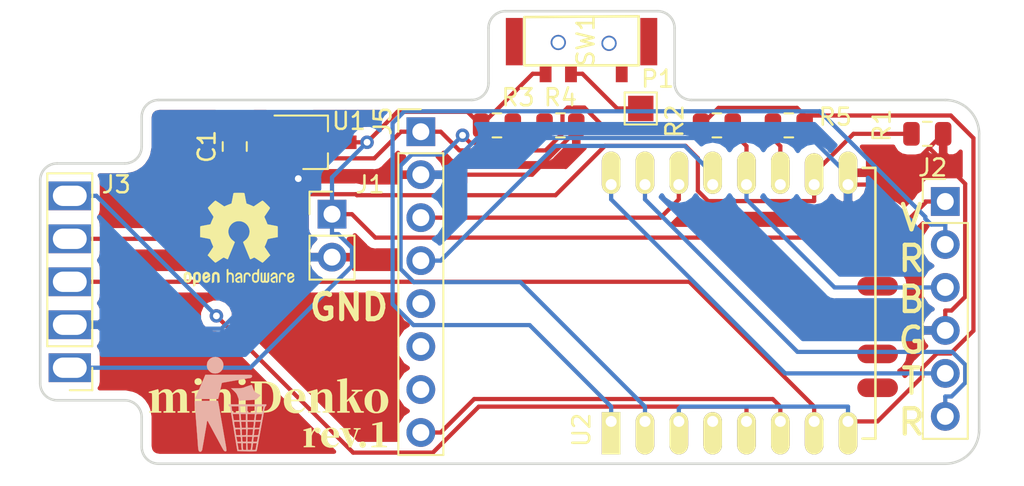
<source format=kicad_pcb>
(kicad_pcb (version 20171130) (host pcbnew 5.0.1-33cea8e~66~ubuntu18.04.1)

  (general
    (thickness 1.6)
    (drawings 26)
    (tracks 183)
    (zones 0)
    (modules 17)
    (nets 28)
  )

  (page A4)
  (layers
    (0 F.Cu signal)
    (31 B.Cu signal)
    (32 B.Adhes user)
    (33 F.Adhes user)
    (34 B.Paste user)
    (35 F.Paste user)
    (36 B.SilkS user)
    (37 F.SilkS user)
    (38 B.Mask user)
    (39 F.Mask user)
    (40 Dwgs.User user)
    (41 Cmts.User user)
    (42 Eco1.User user)
    (43 Eco2.User user)
    (44 Edge.Cuts user)
    (45 Margin user)
    (46 B.CrtYd user)
    (47 F.CrtYd user)
    (48 B.Fab user)
    (49 F.Fab user)
  )

  (setup
    (last_trace_width 0.25)
    (trace_clearance 0.2)
    (zone_clearance 0.508)
    (zone_45_only no)
    (trace_min 0.2)
    (segment_width 0.2)
    (edge_width 0.15)
    (via_size 0.8)
    (via_drill 0.4)
    (via_min_size 0.4)
    (via_min_drill 0.3)
    (uvia_size 0.3)
    (uvia_drill 0.1)
    (uvias_allowed no)
    (uvia_min_size 0.2)
    (uvia_min_drill 0.1)
    (pcb_text_width 0.3)
    (pcb_text_size 1.5 1.5)
    (mod_edge_width 0.15)
    (mod_text_size 1 1)
    (mod_text_width 0.15)
    (pad_size 1.524 1.524)
    (pad_drill 0.762)
    (pad_to_mask_clearance 0.051)
    (solder_mask_min_width 0.25)
    (aux_axis_origin 50 51.5)
    (grid_origin 50 51.5)
    (visible_elements FFFFFF7F)
    (pcbplotparams
      (layerselection 0x010fc_ffffffff)
      (usegerberextensions false)
      (usegerberattributes false)
      (usegerberadvancedattributes false)
      (creategerberjobfile false)
      (excludeedgelayer true)
      (linewidth 0.100000)
      (plotframeref false)
      (viasonmask false)
      (mode 1)
      (useauxorigin false)
      (hpglpennumber 1)
      (hpglpenspeed 20)
      (hpglpendiameter 15.000000)
      (psnegative false)
      (psa4output false)
      (plotreference true)
      (plotvalue true)
      (plotinvisibletext false)
      (padsonsilk false)
      (subtractmaskfromsilk false)
      (outputformat 1)
      (mirror false)
      (drillshape 0)
      (scaleselection 1)
      (outputdirectory "../gerber/"))
  )

  (net 0 "")
  (net 1 ESP_GPIO15)
  (net 2 GND)
  (net 3 +3V3)
  (net 4 ESP_BOOT)
  (net 5 LDO_IN)
  (net 6 ADC)
  (net 7 ESP_GPIO2)
  (net 8 ESP_RESET)
  (net 9 ESP_GPIO16)
  (net 10 ESP_GPIO14)
  (net 11 ESP_GPIO12)
  (net 12 ESP_GPIO13)
  (net 13 "Net-(U2-Pad9)")
  (net 14 "Net-(U2-Pad10)")
  (net 15 "Net-(U2-Pad11)")
  (net 16 "Net-(U2-Pad12)")
  (net 17 "Net-(U2-Pad13)")
  (net 18 "Net-(U2-Pad14)")
  (net 19 ESP_GPIO4)
  (net 20 ESP_GPIO5)
  (net 21 UART_RXD)
  (net 22 UART_TXD)
  (net 23 "Net-(J5-Pad5)")
  (net 24 "Net-(J5-Pad6)")
  (net 25 "Net-(J5-Pad7)")
  (net 26 "Net-(SW1-Pad1)")
  (net 27 PW_IN)

  (net_class Default "This is the default net class."
    (clearance 0.2)
    (trace_width 0.25)
    (via_dia 0.8)
    (via_drill 0.4)
    (uvia_dia 0.3)
    (uvia_drill 0.1)
    (add_net +3V3)
    (add_net ADC)
    (add_net ESP_BOOT)
    (add_net ESP_GPIO12)
    (add_net ESP_GPIO13)
    (add_net ESP_GPIO14)
    (add_net ESP_GPIO15)
    (add_net ESP_GPIO16)
    (add_net ESP_GPIO2)
    (add_net ESP_GPIO4)
    (add_net ESP_GPIO5)
    (add_net ESP_RESET)
    (add_net GND)
    (add_net LDO_IN)
    (add_net "Net-(J5-Pad5)")
    (add_net "Net-(J5-Pad6)")
    (add_net "Net-(J5-Pad7)")
    (add_net "Net-(SW1-Pad1)")
    (add_net "Net-(U2-Pad10)")
    (add_net "Net-(U2-Pad11)")
    (add_net "Net-(U2-Pad12)")
    (add_net "Net-(U2-Pad13)")
    (add_net "Net-(U2-Pad14)")
    (add_net "Net-(U2-Pad9)")
    (add_net PW_IN)
    (add_net UART_RXD)
    (add_net UART_TXD)
  )

  (module local_lib:gomi_8x8 locked (layer B.Cu) (tedit 0) (tstamp 5E36193E)
    (at 61 48 180)
    (fp_text reference G3 (at 0 0 180) (layer B.SilkS) hide
      (effects (font (size 1.524 1.524) (thickness 0.3)) (justify mirror))
    )
    (fp_text value LOGO (at 0.75 0 180) (layer B.SilkS) hide
      (effects (font (size 1.524 1.524) (thickness 0.3)) (justify mirror))
    )
    (fp_poly (pts (xy 0.78704 2.794991) (xy 0.906353 2.74572) (xy 1.008703 2.665231) (xy 1.091711 2.554998)
      (xy 1.104898 2.531197) (xy 1.130188 2.456658) (xy 1.142753 2.362357) (xy 1.142311 2.262621)
      (xy 1.128577 2.171774) (xy 1.112928 2.125456) (xy 1.064176 2.046634) (xy 0.994098 1.968216)
      (xy 0.914852 1.90235) (xy 0.854943 1.867699) (xy 0.751392 1.83844) (xy 0.634565 1.832284)
      (xy 0.518951 1.848971) (xy 0.444368 1.875088) (xy 0.337473 1.943233) (xy 0.255257 2.033006)
      (xy 0.198768 2.138499) (xy 0.169052 2.253807) (xy 0.167155 2.373023) (xy 0.194124 2.490239)
      (xy 0.251005 2.599549) (xy 0.304634 2.663684) (xy 0.399856 2.743084) (xy 0.499749 2.790635)
      (xy 0.613961 2.810428) (xy 0.653143 2.811567) (xy 0.78704 2.794991)) (layer B.SilkS) (width 0.01))
    (fp_poly (pts (xy 1.269546 1.67921) (xy 1.290904 1.630675) (xy 1.304155 1.597385) (xy 1.306285 1.589761)
      (xy 1.313233 1.570147) (xy 1.331589 1.526396) (xy 1.357625 1.467349) (xy 1.362183 1.45723)
      (xy 1.394102 1.386054) (xy 1.423919 1.318686) (xy 1.445053 1.27) (xy 1.467492 1.21749)
      (xy 1.486414 1.173723) (xy 1.48795 1.170215) (xy 1.504051 1.132887) (xy 1.527603 1.077587)
      (xy 1.542142 1.043215) (xy 1.567036 0.984572) (xy 1.588393 0.934886) (xy 1.596571 0.916215)
      (xy 1.61281 0.878882) (xy 1.63645 0.823573) (xy 1.651 0.789215) (xy 1.675893 0.730572)
      (xy 1.69725 0.680886) (xy 1.705428 0.662215) (xy 1.721634 0.624856) (xy 1.745176 0.569511)
      (xy 1.759614 0.535215) (xy 1.786661 0.47345) (xy 1.812829 0.418046) (xy 1.823626 0.397153)
      (xy 1.838616 0.360106) (xy 1.837998 0.338189) (xy 1.817823 0.335558) (xy 1.765439 0.333136)
      (xy 1.684926 0.330991) (xy 1.580359 0.329194) (xy 1.455818 0.327812) (xy 1.315378 0.326916)
      (xy 1.163118 0.326573) (xy 1.152477 0.326572) (xy 0.478574 0.326572) (xy 0.456106 0.421822)
      (xy 0.439353 0.493663) (xy 0.419823 0.578577) (xy 0.406992 0.635) (xy 0.39222 0.699773)
      (xy 0.371895 0.788091) (xy 0.348736 0.888169) (xy 0.326244 0.984871) (xy 0.305929 1.07435)
      (xy 0.289094 1.153043) (xy 0.277331 1.21317) (xy 0.272234 1.246947) (xy 0.272143 1.249226)
      (xy 0.265302 1.267621) (xy 0.240276 1.281792) (xy 0.190305 1.294523) (xy 0.140607 1.303453)
      (xy 0.055597 1.317795) (xy -0.044465 1.335032) (xy -0.138926 1.351604) (xy -0.145143 1.352709)
      (xy -0.231714 1.36792) (xy -0.319095 1.38296) (xy -0.390376 1.394921) (xy -0.399143 1.396353)
      (xy -0.458833 1.406278) (xy -0.54201 1.420413) (xy -0.636427 1.436664) (xy -0.707572 1.44904)
      (xy -0.87768 1.47874) (xy -1.015744 1.502712) (xy -1.125448 1.521554) (xy -1.21048 1.535863)
      (xy -1.274524 1.546235) (xy -1.321265 1.553266) (xy -1.354391 1.557554) (xy -1.377587 1.559695)
      (xy -1.394537 1.560286) (xy -1.394766 1.560286) (xy -1.453396 1.573383) (xy -1.497983 1.606938)
      (xy -1.523323 1.65234) (xy -1.524214 1.700984) (xy -1.502229 1.738086) (xy -1.48916 1.742411)
      (xy -1.45794 1.746178) (xy -1.406712 1.749418) (xy -1.333617 1.752159) (xy -1.236797 1.75443)
      (xy -1.114394 1.756262) (xy -0.96455 1.757683) (xy -0.785406 1.758723) (xy -0.575105 1.759411)
      (xy -0.331789 1.759777) (xy -0.123825 1.759857) (xy 1.232807 1.759857) (xy 1.269546 1.67921)) (layer B.SilkS) (width 0.01))
    (fp_poly (pts (xy -1.477968 1.155652) (xy -1.428253 1.141144) (xy -1.362401 1.12057) (xy -1.289473 1.096878)
      (xy -1.218528 1.073018) (xy -1.158627 1.05194) (xy -1.11883 1.036592) (xy -1.115786 1.035254)
      (xy -1.050072 1.008299) (xy -0.985119 0.988599) (xy -0.913458 0.9751) (xy -0.827618 0.966749)
      (xy -0.720126 0.962494) (xy -0.590947 0.961286) (xy -0.281215 0.961001) (xy -0.431536 0.823071)
      (xy -0.509024 0.749783) (xy -0.56499 0.689464) (xy -0.606174 0.632328) (xy -0.639317 0.568587)
      (xy -0.671159 0.488453) (xy -0.681167 0.460596) (xy -0.718906 0.358342) (xy -0.748585 0.287975)
      (xy -0.771668 0.246371) (xy -0.788979 0.230591) (xy -0.816858 0.2298) (xy -0.865634 0.234648)
      (xy -0.889 0.238131) (xy -0.932314 0.242784) (xy -1.004814 0.24785) (xy -1.099412 0.252949)
      (xy -1.209018 0.257706) (xy -1.326542 0.261741) (xy -1.339786 0.262129) (xy -1.459369 0.266477)
      (xy -1.565556 0.272088) (xy -1.652699 0.278541) (xy -1.71515 0.285413) (xy -1.747261 0.292282)
      (xy -1.748 0.292634) (xy -1.776488 0.312715) (xy -1.819954 0.349471) (xy -1.871308 0.396136)
      (xy -1.923464 0.445943) (xy -1.969332 0.492127) (xy -2.001824 0.527922) (xy -2.013858 0.546396)
      (xy -1.999101 0.560672) (xy -1.960874 0.585099) (xy -1.919912 0.607749) (xy -1.844216 0.647611)
      (xy -1.792878 0.675711) (xy -1.757954 0.696817) (xy -1.731501 0.715699) (xy -1.708309 0.734786)
      (xy -1.664772 0.785275) (xy -1.623051 0.862299) (xy -1.581237 0.969722) (xy -1.560043 1.034928)
      (xy -1.538699 1.096302) (xy -1.51861 1.141193) (xy -1.503748 1.160887) (xy -1.502488 1.161143)
      (xy -1.477968 1.155652)) (layer B.SilkS) (width 0.01))
    (fp_poly (pts (xy -0.136072 -0.034308) (xy -0.150678 -0.077573) (xy -0.172358 -0.097808) (xy -0.204121 -0.1156)
      (xy -0.216465 -0.122727) (xy -0.223567 -0.141866) (xy -0.232807 -0.185115) (xy -0.237579 -0.213441)
      (xy -0.246855 -0.272143) (xy -0.260346 -0.355474) (xy -0.278489 -0.466094) (xy -0.301721 -0.606667)
      (xy -0.330479 -0.779853) (xy -0.336564 -0.816428) (xy -0.351531 -0.908736) (xy -0.36688 -1.007235)
      (xy -0.379482 -1.091796) (xy -0.380318 -1.097643) (xy -0.3911 -1.168689) (xy -0.401719 -1.231088)
      (xy -0.409584 -1.27) (xy -0.41723 -1.307576) (xy -0.428369 -1.370323) (xy -0.441136 -1.447523)
      (xy -0.447472 -1.487714) (xy -0.462872 -1.585724) (xy -0.47984 -1.691619) (xy -0.49525 -1.785928)
      (xy -0.498459 -1.805214) (xy -0.513145 -1.893582) (xy -0.530417 -1.998343) (xy -0.547076 -2.100066)
      (xy -0.550765 -2.122714) (xy -0.571913 -2.252021) (xy -0.592834 -2.378634) (xy -0.612265 -2.495006)
      (xy -0.628945 -2.593592) (xy -0.641609 -2.666845) (xy -0.645189 -2.686929) (xy -0.656999 -2.752216)
      (xy -0.930098 -2.764036) (xy -1.094824 -2.77018) (xy -1.251156 -2.774133) (xy -1.395099 -2.775938)
      (xy -1.522659 -2.77564) (xy -1.62984 -2.773284) (xy -1.712648 -2.768912) (xy -1.767088 -2.762569)
      (xy -1.789011 -2.754577) (xy -1.794136 -2.744355) (xy -1.799843 -2.727975) (xy -1.806721 -2.702433)
      (xy -1.815363 -2.66473) (xy -1.82636 -2.611866) (xy -1.840301 -2.540839) (xy -1.857779 -2.448649)
      (xy -1.879383 -2.332295) (xy -1.887874 -2.286) (xy -1.800262 -2.286) (xy -1.79079 -2.335893)
      (xy -1.78302 -2.379257) (xy -1.771927 -2.444058) (xy -1.760488 -2.512785) (xy -1.747257 -2.592154)
      (xy -1.735601 -2.642478) (xy -1.720294 -2.670356) (xy -1.696112 -2.682386) (xy -1.65783 -2.685168)
      (xy -1.62401 -2.685143) (xy -1.566831 -2.684056) (xy -1.537859 -2.678429) (xy -1.52903 -2.664712)
      (xy -1.531284 -2.644321) (xy -1.537415 -2.608116) (xy -1.546828 -2.547084) (xy -1.557824 -2.472341)
      (xy -1.561768 -2.44475) (xy -1.58106 -2.308678) (xy -1.487392 -2.308678) (xy -1.484775 -2.353748)
      (xy -1.478684 -2.41736) (xy -1.470374 -2.489614) (xy -1.461101 -2.560614) (xy -1.45212 -2.62046)
      (xy -1.444687 -2.659254) (xy -1.441839 -2.667839) (xy -1.418155 -2.678145) (xy -1.37175 -2.682284)
      (xy -1.345464 -2.681534) (xy -1.260929 -2.676071) (xy -1.255779 -2.481035) (xy -1.25063 -2.286)
      (xy -1.179286 -2.286) (xy -1.179286 -2.685143) (xy -1.090688 -2.685143) (xy -0.912312 -2.685143)
      (xy -0.819836 -2.685143) (xy -0.765236 -2.683883) (xy -0.736719 -2.67615) (xy -0.724088 -2.656012)
      (xy -0.718445 -2.626178) (xy -0.704409 -2.534651) (xy -0.693545 -2.467686) (xy -0.683929 -2.413923)
      (xy -0.673863 -2.363107) (xy -0.658015 -2.286) (xy -0.889 -2.286) (xy -0.889 -2.374053)
      (xy -0.891057 -2.443518) (xy -0.896325 -2.525841) (xy -0.900656 -2.573624) (xy -0.912312 -2.685143)
      (xy -1.090688 -2.685143) (xy -1.03601 -2.682835) (xy -1.007027 -2.673054) (xy -0.993286 -2.651514)
      (xy -0.99115 -2.644321) (xy -0.986111 -2.607878) (xy -0.982234 -2.546426) (xy -0.98015 -2.47124)
      (xy -0.979962 -2.44475) (xy -0.979715 -2.286) (xy -1.179286 -2.286) (xy -1.25063 -2.286)
      (xy -1.369172 -2.286) (xy -1.44015 -2.288684) (xy -1.478342 -2.297136) (xy -1.487392 -2.308678)
      (xy -1.58106 -2.308678) (xy -1.584276 -2.286) (xy -1.800262 -2.286) (xy -1.887874 -2.286)
      (xy -1.905706 -2.188776) (xy -1.937338 -2.015093) (xy -1.957317 -1.905) (xy -1.870359 -1.905)
      (xy -1.859534 -1.973035) (xy -1.847544 -2.036982) (xy -1.831968 -2.106789) (xy -1.82914 -2.118178)
      (xy -1.80957 -2.195285) (xy -1.591361 -2.195285) (xy -1.603377 -2.066005) (xy -1.610608 -1.999995)
      (xy -1.618298 -1.948287) (xy -1.624854 -1.921479) (xy -1.625195 -1.920862) (xy -1.647077 -1.91271)
      (xy -1.694608 -1.906986) (xy -1.752679 -1.905) (xy -1.534857 -1.905) (xy -1.528853 -1.973035)
      (xy -1.522405 -2.037998) (xy -1.514422 -2.108563) (xy -1.513241 -2.118178) (xy -1.503634 -2.195285)
      (xy -1.251858 -2.195285) (xy -1.251858 -1.905) (xy -1.179286 -1.905) (xy -1.179286 -2.038047)
      (xy -1.177743 -2.104414) (xy -1.173675 -2.155833) (xy -1.167921 -2.182218) (xy -1.167191 -2.18319)
      (xy -1.14351 -2.190056) (xy -1.096087 -2.194439) (xy -1.060602 -2.195285) (xy -1.005113 -2.19397)
      (xy -0.975576 -2.186336) (xy -0.961667 -2.166852) (xy -0.954768 -2.138589) (xy -0.947793 -2.084875)
      (xy -0.947435 -2.078841) (xy -0.870858 -2.078841) (xy -0.870858 -2.195285) (xy -0.657859 -2.195285)
      (xy -0.63829 -2.118178) (xy -0.62272 -2.050517) (xy -0.609592 -1.983251) (xy -0.607895 -1.973035)
      (xy -0.59707 -1.905) (xy -0.722951 -1.905) (xy -0.791238 -1.906293) (xy -0.83441 -1.914684)
      (xy -0.858226 -1.936939) (xy -0.868441 -1.979825) (xy -0.870814 -2.050108) (xy -0.870858 -2.078841)
      (xy -0.947435 -2.078841) (xy -0.943797 -2.017609) (xy -0.943429 -1.993446) (xy -0.943429 -1.905)
      (xy -1.179286 -1.905) (xy -1.251858 -1.905) (xy -1.534857 -1.905) (xy -1.752679 -1.905)
      (xy -1.870359 -1.905) (xy -1.957317 -1.905) (xy -1.968842 -1.8415) (xy -1.985851 -1.748307)
      (xy -2.004008 -1.64981) (xy -2.019865 -1.564692) (xy -2.022402 -1.551214) (xy -2.036808 -1.474044)
      (xy -1.955715 -1.474044) (xy -1.950971 -1.491445) (xy -1.941409 -1.531068) (xy -1.929722 -1.592273)
      (xy -1.920121 -1.651) (xy -1.908373 -1.727865) (xy -1.896861 -1.775867) (xy -1.878958 -1.801774)
      (xy -1.848042 -1.812353) (xy -1.797488 -1.814372) (xy -1.7603 -1.814285) (xy -1.632604 -1.814285)
      (xy -1.64471 -1.68275) (xy -1.653468 -1.590269) (xy -1.660848 -1.540543) (xy -1.578429 -1.540543)
      (xy -1.574152 -1.616713) (xy -1.563444 -1.698353) (xy -1.558783 -1.722678) (xy -1.539136 -1.814285)
      (xy -1.250544 -1.814285) (xy -1.254251 -1.687977) (xy -1.175428 -1.687977) (xy -1.174453 -1.748389)
      (xy -1.171715 -1.785919) (xy -1.17045 -1.791607) (xy -1.146329 -1.806006) (xy -1.087382 -1.813325)
      (xy -1.043784 -1.814285) (xy -0.925286 -1.814285) (xy -0.923967 -1.739487) (xy -0.840145 -1.739487)
      (xy -0.840046 -1.786445) (xy -0.836084 -1.806759) (xy -0.81547 -1.810554) (xy -0.768712 -1.813259)
      (xy -0.706187 -1.814285) (xy -0.58385 -1.814285) (xy -0.563483 -1.68275) (xy -0.552618 -1.612204)
      (xy -0.543392 -1.551637) (xy -0.537736 -1.513712) (xy -0.537601 -1.512775) (xy -0.537814 -1.49247)
      (xy -0.550557 -1.479717) (xy -0.583197 -1.471563) (xy -0.643104 -1.465058) (xy -0.660436 -1.463575)
      (xy -0.734138 -1.460205) (xy -0.786115 -1.463578) (xy -0.807144 -1.471125) (xy -0.815247 -1.494908)
      (xy -0.823488 -1.543945) (xy -0.830977 -1.607927) (xy -0.836826 -1.676544) (xy -0.840145 -1.739487)
      (xy -0.923967 -1.739487) (xy -0.922565 -1.660071) (xy -0.921113 -1.586785) (xy -0.919624 -1.526361)
      (xy -0.918357 -1.488842) (xy -0.918029 -1.483178) (xy -0.929706 -1.470158) (xy -0.969825 -1.462826)
      (xy -1.042158 -1.4605) (xy -1.170215 -1.4605) (xy -1.174417 -1.614714) (xy -1.175428 -1.687977)
      (xy -1.254251 -1.687977) (xy -1.255736 -1.637393) (xy -1.260929 -1.4605) (xy -1.578429 -1.450016)
      (xy -1.578429 -1.540543) (xy -1.660848 -1.540543) (xy -1.662746 -1.527757) (xy -1.677285 -1.489143)
      (xy -1.701824 -1.468356) (xy -1.741104 -1.459324) (xy -1.799864 -1.455977) (xy -1.8224 -1.455159)
      (xy -1.893149 -1.452901) (xy -1.934428 -1.454019) (xy -1.953022 -1.460429) (xy -1.955715 -1.474044)
      (xy -2.036808 -1.474044) (xy -2.037787 -1.468801) (xy -2.055859 -1.370762) (xy -2.072915 -1.277191)
      (xy -2.074215 -1.27) (xy -2.092118 -1.171693) (xy -2.112426 -1.061392) (xy -2.120872 -1.016)
      (xy -2.033645 -1.016) (xy -2.022549 -1.084036) (xy -2.01227 -1.141497) (xy -1.99837 -1.212452)
      (xy -1.983736 -1.282811) (xy -1.971254 -1.338483) (xy -1.966786 -1.356178) (xy -1.947441 -1.369334)
      (xy -1.896678 -1.376762) (xy -1.821813 -1.378857) (xy -1.683059 -1.378857) (xy -1.695234 -1.256393)
      (xy -1.70315 -1.183176) (xy -1.711507 -1.11578) (xy -1.71751 -1.074964) (xy -1.72761 -1.016)
      (xy -1.632857 -1.016) (xy -1.632857 -1.081944) (xy -1.629463 -1.135893) (xy -1.620679 -1.20751)
      (xy -1.611461 -1.26401) (xy -1.590065 -1.380132) (xy -1.260929 -1.369786) (xy -1.255736 -1.192893)
      (xy -1.250544 -1.016) (xy -1.161143 -1.016) (xy -1.161143 -1.378857) (xy -0.912148 -1.378857)
      (xy -0.821862 -1.378857) (xy -0.673433 -1.378857) (xy -0.588234 -1.376416) (xy -0.536696 -1.368872)
      (xy -0.516611 -1.356178) (xy -0.508457 -1.324805) (xy -0.497799 -1.271633) (xy -0.48622 -1.206398)
      (xy -0.475301 -1.138838) (xy -0.466622 -1.078689) (xy -0.461766 -1.035688) (xy -0.461967 -1.0197)
      (xy -0.481954 -1.016304) (xy -0.529439 -1.013088) (xy -0.595636 -1.010583) (xy -0.624257 -1.009919)
      (xy -0.705461 -1.009927) (xy -0.756381 -1.014252) (xy -0.782845 -1.023675) (xy -0.789393 -1.03206)
      (xy -0.794962 -1.060707) (xy -0.801572 -1.115655) (xy -0.8081 -1.186985) (xy -0.810446 -1.218024)
      (xy -0.821862 -1.378857) (xy -0.912148 -1.378857) (xy -0.899589 -1.23825) (xy -0.892234 -1.164954)
      (xy -0.884426 -1.10141) (xy -0.877707 -1.060003) (xy -0.876977 -1.056821) (xy -0.873717 -1.036692)
      (xy -0.88071 -1.024579) (xy -0.904788 -1.018449) (xy -0.952777 -1.016268) (xy -1.014034 -1.016)
      (xy -1.161143 -1.016) (xy -1.250544 -1.016) (xy -1.632857 -1.016) (xy -1.72761 -1.016)
      (xy -2.033645 -1.016) (xy -2.120872 -1.016) (xy -2.130781 -0.962754) (xy -2.131003 -0.961571)
      (xy -2.166412 -0.771535) (xy -2.194996 -0.615296) (xy -2.201214 -0.580302) (xy -2.118912 -0.580302)
      (xy -2.11676 -0.597002) (xy -2.114973 -0.60325) (xy -2.105829 -0.642354) (xy -2.094056 -0.703118)
      (xy -2.083926 -0.762) (xy -2.073093 -0.826191) (xy -2.063642 -0.877349) (xy -2.058067 -0.902607)
      (xy -2.039868 -0.914979) (xy -1.992219 -0.922377) (xy -1.912081 -0.925224) (xy -1.89461 -0.925286)
      (xy -1.737938 -0.925286) (xy -1.750197 -0.775607) (xy -1.757461 -0.685115) (xy -1.765461 -0.62458)
      (xy -1.77991 -0.588018) (xy -1.80652 -0.569442) (xy -1.851007 -0.562867) (xy -1.904469 -0.562428)
      (xy -1.691779 -0.562428) (xy -1.68132 -0.657678) (xy -1.672308 -0.734299) (xy -1.662088 -0.8137)
      (xy -1.658571 -0.839107) (xy -1.646281 -0.925286) (xy -1.251858 -0.925286) (xy -1.251858 -0.562428)
      (xy -1.161143 -0.562428) (xy -1.161143 -0.925286) (xy -0.870858 -0.925286) (xy -0.780143 -0.925286)
      (xy -0.443303 -0.925286) (xy -0.419418 -0.79375) (xy -0.406158 -0.721082) (xy -0.394199 -0.656149)
      (xy -0.386093 -0.612815) (xy -0.385999 -0.612321) (xy -0.376465 -0.562428) (xy -0.756753 -0.562428)
      (xy -0.768319 -0.684893) (xy -0.774413 -0.758057) (xy -0.778652 -0.825421) (xy -0.780014 -0.866321)
      (xy -0.780143 -0.925286) (xy -0.870858 -0.925286) (xy -0.870729 -0.866321) (xy -0.868926 -0.81698)
      (xy -0.864365 -0.74783) (xy -0.859034 -0.684893) (xy -0.847468 -0.562428) (xy -1.161143 -0.562428)
      (xy -1.251858 -0.562428) (xy -1.691779 -0.562428) (xy -1.904469 -0.562428) (xy -1.919083 -0.562308)
      (xy -1.953696 -0.562428) (xy -2.033676 -0.562748) (xy -2.083671 -0.56477) (xy -2.109982 -0.57009)
      (xy -2.118912 -0.580302) (xy -2.201214 -0.580302) (xy -2.216648 -0.493452) (xy -2.231001 -0.408214)
      (xy -2.25313 -0.284995) (xy -2.274983 -0.195074) (xy -2.29751 -0.135484) (xy -2.317463 -0.108857)
      (xy -2.196536 -0.108857) (xy -2.184261 -0.204107) (xy -2.174173 -0.267531) (xy -2.162281 -0.322016)
      (xy -2.156422 -0.341359) (xy -2.143687 -0.394581) (xy -2.140858 -0.427538) (xy -2.139553 -0.447894)
      (xy -2.13114 -0.460781) (xy -2.108867 -0.467906) (xy -2.065985 -0.470977) (xy -1.995743 -0.4717)
      (xy -1.966158 -0.471714) (xy -1.791458 -0.471714) (xy -1.803833 -0.322036) (xy -1.811157 -0.23156)
      (xy -1.818598 -0.176404) (xy -1.741861 -0.176404) (xy -1.735263 -0.234926) (xy -1.721362 -0.319654)
      (xy -1.719566 -0.330956) (xy -1.697418 -0.471714) (xy -1.251858 -0.471714) (xy -1.251858 -0.108857)
      (xy -1.161143 -0.108857) (xy -1.161143 -0.471714) (xy -0.997858 -0.471714) (xy -0.766638 -0.471714)
      (xy -0.365741 -0.471714) (xy -0.356199 -0.421821) (xy -0.347677 -0.371815) (xy -0.338163 -0.308502)
      (xy -0.335643 -0.290286) (xy -0.326524 -0.227406) (xy -0.317332 -0.171019) (xy -0.315088 -0.15875)
      (xy -0.305546 -0.108857) (xy -0.720546 -0.108857) (xy -0.731803 -0.216563) (xy -0.740297 -0.290872)
      (xy -0.749751 -0.36351) (xy -0.754849 -0.397991) (xy -0.766638 -0.471714) (xy -0.997858 -0.471714)
      (xy -0.920535 -0.471288) (xy -0.872522 -0.468798) (xy -0.846842 -0.462421) (xy -0.836518 -0.450337)
      (xy -0.834574 -0.430725) (xy -0.834572 -0.429094) (xy -0.833069 -0.390518) (xy -0.829109 -0.328487)
      (xy -0.82351 -0.255685) (xy -0.822838 -0.247666) (xy -0.811105 -0.108857) (xy -1.161143 -0.108857)
      (xy -1.251858 -0.108857) (xy -1.496786 -0.108857) (xy -1.598926 -0.108359) (xy -1.669689 -0.110064)
      (xy -1.713889 -0.118773) (xy -1.736341 -0.139286) (xy -1.741861 -0.176404) (xy -1.818598 -0.176404)
      (xy -1.819324 -0.171029) (xy -1.834279 -0.134461) (xy -1.861966 -0.115877) (xy -1.908328 -0.109295)
      (xy -1.979311 -0.108735) (xy -2.015705 -0.108857) (xy -2.196536 -0.108857) (xy -2.317463 -0.108857)
      (xy -2.32166 -0.103257) (xy -2.330295 -0.098057) (xy -2.36173 -0.066194) (xy -2.367643 -0.036285)
      (xy -2.367643 0.009072) (xy -0.136072 0.009072) (xy -0.136072 -0.034308)) (layer B.SilkS) (width 0.01))
    (fp_poly (pts (xy 1.184221 0.213394) (xy 1.360948 0.212137) (xy 1.504754 0.210894) (xy 1.619001 0.209466)
      (xy 1.707054 0.207651) (xy 1.772276 0.205249) (xy 1.818029 0.202061) (xy 1.847678 0.197885)
      (xy 1.864586 0.192521) (xy 1.872116 0.18577) (xy 1.873632 0.17743) (xy 1.873155 0.172357)
      (xy 1.870434 0.143783) (xy 1.865528 0.085081) (xy 1.858919 0.002313) (xy 1.851088 -0.098463)
      (xy 1.842518 -0.211185) (xy 1.840665 -0.235857) (xy 1.817465 -0.543132) (xy 1.792558 -0.868151)
      (xy 1.765488 -1.216818) (xy 1.7358 -1.595036) (xy 1.7321 -1.641928) (xy 1.721081 -1.784531)
      (xy 1.709118 -1.944434) (xy 1.697286 -2.106946) (xy 1.68666 -2.257375) (xy 1.680995 -2.340428)
      (xy 1.670776 -2.479723) (xy 1.660255 -2.586945) (xy 1.648184 -2.666295) (xy 1.633311 -2.721973)
      (xy 1.614385 -2.75818) (xy 1.590156 -2.779116) (xy 1.559373 -2.788982) (xy 1.546966 -2.790583)
      (xy 1.504335 -2.789177) (xy 1.4746 -2.768821) (xy 1.45191 -2.736154) (xy 1.427814 -2.688878)
      (xy 1.415587 -2.649725) (xy 1.41521 -2.64469) (xy 1.411992 -2.612934) (xy 1.403498 -2.556225)
      (xy 1.391365 -2.485233) (xy 1.387356 -2.463261) (xy 1.333097 -2.163205) (xy 1.285406 -1.884001)
      (xy 1.2799 -1.850571) (xy 1.264764 -1.759578) (xy 1.249082 -1.667351) (xy 1.235554 -1.589714)
      (xy 1.231908 -1.569357) (xy 1.200301 -1.39152) (xy 1.176042 -1.247544) (xy 1.15887 -1.135812)
      (xy 1.148748 -1.056821) (xy 1.137079 -0.994212) (xy 1.119991 -0.965441) (xy 1.098797 -0.971319)
      (xy 1.075314 -1.011464) (xy 1.055384 -1.053341) (xy 1.02449 -1.112968) (xy 0.993312 -1.170214)
      (xy 0.957634 -1.234858) (xy 0.912243 -1.318164) (xy 0.86442 -1.406735) (xy 0.840473 -1.451428)
      (xy 0.786276 -1.552701) (xy 0.735079 -1.647857) (xy 0.681177 -1.747448) (xy 0.618865 -1.862026)
      (xy 0.575653 -1.941285) (xy 0.511211 -2.059974) (xy 0.43072 -2.209197) (xy 0.335442 -2.386612)
      (xy 0.273376 -2.501572) (xy 0.225229 -2.588577) (xy 0.188377 -2.651967) (xy 0.160197 -2.696083)
      (xy 0.138062 -2.725264) (xy 0.119527 -2.743704) (xy 0.066855 -2.772238) (xy 0.021102 -2.766382)
      (xy -0.000844 -2.747626) (xy -0.007294 -2.738723) (xy -0.011818 -2.727232) (xy -0.013954 -2.709735)
      (xy -0.013243 -2.682815) (xy -0.009223 -2.643056) (xy -0.001435 -2.587039) (xy 0.010582 -2.511347)
      (xy 0.027289 -2.412562) (xy 0.049146 -2.287269) (xy 0.076614 -2.132048) (xy 0.099242 -2.004785)
      (xy 0.115191 -1.914197) (xy 0.133519 -1.808659) (xy 0.150611 -1.70901) (xy 0.15276 -1.696357)
      (xy 0.165442 -1.621916) (xy 0.178519 -1.545966) (xy 0.193139 -1.461935) (xy 0.210455 -1.363248)
      (xy 0.231614 -1.243333) (xy 0.257768 -1.095615) (xy 0.263841 -1.061357) (xy 0.296048 -0.878127)
      (xy 0.330418 -0.679367) (xy 0.368669 -0.455142) (xy 0.370475 -0.4445) (xy 0.38727 -0.345466)
      (xy 0.40589 -0.235675) (xy 0.422612 -0.137073) (xy 0.424321 -0.127) (xy 0.437694 -0.049619)
      (xy 0.450091 0.019587) (xy 0.459337 0.068533) (xy 0.461095 0.077107) (xy 0.473004 0.133469)
      (xy 0.481185 0.172573) (xy 0.490656 0.218145) (xy 1.184221 0.213394)) (layer B.SilkS) (width 0.01))
  )

  (module local_lib:LED_Matrix_1x05_P2.54mm (layer F.Cu) (tedit 5D748740) (tstamp 5D932CC3)
    (at 51.75 45.825 180)
    (descr "Through hole straight pin header, 1x05, 2.54mm pitch, single row")
    (tags "Through hole pin header THT 1x05 2.54mm single row")
    (path /5D750988)
    (fp_text reference J3 (at -2.75 10.825 180) (layer F.SilkS)
      (effects (font (size 1 1) (thickness 0.15)))
    )
    (fp_text value LED_Matrix (at 0 12.49 180) (layer F.Fab)
      (effects (font (size 1 1) (thickness 0.15)))
    )
    (fp_line (start -0.635 -1.27) (end 1.27 -1.27) (layer F.Fab) (width 0.1))
    (fp_line (start 1.27 -1.27) (end 1.27 11.43) (layer F.Fab) (width 0.1))
    (fp_line (start 1.27 11.43) (end -1.27 11.43) (layer F.Fab) (width 0.1))
    (fp_line (start -1.27 11.43) (end -1.27 -0.635) (layer F.Fab) (width 0.1))
    (fp_line (start -1.27 -0.635) (end -0.635 -1.27) (layer F.Fab) (width 0.1))
    (fp_line (start -1.33 11.49) (end 1.33 11.49) (layer F.SilkS) (width 0.12))
    (fp_line (start -1.33 1.27) (end -1.33 11.49) (layer F.SilkS) (width 0.12))
    (fp_line (start 1.33 1.27) (end 1.33 11.49) (layer F.SilkS) (width 0.12))
    (fp_line (start -1.33 1.27) (end 1.33 1.27) (layer F.SilkS) (width 0.12))
    (fp_line (start -1.33 0) (end -1.33 -1.33) (layer F.SilkS) (width 0.12))
    (fp_line (start -1.33 -1.33) (end 0 -1.33) (layer F.SilkS) (width 0.12))
    (fp_line (start -1.8 -1.8) (end -1.8 11.95) (layer F.CrtYd) (width 0.05))
    (fp_line (start -1.8 11.95) (end 1.8 11.95) (layer F.CrtYd) (width 0.05))
    (fp_line (start 1.8 11.95) (end 1.8 -1.8) (layer F.CrtYd) (width 0.05))
    (fp_line (start 1.8 -1.8) (end -1.8 -1.8) (layer F.CrtYd) (width 0.05))
    (fp_text user %R (at 0 5.08 270) (layer F.Fab)
      (effects (font (size 1 1) (thickness 0.15)))
    )
    (pad 1 thru_hole rect (at 0 0 180) (size 2.5 1.7) (drill oval 2 1.2) (layers *.Cu *.Mask)
      (net 5 LDO_IN))
    (pad 2 thru_hole rect (at 0 2.54 180) (size 2.5 1.7) (drill oval 2 1.2) (layers *.Cu *.Mask)
      (net 2 GND))
    (pad 3 thru_hole rect (at 0 5.08 180) (size 2.5 1.7) (drill oval 2 1.2) (layers *.Cu *.Mask)
      (net 12 ESP_GPIO13))
    (pad 4 thru_hole rect (at 0 7.62 180) (size 2.5 1.7) (drill oval 2 1.2) (layers *.Cu *.Mask)
      (net 1 ESP_GPIO15))
    (pad 5 thru_hole rect (at 0 10.16 180) (size 2.5 1.7) (drill oval 2 1.2) (layers *.Cu *.Mask)
      (net 10 ESP_GPIO14))
    (model ${KISYS3DMOD}/Connector_PinHeader_2.54mm.3dshapes/PinHeader_1x05_P2.54mm_Vertical.wrl
      (at (xyz 0 0 0))
      (scale (xyz 1 1 1))
      (rotate (xyz 0 0 0))
    )
  )

  (module local_lib:logo-minidenko-rev1 locked (layer F.Cu) (tedit 0) (tstamp 5E1B34B2)
    (at 63.5 48.5)
    (fp_text reference G1 (at 0 0) (layer F.SilkS) hide
      (effects (font (size 1.524 1.524) (thickness 0.3)))
    )
    (fp_text value LOGO (at 0.75 0) (layer F.SilkS) hide
      (effects (font (size 1.524 1.524) (thickness 0.3)))
    )
    (fp_poly (pts (xy -1.515246 -2.04577) (xy -1.472447 -2.031395) (xy -1.433792 -2.008703) (xy -1.401214 -1.977828)
      (xy -1.391501 -1.964963) (xy -1.36862 -1.922043) (xy -1.356901 -1.87732) (xy -1.356175 -1.832294)
      (xy -1.36627 -1.78846) (xy -1.387015 -1.747319) (xy -1.418239 -1.710366) (xy -1.420873 -1.70792)
      (xy -1.457884 -1.6817) (xy -1.501161 -1.663662) (xy -1.547915 -1.654399) (xy -1.595358 -1.654503)
      (xy -1.634543 -1.662523) (xy -1.68101 -1.68294) (xy -1.720383 -1.712735) (xy -1.752092 -1.751433)
      (xy -1.76172 -1.767827) (xy -1.76813 -1.781654) (xy -1.77213 -1.796188) (xy -1.774246 -1.814745)
      (xy -1.775005 -1.840641) (xy -1.775047 -1.851837) (xy -1.773705 -1.888683) (xy -1.768752 -1.917625)
      (xy -1.758797 -1.942363) (xy -1.742447 -1.966597) (xy -1.723777 -1.988164) (xy -1.689241 -2.017399)
      (xy -1.649187 -2.037642) (xy -1.605548 -2.049028) (xy -1.560257 -2.051693) (xy -1.515246 -2.04577)) (layer F.SilkS) (width 0.01))
    (fp_poly (pts (xy -4.098794 -2.042383) (xy -4.058907 -2.027025) (xy -4.022993 -2.004023) (xy -3.99261 -1.973417)
      (xy -3.969315 -1.935248) (xy -3.963899 -1.922213) (xy -3.952509 -1.876026) (xy -3.952241 -1.83027)
      (xy -3.962462 -1.786529) (xy -3.982538 -1.746389) (xy -4.011835 -1.711432) (xy -4.049717 -1.683245)
      (xy -4.062234 -1.676556) (xy -4.083613 -1.666804) (xy -4.102221 -1.660777) (xy -4.122662 -1.65743)
      (xy -4.149541 -1.65572) (xy -4.154958 -1.655521) (xy -4.187349 -1.655301) (xy -4.212184 -1.657523)
      (xy -4.233551 -1.662625) (xy -4.239246 -1.66455) (xy -4.283106 -1.685931) (xy -4.319591 -1.71633)
      (xy -4.34916 -1.756164) (xy -4.357801 -1.772093) (xy -4.370831 -1.810227) (xy -4.375081 -1.852547)
      (xy -4.370536 -1.895321) (xy -4.358309 -1.932455) (xy -4.334254 -1.971739) (xy -4.303262 -2.003095)
      (xy -4.266892 -2.026565) (xy -4.226701 -2.042188) (xy -4.184249 -2.050005) (xy -4.141094 -2.050057)
      (xy -4.098794 -2.042383)) (layer F.SilkS) (width 0.01))
    (fp_poly (pts (xy 4.611974 -2.048908) (xy 4.616835 -2.047146) (xy 4.619132 -2.045901) (xy 4.63474 -2.03668)
      (xy 4.632357 -1.391956) (xy 4.629973 -0.747232) (xy 4.702881 -0.818192) (xy 4.73033 -0.844882)
      (xy 4.763549 -0.877145) (xy 4.799816 -0.912338) (xy 4.836409 -0.947822) (xy 4.870608 -0.980954)
      (xy 4.873328 -0.983588) (xy 4.931573 -1.040065) (xy 4.983841 -1.090922) (xy 5.029798 -1.135827)
      (xy 5.069112 -1.174452) (xy 5.101449 -1.206468) (xy 5.126476 -1.231544) (xy 5.143861 -1.249352)
      (xy 5.153269 -1.259563) (xy 5.154928 -1.262017) (xy 5.148768 -1.263239) (xy 5.13276 -1.265533)
      (xy 5.108796 -1.26865) (xy 5.078767 -1.272344) (xy 5.047153 -1.27607) (xy 5.004315 -1.280941)
      (xy 4.971774 -1.284728) (xy 4.94813 -1.287993) (xy 4.93198 -1.291297) (xy 4.921923 -1.295203)
      (xy 4.916558 -1.300271) (xy 4.914484 -1.307062) (xy 4.914298 -1.31614) (xy 4.914601 -1.328065)
      (xy 4.914604 -1.329182) (xy 4.914604 -1.364511) (xy 5.552558 -1.364511) (xy 5.552558 -1.329539)
      (xy 5.55276 -1.31719) (xy 5.552425 -1.307767) (xy 5.550143 -1.300729) (xy 5.544503 -1.295536)
      (xy 5.534093 -1.291645) (xy 5.517503 -1.288517) (xy 5.493321 -1.285611) (xy 5.460136 -1.282385)
      (xy 5.419651 -1.278596) (xy 5.377953 -1.274291) (xy 5.346804 -1.270235) (xy 5.324944 -1.266211)
      (xy 5.311118 -1.262005) (xy 5.306002 -1.259193) (xy 5.296767 -1.251565) (xy 5.280834 -1.237612)
      (xy 5.259458 -1.21849) (xy 5.23389 -1.195356) (xy 5.205385 -1.169364) (xy 5.175194 -1.141672)
      (xy 5.144571 -1.113436) (xy 5.114768 -1.085813) (xy 5.087039 -1.059957) (xy 5.062636 -1.037026)
      (xy 5.042813 -1.018175) (xy 5.028821 -1.004561) (xy 5.021914 -0.99734) (xy 5.021403 -0.996555)
      (xy 5.023956 -0.990936) (xy 5.031397 -0.975741) (xy 5.043247 -0.951918) (xy 5.059024 -0.920414)
      (xy 5.078247 -0.882176) (xy 5.100436 -0.838152) (xy 5.125109 -0.789288) (xy 5.151786 -0.736533)
      (xy 5.179986 -0.680834) (xy 5.209228 -0.623138) (xy 5.239031 -0.564392) (xy 5.268914 -0.505544)
      (xy 5.298397 -0.447541) (xy 5.326997 -0.391331) (xy 5.354236 -0.33786) (xy 5.379631 -0.288076)
      (xy 5.402702 -0.242926) (xy 5.422968 -0.203359) (xy 5.439948 -0.17032) (xy 5.453161 -0.144758)
      (xy 5.462127 -0.12762) (xy 5.466364 -0.119852) (xy 5.4666 -0.119509) (xy 5.472679 -0.118214)
      (xy 5.488291 -0.115771) (xy 5.511245 -0.1125) (xy 5.539352 -0.108722) (xy 5.54725 -0.107695)
      (xy 5.626395 -0.097465) (xy 5.628154 -0.060546) (xy 5.629912 -0.023627) (xy 5.359386 -0.023694)
      (xy 5.08886 -0.02376) (xy 4.741832 -0.74398) (xy 4.728328 -0.733357) (xy 4.71812 -0.72473)
      (xy 4.702002 -0.710447) (xy 4.682684 -0.692927) (xy 4.672466 -0.683518) (xy 4.630109 -0.644302)
      (xy 4.632066 -0.381708) (xy 4.632546 -0.327139) (xy 4.633136 -0.276256) (xy 4.633811 -0.230267)
      (xy 4.634547 -0.190376) (xy 4.635319 -0.157792) (xy 4.636104 -0.133721) (xy 4.636876 -0.119369)
      (xy 4.637423 -0.115719) (xy 4.644278 -0.113912) (xy 4.66056 -0.111417) (xy 4.683923 -0.108548)
      (xy 4.712022 -0.105617) (xy 4.71569 -0.105268) (xy 4.790558 -0.098212) (xy 4.790558 -0.023627)
      (xy 4.064 -0.023627) (xy 4.064 -0.098408) (xy 4.144986 -0.105578) (xy 4.17467 -0.108404)
      (xy 4.199941 -0.111185) (xy 4.218559 -0.113647) (xy 4.22829 -0.115514) (xy 4.22913 -0.115905)
      (xy 4.229508 -0.122072) (xy 4.229902 -0.1394) (xy 4.230308 -0.167234) (xy 4.230722 -0.204921)
      (xy 4.23114 -0.251808) (xy 4.231558 -0.30724) (xy 4.231972 -0.370565) (xy 4.232378 -0.441129)
      (xy 4.232772 -0.518278) (xy 4.23315 -0.601359) (xy 4.233508 -0.689717) (xy 4.233842 -0.7827)
      (xy 4.234149 -0.879654) (xy 4.234424 -0.979925) (xy 4.234454 -0.992226) (xy 4.234745 -1.110868)
      (xy 4.234997 -1.218259) (xy 4.235203 -1.31496) (xy 4.235358 -1.401534) (xy 4.235456 -1.478543)
      (xy 4.235492 -1.54655) (xy 4.23546 -1.606117) (xy 4.235355 -1.657806) (xy 4.23517 -1.702179)
      (xy 4.2349 -1.739799) (xy 4.23454 -1.771228) (xy 4.234083 -1.797028) (xy 4.233524 -1.817761)
      (xy 4.232858 -1.833991) (xy 4.232079 -1.846278) (xy 4.23118 -1.855186) (xy 4.230157 -1.861276)
      (xy 4.229003 -1.865112) (xy 4.227714 -1.867254) (xy 4.226283 -1.868267) (xy 4.225624 -1.868494)
      (xy 4.215889 -1.870142) (xy 4.196903 -1.872488) (xy 4.171187 -1.875247) (xy 4.141264 -1.878138)
      (xy 4.133407 -1.878849) (xy 4.052186 -1.886099) (xy 4.052186 -1.948464) (xy 4.083197 -1.954784)
      (xy 4.095643 -1.957253) (xy 4.118285 -1.961675) (xy 4.149716 -1.967779) (xy 4.18853 -1.975292)
      (xy 4.23332 -1.983941) (xy 4.282679 -1.993456) (xy 4.335202 -2.003563) (xy 4.358866 -2.008112)
      (xy 4.418752 -2.019591) (xy 4.46814 -2.028961) (xy 4.508126 -2.036384) (xy 4.539805 -2.042016)
      (xy 4.564275 -2.046019) (xy 4.58263 -2.04855) (xy 4.595968 -2.049769) (xy 4.605384 -2.049836)
      (xy 4.611974 -2.048908)) (layer F.SilkS) (width 0.01))
    (fp_poly (pts (xy 2.870995 -1.393901) (xy 2.877572 -1.38842) (xy 2.882692 -1.38145) (xy 2.886656 -1.371379)
      (xy 2.889764 -1.356597) (xy 2.892317 -1.335491) (xy 2.894617 -1.306451) (xy 2.896963 -1.267864)
      (xy 2.897986 -1.249325) (xy 2.899678 -1.221456) (xy 2.90144 -1.19798) (xy 2.903062 -1.181367)
      (xy 2.904336 -1.174087) (xy 2.909173 -1.176336) (xy 2.920563 -1.185629) (xy 2.936851 -1.200514)
      (xy 2.956381 -1.219537) (xy 2.95822 -1.221381) (xy 3.014549 -1.273918) (xy 3.069523 -1.316444)
      (xy 3.125168 -1.350269) (xy 3.183508 -1.376701) (xy 3.216348 -1.388203) (xy 3.250044 -1.396142)
      (xy 3.29164 -1.401702) (xy 3.33744 -1.404739) (xy 3.383744 -1.405112) (xy 3.426853 -1.402677)
      (xy 3.461488 -1.397634) (xy 3.522604 -1.37909) (xy 3.577394 -1.350684) (xy 3.625584 -1.312701)
      (xy 3.666898 -1.265426) (xy 3.701062 -1.209144) (xy 3.727799 -1.14414) (xy 3.73741 -1.111833)
      (xy 3.752667 -1.054395) (xy 3.757427 -0.585311) (xy 3.758404 -0.493718) (xy 3.759367 -0.413413)
      (xy 3.760328 -0.343872) (xy 3.7613 -0.284567) (xy 3.762297 -0.234973) (xy 3.763331 -0.194566)
      (xy 3.764415 -0.162818) (xy 3.765563 -0.139205) (xy 3.766788 -0.123201) (xy 3.768102 -0.114281)
      (xy 3.769129 -0.111937) (xy 3.777538 -0.10987) (xy 3.795072 -0.107526) (xy 3.819058 -0.105211)
      (xy 3.843244 -0.10345) (xy 3.910418 -0.099253) (xy 3.910418 -0.023627) (xy 3.201581 -0.023627)
      (xy 3.201581 -0.098611) (xy 3.276483 -0.105502) (xy 3.304857 -0.108251) (xy 3.328635 -0.11082)
      (xy 3.345529 -0.112941) (xy 3.353246 -0.114347) (xy 3.353458 -0.114465) (xy 3.353845 -0.120562)
      (xy 3.354307 -0.137538) (xy 3.354831 -0.164455) (xy 3.355405 -0.20038) (xy 3.356016 -0.244377)
      (xy 3.356652 -0.29551) (xy 3.357301 -0.352843) (xy 3.35795 -0.415442) (xy 3.358588 -0.48237)
      (xy 3.359129 -0.544118) (xy 3.359843 -0.635425) (xy 3.36033 -0.715746) (xy 3.36056 -0.785909)
      (xy 3.360504 -0.84674) (xy 3.36013 -0.899065) (xy 3.359408 -0.943712) (xy 3.358308 -0.981506)
      (xy 3.356799 -1.013276) (xy 3.354852 -1.039847) (xy 3.352436 -1.062046) (xy 3.34952 -1.0807)
      (xy 3.346075 -1.096636) (xy 3.34207 -1.110681) (xy 3.337921 -1.122492) (xy 3.318784 -1.161274)
      (xy 3.294241 -1.189854) (xy 3.263288 -1.208993) (xy 3.224917 -1.219454) (xy 3.207391 -1.22137)
      (xy 3.158482 -1.219554) (xy 3.107199 -1.207071) (xy 3.055383 -1.185092) (xy 3.033879 -1.173114)
      (xy 3.008323 -1.157142) (xy 2.981307 -1.138998) (xy 2.955424 -1.120507) (xy 2.933266 -1.10349)
      (xy 2.917426 -1.08977) (xy 2.912781 -1.084833) (xy 2.911284 -1.081547) (xy 2.910009 -1.075134)
      (xy 2.908949 -1.064867) (xy 2.9081 -1.050021) (xy 2.907455 -1.029867) (xy 2.90701 -1.003679)
      (xy 2.906757 -0.97073) (xy 2.906693 -0.930294) (xy 2.90681 -0.881643) (xy 2.907103 -0.82405)
      (xy 2.907566 -0.75679) (xy 2.908194 -0.679134) (xy 2.908939 -0.594993) (xy 2.909899 -0.497876)
      (xy 2.910908 -0.411233) (xy 2.911963 -0.33523) (xy 2.913062 -0.270029) (xy 2.9142 -0.215794)
      (xy 2.915374 -0.172689) (xy 2.91658 -0.140879) (xy 2.917815 -0.120526) (xy 2.919076 -0.111794)
      (xy 2.9193 -0.111472) (xy 2.92735 -0.109596) (xy 2.944499 -0.107395) (xy 2.968052 -0.105174)
      (xy 2.989595 -0.103591) (xy 3.053907 -0.099422) (xy 3.053907 -0.023627) (xy 2.345069 -0.023627)
      (xy 2.345069 -0.098794) (xy 2.396755 -0.102835) (xy 2.425062 -0.105177) (xy 2.453224 -0.10772)
      (xy 2.47596 -0.109984) (xy 2.479453 -0.110367) (xy 2.510465 -0.113859) (xy 2.509947 -0.613662)
      (xy 2.509823 -0.690203) (xy 2.509615 -0.763863) (xy 2.509332 -0.833713) (xy 2.508981 -0.898824)
      (xy 2.50857 -0.958266) (xy 2.508107 -1.011112) (xy 2.5076 -1.056432) (xy 2.507056 -1.093298)
      (xy 2.506484 -1.120781) (xy 2.50589 -1.137952) (xy 2.505517 -1.143) (xy 2.501604 -1.172534)
      (xy 2.413 -1.182285) (xy 2.382103 -1.185712) (xy 2.355699 -1.188691) (xy 2.335856 -1.190985)
      (xy 2.324644 -1.192356) (xy 2.322918 -1.192623) (xy 2.322066 -1.198294) (xy 2.321532 -1.212107)
      (xy 2.321442 -1.222103) (xy 2.322183 -1.239902) (xy 2.325336 -1.249318) (xy 2.332292 -1.253737)
      (xy 2.334732 -1.254444) (xy 2.343041 -1.256774) (xy 2.361475 -1.262057) (xy 2.388818 -1.269941)
      (xy 2.423853 -1.280073) (xy 2.465365 -1.292102) (xy 2.512136 -1.305676) (xy 2.56295 -1.320442)
      (xy 2.601442 -1.331639) (xy 2.854862 -1.405388) (xy 2.870995 -1.393901)) (layer F.SilkS) (width 0.01))
    (fp_poly (pts (xy -0.520071 -1.860607) (xy -0.43952 -1.860341) (xy -0.365584 -1.85991) (xy -0.299007 -1.859323)
      (xy -0.240535 -1.858588) (xy -0.190913 -1.857716) (xy -0.150888 -1.856716) (xy -0.121203 -1.855597)
      (xy -0.102922 -1.854399) (xy 0.00701 -1.838763) (xy 0.110052 -1.814107) (xy 0.205932 -1.780639)
      (xy 0.294379 -1.738565) (xy 0.375121 -1.688094) (xy 0.447884 -1.629431) (xy 0.512398 -1.562785)
      (xy 0.568391 -1.488363) (xy 0.615591 -1.406372) (xy 0.653725 -1.317019) (xy 0.670686 -1.264981)
      (xy 0.692949 -1.171295) (xy 0.707091 -1.071719) (xy 0.713012 -0.969041) (xy 0.710609 -0.866046)
      (xy 0.699782 -0.765521) (xy 0.690705 -0.714744) (xy 0.664819 -0.615812) (xy 0.62934 -0.523597)
      (xy 0.584557 -0.438351) (xy 0.530765 -0.360321) (xy 0.468253 -0.289758) (xy 0.397315 -0.226911)
      (xy 0.318242 -0.17203) (xy 0.231325 -0.125365) (xy 0.136856 -0.087164) (xy 0.035128 -0.057678)
      (xy -0.073568 -0.037156) (xy -0.106458 -0.032905) (xy -0.124225 -0.031056) (xy -0.144104 -0.029459)
      (xy -0.16702 -0.028098) (xy -0.193894 -0.026954) (xy -0.22565 -0.026012) (xy -0.263211 -0.025254)
      (xy -0.307499 -0.024664) (xy -0.359437 -0.024225) (xy -0.419949 -0.02392) (xy -0.489957 -0.023732)
      (xy -0.570384 -0.023646) (xy -0.615803 -0.023635) (xy -1.045535 -0.023627) (xy -1.045535 -0.064976)
      (xy -1.045266 -0.086634) (xy -1.04391 -0.099066) (xy -1.040643 -0.104858) (xy -1.034642 -0.106596)
      (xy -1.032245 -0.106712) (xy -1.022047 -0.107426) (xy -1.002397 -0.109152) (xy -0.975593 -0.111676)
      (xy -0.943934 -0.114783) (xy -0.921489 -0.117049) (xy -0.824024 -0.127) (xy -0.820424 -0.301255)
      (xy -0.819836 -0.336004) (xy -0.819278 -0.381175) (xy -0.818757 -0.435377) (xy -0.818282 -0.497219)
      (xy -0.81786 -0.565307) (xy -0.8175 -0.638252) (xy -0.817208 -0.714662) (xy -0.816993 -0.793144)
      (xy -0.816863 -0.872308) (xy -0.816827 -0.939482) (xy -0.401551 -0.939482) (xy -0.401509 -0.851932)
      (xy -0.401391 -0.765582) (xy -0.401195 -0.681614) (xy -0.400922 -0.601211) (xy -0.400573 -0.525557)
      (xy -0.400146 -0.455834) (xy -0.399643 -0.393225) (xy -0.399063 -0.338914) (xy -0.398406 -0.294082)
      (xy -0.397754 -0.263029) (xy -0.393833 -0.110654) (xy -0.295859 -0.11386) (xy -0.248683 -0.115951)
      (xy -0.210795 -0.118957) (xy -0.179686 -0.123148) (xy -0.152847 -0.128789) (xy -0.150628 -0.129357)
      (xy -0.079958 -0.153749) (xy -0.013891 -0.188608) (xy 0.046524 -0.233137) (xy 0.100238 -0.286535)
      (xy 0.146199 -0.348005) (xy 0.154709 -0.361765) (xy 0.193709 -0.436477) (xy 0.225537 -0.518292)
      (xy 0.250309 -0.607737) (xy 0.268142 -0.70534) (xy 0.279151 -0.811627) (xy 0.283453 -0.927125)
      (xy 0.283527 -0.945152) (xy 0.28024 -1.063054) (xy 0.270308 -1.171417) (xy 0.253647 -1.270525)
      (xy 0.230174 -1.360662) (xy 0.199805 -1.442113) (xy 0.162458 -1.515164) (xy 0.118048 -1.580098)
      (xy 0.086468 -1.6169) (xy 0.049226 -1.653387) (xy 0.011583 -1.682605) (xy -0.031347 -1.708215)
      (xy -0.044631 -1.715062) (xy -0.077518 -1.730566) (xy -0.108105 -1.742405) (xy -0.138976 -1.751115)
      (xy -0.172711 -1.75723) (xy -0.211892 -1.761284) (xy -0.259103 -1.763811) (xy -0.284048 -1.764603)
      (xy -0.39384 -1.767566) (xy -0.397744 -1.620678) (xy -0.398471 -1.586201) (xy -0.39912 -1.541092)
      (xy -0.399693 -1.486537) (xy -0.400189 -1.423716) (xy -0.400608 -1.353814) (xy -0.40095 -1.278013)
      (xy -0.401216 -1.197496) (xy -0.401405 -1.113447) (xy -0.401516 -1.027048) (xy -0.401551 -0.939482)
      (xy -0.816827 -0.939482) (xy -0.816825 -0.942162) (xy -0.816873 -1.020763) (xy -0.817013 -1.09992)
      (xy -0.817237 -1.178241) (xy -0.817536 -1.254336) (xy -0.817904 -1.326812) (xy -0.818332 -1.394279)
      (xy -0.818813 -1.455343) (xy -0.819338 -1.508615) (xy -0.8199 -1.552702) (xy -0.820424 -1.583069)
      (xy -0.824024 -1.757325) (xy -0.927396 -1.767266) (xy -0.961442 -1.770523) (xy -0.991627 -1.773378)
      (xy -1.015889 -1.775639) (xy -1.032169 -1.777114) (xy -1.038152 -1.777603) (xy -1.042476 -1.782438)
      (xy -1.044874 -1.797049) (xy -1.045535 -1.819348) (xy -1.045535 -1.860697) (xy -0.606491 -1.860697)
      (xy -0.520071 -1.860607)) (layer F.SilkS) (width 0.01))
    (fp_poly (pts (xy -1.368988 -1.393027) (xy -1.351584 -1.380635) (xy -1.356571 -1.220468) (xy -1.357121 -1.197068)
      (xy -1.357619 -1.16447) (xy -1.358067 -1.123668) (xy -1.358463 -1.07566) (xy -1.358808 -1.02144)
      (xy -1.359102 -0.962006) (xy -1.359344 -0.898352) (xy -1.359534 -0.831474) (xy -1.359673 -0.762368)
      (xy -1.35976 -0.69203) (xy -1.359795 -0.621456) (xy -1.359778 -0.551642) (xy -1.359709 -0.483583)
      (xy -1.359588 -0.418275) (xy -1.359415 -0.356715) (xy -1.359189 -0.299897) (xy -1.358911 -0.248818)
      (xy -1.358581 -0.204474) (xy -1.358198 -0.167859) (xy -1.357762 -0.139971) (xy -1.357273 -0.121805)
      (xy -1.356732 -0.114357) (xy -1.356674 -0.114239) (xy -1.350599 -0.113118) (xy -1.335049 -0.111095)
      (xy -1.312308 -0.108447) (xy -1.284656 -0.105452) (xy -1.281606 -0.105133) (xy -1.207977 -0.097465)
      (xy -1.206218 -0.060546) (xy -1.20446 -0.023627) (xy -1.925675 -0.023627) (xy -1.925675 -0.098794)
      (xy -1.873989 -0.102835) (xy -1.845682 -0.105177) (xy -1.81752 -0.10772) (xy -1.794784 -0.109984)
      (xy -1.791291 -0.110367) (xy -1.760279 -0.113859) (xy -1.760321 -0.607755) (xy -1.760372 -0.68412)
      (xy -1.760505 -0.757806) (xy -1.760714 -0.827852) (xy -1.760993 -0.893302) (xy -1.761334 -0.953196)
      (xy -1.761731 -1.006576) (xy -1.762178 -1.052485) (xy -1.762667 -1.089963) (xy -1.763192 -1.118052)
      (xy -1.763747 -1.135794) (xy -1.76405 -1.140679) (xy -1.767737 -1.179707) (xy -1.836369 -1.186617)
      (xy -1.875454 -1.190515) (xy -1.904341 -1.193588) (xy -1.924562 -1.196412) (xy -1.93765 -1.19956)
      (xy -1.945136 -1.203608) (xy -1.948554 -1.209129) (xy -1.949435 -1.216698) (xy -1.949313 -1.22689)
      (xy -1.949303 -1.228942) (xy -1.948821 -1.246291) (xy -1.945783 -1.255568) (xy -1.9378 -1.260514)
      (xy -1.927152 -1.263626) (xy -1.916934 -1.266322) (xy -1.896557 -1.27168) (xy -1.867289 -1.279365)
      (xy -1.830398 -1.289046) (xy -1.787154 -1.300389) (xy -1.738824 -1.313061) (xy -1.686677 -1.326731)
      (xy -1.645696 -1.337471) (xy -1.386392 -1.40542) (xy -1.368988 -1.393027)) (layer F.SilkS) (width 0.01))
    (fp_poly (pts (xy -2.566174 -1.40235) (xy -2.533271 -1.397657) (xy -2.531811 -1.397339) (xy -2.470064 -1.377909)
      (xy -2.414751 -1.348718) (xy -2.366228 -1.310138) (xy -2.324852 -1.26254) (xy -2.290979 -1.206294)
      (xy -2.264966 -1.141771) (xy -2.256015 -1.110511) (xy -2.253361 -1.09956) (xy -2.251078 -1.088532)
      (xy -2.249122 -1.076419) (xy -2.24745 -1.062215) (xy -2.246018 -1.04491) (xy -2.244783 -1.023499)
      (xy -2.2437 -0.996973) (xy -2.242728 -0.964325) (xy -2.24182 -0.924546) (xy -2.240935 -0.87663)
      (xy -2.240029 -0.819568) (xy -2.239057 -0.752354) (xy -2.238373 -0.70293) (xy -2.237053 -0.606953)
      (xy -2.235875 -0.522098) (xy -2.234824 -0.447674) (xy -2.233883 -0.382989) (xy -2.233038 -0.327353)
      (xy -2.232273 -0.280074) (xy -2.231571 -0.240462) (xy -2.230918 -0.207824) (xy -2.230298 -0.18147)
      (xy -2.229695 -0.16071) (xy -2.229094 -0.144851) (xy -2.228479 -0.133202) (xy -2.227835 -0.125073)
      (xy -2.227145 -0.119773) (xy -2.226395 -0.11661) (xy -2.225569 -0.114893) (xy -2.225093 -0.114331)
      (xy -2.217619 -0.111959) (xy -2.200885 -0.109095) (xy -2.177411 -0.106109) (xy -2.151256 -0.103503)
      (xy -2.08221 -0.097465) (xy -2.078692 -0.023627) (xy -2.794 -0.023627) (xy -2.794 -0.098212)
      (xy -2.719133 -0.105268) (xy -2.690635 -0.108171) (xy -2.666604 -0.111027) (xy -2.649379 -0.113531)
      (xy -2.641297 -0.115374) (xy -2.641048 -0.115542) (xy -2.640503 -0.121821) (xy -2.639928 -0.138997)
      (xy -2.639333 -0.166151) (xy -2.63873 -0.202366) (xy -2.63813 -0.246725) (xy -2.637545 -0.298308)
      (xy -2.636985 -0.3562) (xy -2.636462 -0.419481) (xy -2.635987 -0.487235) (xy -2.635571 -0.558543)
      (xy -2.635533 -0.565903) (xy -2.635101 -0.655689) (xy -2.634815 -0.734498) (xy -2.634716 -0.803162)
      (xy -2.634844 -0.862517) (xy -2.635243 -0.913398) (xy -2.635952 -0.95664) (xy -2.637013 -0.993076)
      (xy -2.638468 -1.023544) (xy -2.640357 -1.048876) (xy -2.642722 -1.069907) (xy -2.645605 -1.087474)
      (xy -2.649046 -1.10241) (xy -2.653088 -1.11555) (xy -2.65777 -1.127729) (xy -2.663136 -1.139782)
      (xy -2.664027 -1.141684) (xy -2.685742 -1.175655) (xy -2.714075 -1.200416) (xy -2.748322 -1.216032)
      (xy -2.787783 -1.222565) (xy -2.831754 -1.220079) (xy -2.879534 -1.20864) (xy -2.930421 -1.18831)
      (xy -2.983713 -1.159153) (xy -3.038707 -1.121233) (xy -3.058338 -1.105814) (xy -3.083442 -1.08546)
      (xy -3.083442 -0.602523) (xy -3.083406 -0.511927) (xy -3.083293 -0.43251) (xy -3.083092 -0.363636)
      (xy -3.082794 -0.304672) (xy -3.082389 -0.254982) (xy -3.081868 -0.213932) (xy -3.081221 -0.180885)
      (xy -3.080439 -0.155208) (xy -3.079512 -0.136266) (xy -3.07843 -0.123424) (xy -3.077184 -0.116046)
      (xy -3.076058 -0.113648) (xy -3.067386 -0.110835) (xy -3.049707 -0.107869) (xy -3.025819 -0.105152)
      (xy -3.005175 -0.103496) (xy -2.941675 -0.099281) (xy -2.941675 -0.023627) (xy -3.650512 -0.023627)
      (xy -3.650512 -0.098408) (xy -3.569525 -0.105578) (xy -3.539905 -0.108362) (xy -3.51476 -0.111031)
      (xy -3.496304 -0.113327) (xy -3.486755 -0.114991) (xy -3.485964 -0.115323) (xy -3.485573 -0.12148)
      (xy -3.485186 -0.138598) (xy -3.484808 -0.165826) (xy -3.484446 -0.202311) (xy -3.484103 -0.247202)
      (xy -3.483786 -0.299645) (xy -3.483499 -0.35879) (xy -3.483248 -0.423782) (xy -3.483038 -0.493772)
      (xy -3.482875 -0.567905) (xy -3.482776 -0.633402) (xy -3.482702 -0.729117) (xy -3.482727 -0.813576)
      (xy -3.482858 -0.887336) (xy -3.483101 -0.950955) (xy -3.483463 -1.004992) (xy -3.483951 -1.050002)
      (xy -3.484572 -1.086545) (xy -3.485333 -1.115178) (xy -3.486239 -1.136457) (xy -3.4873 -1.150942)
      (xy -3.48852 -1.159189) (xy -3.489223 -1.161204) (xy -3.493373 -1.166365) (xy -3.500348 -1.170294)
      (xy -3.512151 -1.173452) (xy -3.530787 -1.176299) (xy -3.558259 -1.179297) (xy -3.574874 -1.180896)
      (xy -3.611149 -1.184304) (xy -3.637323 -1.187101) (xy -3.65504 -1.189971) (xy -3.665941 -1.193595)
      (xy -3.67167 -1.198656) (xy -3.673868 -1.205837) (xy -3.674179 -1.215819) (xy -3.67414 -1.22213)
      (xy -3.67414 -1.250255) (xy -3.412756 -1.325935) (xy -3.359198 -1.341455) (xy -3.309022 -1.356019)
      (xy -3.263389 -1.369289) (xy -3.22346 -1.380926) (xy -3.190398 -1.390591) (xy -3.165362 -1.397946)
      (xy -3.149514 -1.402651) (xy -3.144117 -1.40432) (xy -3.135736 -1.40221) (xy -3.123707 -1.393637)
      (xy -3.11988 -1.390043) (xy -3.113128 -1.382864) (xy -3.108333 -1.375624) (xy -3.105028 -1.366112)
      (xy -3.102743 -1.352118) (xy -3.101009 -1.331428) (xy -3.099358 -1.301833) (xy -3.098791 -1.290519)
      (xy -3.097038 -1.25871) (xy -3.095122 -1.229565) (xy -3.093249 -1.205912) (xy -3.091628 -1.190581)
      (xy -3.091313 -1.18853) (xy -3.087941 -1.169083) (xy -3.025145 -1.230213) (xy -2.966911 -1.282846)
      (xy -2.910708 -1.325062) (xy -2.855125 -1.357745) (xy -2.798747 -1.381779) (xy -2.767419 -1.391488)
      (xy -2.734977 -1.397922) (xy -2.69482 -1.40232) (xy -2.65076 -1.404587) (xy -2.606608 -1.404628)
      (xy -2.566174 -1.40235)) (layer F.SilkS) (width 0.01))
    (fp_poly (pts (xy -3.964831 -1.392971) (xy -3.945406 -1.380987) (xy -3.950063 -1.321063) (xy -3.950698 -1.307205)
      (xy -3.951291 -1.283144) (xy -3.95184 -1.24984) (xy -3.952344 -1.208254) (xy -3.952802 -1.159346)
      (xy -3.953213 -1.104076) (xy -3.953577 -1.043404) (xy -3.953891 -0.97829) (xy -3.954156 -0.909695)
      (xy -3.954369 -0.838577) (xy -3.95453 -0.765898) (xy -3.954638 -0.692617) (xy -3.954691 -0.619695)
      (xy -3.954689 -0.548092) (xy -3.95463 -0.478767) (xy -3.954513 -0.412681) (xy -3.954338 -0.350795)
      (xy -3.954103 -0.294067) (xy -3.953807 -0.243458) (xy -3.953449 -0.199929) (xy -3.953028 -0.164439)
      (xy -3.952543 -0.137949) (xy -3.951993 -0.121418) (xy -3.95142 -0.115823) (xy -3.944588 -0.11401)
      (xy -3.92838 -0.111483) (xy -3.905186 -0.108571) (xy -3.877398 -0.105602) (xy -3.876106 -0.105475)
      (xy -3.804093 -0.098428) (xy -3.804093 -0.023627) (xy -4.518838 -0.023627) (xy -4.518838 -0.098387)
      (xy -4.441069 -0.105303) (xy -4.41197 -0.108117) (xy -4.387285 -0.11093) (xy -4.369315 -0.113448)
      (xy -4.360357 -0.115379) (xy -4.359848 -0.115671) (xy -4.359073 -0.122229) (xy -4.358396 -0.13957)
      (xy -4.357813 -0.166667) (xy -4.357322 -0.202492) (xy -4.35692 -0.246017) (xy -4.356606 -0.296215)
      (xy -4.356377 -0.352057) (xy -4.35623 -0.412517) (xy -4.356164 -0.476567) (xy -4.356175 -0.543178)
      (xy -4.356261 -0.611323) (xy -4.356421 -0.679975) (xy -4.356651 -0.748106) (xy -4.35695 -0.814687)
      (xy -4.357314 -0.878692) (xy -4.357742 -0.939093) (xy -4.35823 -0.994862) (xy -4.358778 -1.04497)
      (xy -4.359382 -1.088392) (xy -4.360039 -1.124098) (xy -4.360749 -1.151061) (xy -4.361507 -1.168254)
      (xy -4.362303 -1.174641) (xy -4.370296 -1.177492) (xy -4.387394 -1.180861) (xy -4.410929 -1.184288)
      (xy -4.433186 -1.186823) (xy -4.471529 -1.190647) (xy -4.4997 -1.193687) (xy -4.519258 -1.196545)
      (xy -4.531764 -1.199821) (xy -4.538778 -1.204116) (xy -4.541859 -1.210032) (xy -4.542568 -1.218171)
      (xy -4.542465 -1.228942) (xy -4.542465 -1.25773) (xy -4.517361 -1.264597) (xy -4.506458 -1.267518)
      (xy -4.485432 -1.273096) (xy -4.455586 -1.280986) (xy -4.418222 -1.290845) (xy -4.374646 -1.302329)
      (xy -4.326159 -1.315094) (xy -4.274065 -1.328796) (xy -4.238256 -1.338209) (xy -3.984256 -1.404954)
      (xy -3.964831 -1.392971)) (layer F.SilkS) (width 0.01))
    (fp_poly (pts (xy -5.972791 -1.401171) (xy -5.907157 -1.38708) (xy -5.853814 -1.366354) (xy -5.819866 -1.34524)
      (xy -5.785479 -1.31552) (xy -5.753297 -1.279992) (xy -5.725963 -1.241454) (xy -5.71226 -1.216552)
      (xy -5.701764 -1.19405) (xy -5.693626 -1.175079) (xy -5.689025 -1.162466) (xy -5.688419 -1.159474)
      (xy -5.684613 -1.160708) (xy -5.67413 -1.169289) (xy -5.658372 -1.183941) (xy -5.63874 -1.203392)
      (xy -5.628288 -1.214125) (xy -5.575709 -1.265595) (xy -5.52602 -1.307407) (xy -5.477454 -1.340762)
      (xy -5.428249 -1.36686) (xy -5.376639 -1.386902) (xy -5.372396 -1.388267) (xy -5.337177 -1.396531)
      (xy -5.294041 -1.402185) (xy -5.24662 -1.405098) (xy -5.198548 -1.405139) (xy -5.153457 -1.402178)
      (xy -5.12082 -1.39733) (xy -5.057922 -1.379478) (xy -5.002845 -1.352772) (xy -4.955586 -1.317209)
      (xy -4.916142 -1.272787) (xy -4.88451 -1.219502) (xy -4.868942 -1.18235) (xy -4.863344 -1.166867)
      (xy -4.858436 -1.152691) (xy -4.854164 -1.138956) (xy -4.85047 -1.1248) (xy -4.8473 -1.109357)
      (xy -4.844597 -1.091762) (xy -4.842307 -1.071153) (xy -4.840374 -1.046664) (xy -4.838741 -1.017431)
      (xy -4.837354 -0.982589) (xy -4.836156 -0.941275) (xy -4.835093 -0.892624) (xy -4.834108 -0.835771)
      (xy -4.833145 -0.769853) (xy -4.83215 -0.694005) (xy -4.831066 -0.607362) (xy -4.830859 -0.590697)
      (xy -4.829926 -0.516858) (xy -4.829007 -0.446497) (xy -4.828115 -0.380499) (xy -4.827263 -0.319748)
      (xy -4.826465 -0.26513) (xy -4.825734 -0.217528) (xy -4.825084 -0.177828) (xy -4.824528 -0.146914)
      (xy -4.824079 -0.125671) (xy -4.823751 -0.114983) (xy -4.823652 -0.113854) (xy -4.817626 -0.112803)
      (xy -4.802143 -0.110908) (xy -4.779508 -0.108432) (xy -4.752023 -0.10564) (xy -4.750339 -0.105475)
      (xy -4.678326 -0.098428) (xy -4.678326 -0.023627) (xy -5.375913 -0.023627) (xy -5.374154 -0.060546)
      (xy -5.372396 -0.097465) (xy -5.302033 -0.104819) (xy -5.274419 -0.107952) (xy -5.251288 -0.111038)
      (xy -5.23507 -0.113724) (xy -5.228196 -0.115647) (xy -5.227654 -0.121958) (xy -5.227137 -0.139188)
      (xy -5.226653 -0.166442) (xy -5.226208 -0.202827) (xy -5.225809 -0.247446) (xy -5.225462 -0.299405)
      (xy -5.225174 -0.357809) (xy -5.224951 -0.421764) (xy -5.2248 -0.490375) (xy -5.224727 -0.562747)
      (xy -5.224721 -0.589711) (xy -5.224735 -0.675766) (xy -5.224787 -0.750828) (xy -5.224895 -0.815721)
      (xy -5.225077 -0.871265) (xy -5.225351 -0.918283) (xy -5.225733 -0.957596) (xy -5.226242 -0.990026)
      (xy -5.226894 -1.016396) (xy -5.227708 -1.037526) (xy -5.228701 -1.05424) (xy -5.229891 -1.067358)
      (xy -5.231295 -1.077703) (xy -5.23293 -1.086096) (xy -5.234815 -1.09336) (xy -5.235523 -1.095744)
      (xy -5.251689 -1.138578) (xy -5.271493 -1.17108) (xy -5.296159 -1.194481) (xy -5.326911 -1.210014)
      (xy -5.356549 -1.217573) (xy -5.405171 -1.220253) (xy -5.456152 -1.211913) (xy -5.508649 -1.192905)
      (xy -5.561821 -1.16358) (xy -5.614825 -1.124291) (xy -5.645337 -1.096906) (xy -5.658174 -1.082976)
      (xy -5.665442 -1.071746) (xy -5.66603 -1.066707) (xy -5.665337 -1.059931) (xy -5.664592 -1.042242)
      (xy -5.663808 -1.014542) (xy -5.663002 -0.977734) (xy -5.662188 -0.932717) (xy -5.661379 -0.880395)
      (xy -5.660591 -0.821668) (xy -5.659838 -0.757438) (xy -5.659135 -0.688607) (xy -5.658497 -0.616076)
      (xy -5.658285 -0.589096) (xy -5.657674 -0.515513) (xy -5.656992 -0.445351) (xy -5.656254 -0.379507)
      (xy -5.655475 -0.318875) (xy -5.654669 -0.264352) (xy -5.653852 -0.216835) (xy -5.653037 -0.177218)
      (xy -5.65224 -0.146398) (xy -5.651474 -0.125271) (xy -5.650755 -0.114733) (xy -5.650506 -0.113699)
      (xy -5.643254 -0.111512) (xy -5.626781 -0.108775) (xy -5.603643 -0.105862) (xy -5.580239 -0.103487)
      (xy -5.514163 -0.097465) (xy -5.512405 -0.060546) (xy -5.510646 -0.023627) (xy -6.208233 -0.023627)
      (xy -6.208233 -0.098611) (xy -6.133331 -0.105502) (xy -6.104806 -0.108353) (xy -6.080733 -0.111188)
      (xy -6.063457 -0.1137) (xy -6.05532 -0.115581) (xy -6.055063 -0.115755) (xy -6.054178 -0.122401)
      (xy -6.05337 -0.139763) (xy -6.052641 -0.166741) (xy -6.051991 -0.202238) (xy -6.051421 -0.245154)
      (xy -6.050933 -0.294392) (xy -6.050527 -0.348853) (xy -6.050206 -0.407439) (xy -6.049968 -0.46905)
      (xy -6.049817 -0.532589) (xy -6.049752 -0.596957) (xy -6.049775 -0.661056) (xy -6.049887 -0.723786)
      (xy -6.050089 -0.784051) (xy -6.050382 -0.84075) (xy -6.050767 -0.892787) (xy -6.051244 -0.939062)
      (xy -6.051816 -0.978476) (xy -6.052483 -1.009932) (xy -6.053246 -1.032331) (xy -6.054107 -1.044574)
      (xy -6.054179 -1.045074) (xy -6.065161 -1.096876) (xy -6.080744 -1.138579) (xy -6.101495 -1.171189)
      (xy -6.127986 -1.195714) (xy -6.145368 -1.206202) (xy -6.174494 -1.215834) (xy -6.210452 -1.219425)
      (xy -6.249926 -1.216983) (xy -6.289602 -1.208519) (xy -6.298273 -1.205767) (xy -6.334457 -1.190307)
      (xy -6.374481 -1.167816) (xy -6.414819 -1.140497) (xy -6.451944 -1.110553) (xy -6.454849 -1.107948)
      (xy -6.485861 -1.079882) (xy -6.485861 -0.596455) (xy -6.48585 -0.509484) (xy -6.485806 -0.433574)
      (xy -6.485714 -0.367968) (xy -6.485557 -0.311914) (xy -6.485319 -0.264657) (xy -6.484985 -0.225442)
      (xy -6.484538 -0.193515) (xy -6.483961 -0.168123) (xy -6.48324 -0.14851) (xy -6.482359 -0.133923)
      (xy -6.4813 -0.123607) (xy -6.480048 -0.116808) (xy -6.478587 -0.112771) (xy -6.476902 -0.110743)
      (xy -6.475524 -0.110099) (xy -6.465465 -0.108485) (xy -6.446669 -0.106489) (xy -6.422193 -0.104412)
      (xy -6.40464 -0.103157) (xy -6.344093 -0.099144) (xy -6.344093 -0.023627) (xy -7.052931 -0.023627)
      (xy -7.052931 -0.098794) (xy -7.001245 -0.102835) (xy -6.973123 -0.105158) (xy -6.945322 -0.107659)
      (xy -6.923026 -0.109869) (xy -6.919505 -0.110255) (xy -6.889452 -0.113633) (xy -6.886137 -0.457014)
      (xy -6.885578 -0.527081) (xy -6.885229 -0.598213) (xy -6.88508 -0.669414) (xy -6.88512 -0.739685)
      (xy -6.88534 -0.808027) (xy -6.885728 -0.873445) (xy -6.886275 -0.934939) (xy -6.88697 -0.991512)
      (xy -6.887803 -1.042166) (xy -6.888764 -1.085904) (xy -6.889841 -1.121727) (xy -6.891026 -1.148638)
      (xy -6.892307 -1.165638) (xy -6.893544 -1.171652) (xy -6.89979 -1.173026) (xy -6.915275 -1.175364)
      (xy -6.937492 -1.178362) (xy -6.963934 -1.181717) (xy -6.992095 -1.185125) (xy -7.019467 -1.188281)
      (xy -7.043545 -1.190882) (xy -7.061821 -1.192625) (xy -7.071412 -1.193209) (xy -7.074389 -1.198513)
      (xy -7.076248 -1.21203) (xy -7.076558 -1.22179) (xy -7.076558 -1.250371) (xy -6.815175 -1.326032)
      (xy -6.761676 -1.341526) (xy -6.711607 -1.356042) (xy -6.666123 -1.369244) (xy -6.626375 -1.380798)
      (xy -6.593517 -1.390367) (xy -6.568703 -1.397616) (xy -6.553087 -1.402209) (xy -6.547884 -1.403783)
      (xy -6.539783 -1.401799) (xy -6.527518 -1.394213) (xy -6.525288 -1.392482) (xy -6.519099 -1.387142)
      (xy -6.514482 -1.381276) (xy -6.511008 -1.372974) (xy -6.508247 -1.360329) (xy -6.505767 -1.341432)
      (xy -6.503139 -1.314375) (xy -6.500313 -1.28172) (xy -6.497519 -1.248358) (xy -6.495111 -1.218588)
      (xy -6.493263 -1.194639) (xy -6.492147 -1.17874) (xy -6.491897 -1.173707) (xy -6.488157 -1.172704)
      (xy -6.477161 -1.180806) (xy -6.459044 -1.197902) (xy -6.440568 -1.216868) (xy -6.38048 -1.274741)
      (xy -6.320678 -1.321376) (xy -6.260115 -1.357272) (xy -6.197745 -1.38293) (xy -6.132523 -1.398851)
      (xy -6.0634 -1.405533) (xy -6.045259 -1.405819) (xy -5.972791 -1.401171)) (layer F.SilkS) (width 0.01))
    (fp_poly (pts (xy 6.468573 -1.400537) (xy 6.557263 -1.384811) (xy 6.641321 -1.359046) (xy 6.720032 -1.323606)
      (xy 6.792681 -1.278855) (xy 6.858552 -1.225158) (xy 6.916931 -1.162877) (xy 6.955155 -1.111074)
      (xy 6.99564 -1.039704) (xy 7.027285 -0.961984) (xy 7.0501 -0.879386) (xy 7.064096 -0.793385)
      (xy 7.069283 -0.705456) (xy 7.065671 -0.617073) (xy 7.053271 -0.52971) (xy 7.032094 -0.44484)
      (xy 7.002149 -0.363939) (xy 6.963448 -0.28848) (xy 6.949169 -0.265652) (xy 6.924828 -0.232521)
      (xy 6.89428 -0.196908) (xy 6.860473 -0.161843) (xy 6.826352 -0.130351) (xy 6.794864 -0.105461)
      (xy 6.790069 -0.10216) (xy 6.712454 -0.057119) (xy 6.628388 -0.021624) (xy 6.541976 0.003184)
      (xy 6.519297 0.006829) (xy 6.487543 0.00994) (xy 6.449443 0.012438) (xy 6.407728 0.014247)
      (xy 6.365127 0.015287) (xy 6.324371 0.015481) (xy 6.288189 0.01475) (xy 6.259312 0.013018)
      (xy 6.247423 0.011594) (xy 6.157494 -0.00784) (xy 6.074317 -0.036929) (xy 5.997704 -0.075769)
      (xy 5.927469 -0.124455) (xy 5.864359 -0.182106) (xy 5.810051 -0.24651) (xy 5.764968 -0.317496)
      (xy 5.728798 -0.395654) (xy 5.701233 -0.481574) (xy 5.696361 -0.501281) (xy 5.687349 -0.550293)
      (xy 5.681036 -0.606964) (xy 5.67755 -0.667486) (xy 5.677262 -0.700313) (xy 6.096972 -0.700313)
      (xy 6.097608 -0.649767) (xy 6.101841 -0.545752) (xy 6.110056 -0.452641) (xy 6.122352 -0.37018)
      (xy 6.138826 -0.298117) (xy 6.159574 -0.236198) (xy 6.184696 -0.18417) (xy 6.214289 -0.141781)
      (xy 6.248449 -0.108776) (xy 6.287275 -0.084903) (xy 6.320047 -0.072687) (xy 6.351987 -0.067765)
      (xy 6.38857 -0.068457) (xy 6.424274 -0.074356) (xy 6.447522 -0.082114) (xy 6.479023 -0.098913)
      (xy 6.50558 -0.120177) (xy 6.530286 -0.14866) (xy 6.543861 -0.167884) (xy 6.568595 -0.212694)
      (xy 6.590151 -0.267882) (xy 6.608354 -0.3324) (xy 6.623033 -0.405202) (xy 6.634015 -0.485241)
      (xy 6.641128 -0.571468) (xy 6.644199 -0.662839) (xy 6.643056 -0.758304) (xy 6.642708 -0.767907)
      (xy 6.637021 -0.86718) (xy 6.627918 -0.955507) (xy 6.615259 -1.033291) (xy 6.598905 -1.100935)
      (xy 6.578715 -1.158843) (xy 6.554549 -1.20742) (xy 6.526266 -1.247069) (xy 6.493726 -1.278194)
      (xy 6.457615 -1.300794) (xy 6.435229 -1.311048) (xy 6.416716 -1.316922) (xy 6.396842 -1.319586)
      (xy 6.370674 -1.320209) (xy 6.344292 -1.319572) (xy 6.324456 -1.316883) (xy 6.305931 -1.310972)
      (xy 6.283733 -1.300794) (xy 6.243802 -1.27498) (xy 6.208737 -1.239189) (xy 6.178507 -1.193313)
      (xy 6.153083 -1.137246) (xy 6.132434 -1.070882) (xy 6.116528 -0.994113) (xy 6.105337 -0.906833)
      (xy 6.098828 -0.808936) (xy 6.096972 -0.700313) (xy 5.677262 -0.700313) (xy 5.677018 -0.728053)
      (xy 5.679567 -0.784858) (xy 5.685244 -0.833618) (xy 5.705776 -0.924809) (xy 5.735859 -1.009396)
      (xy 5.775325 -1.087107) (xy 5.824004 -1.157672) (xy 5.881727 -1.22082) (xy 5.948324 -1.276283)
      (xy 5.973524 -1.293714) (xy 6.047449 -1.335982) (xy 6.125793 -1.36811) (xy 6.209287 -1.390303)
      (xy 6.298661 -1.402762) (xy 6.375968 -1.40586) (xy 6.468573 -1.400537)) (layer F.SilkS) (width 0.01))
    (fp_poly (pts (xy 1.626341 -1.404559) (xy 1.638411 -1.404151) (xy 1.69775 -1.400562) (xy 1.74867 -1.394032)
      (xy 1.79435 -1.383876) (xy 1.837969 -1.369408) (xy 1.876865 -1.352708) (xy 1.945466 -1.314707)
      (xy 2.005212 -1.269074) (xy 2.056233 -1.215636) (xy 2.098665 -1.154221) (xy 2.132638 -1.084656)
      (xy 2.158288 -1.006767) (xy 2.16538 -0.977244) (xy 2.16914 -0.953384) (xy 2.172071 -0.921633)
      (xy 2.174128 -0.884777) (xy 2.175265 -0.845603) (xy 2.175439 -0.806897) (xy 2.174602 -0.771443)
      (xy 2.172712 -0.742029) (xy 2.169721 -0.72144) (xy 2.169532 -0.720651) (xy 2.164423 -0.699976)
      (xy 1.329069 -0.696944) (xy 1.329186 -0.663018) (xy 1.332046 -0.614691) (xy 1.34 -0.559276)
      (xy 1.352567 -0.500099) (xy 1.353241 -0.49737) (xy 1.376775 -0.422296) (xy 1.407814 -0.355933)
      (xy 1.446172 -0.29849) (xy 1.491661 -0.250178) (xy 1.544096 -0.211206) (xy 1.603288 -0.181783)
      (xy 1.648046 -0.167138) (xy 1.679884 -0.161278) (xy 1.719366 -0.157871) (xy 1.762582 -0.156906)
      (xy 1.805624 -0.158374) (xy 1.844582 -0.162265) (xy 1.872511 -0.167719) (xy 1.919392 -0.182795)
      (xy 1.960728 -0.202127) (xy 1.99961 -0.227572) (xy 2.039126 -0.260984) (xy 2.057844 -0.27902)
      (xy 2.082227 -0.302969) (xy 2.100168 -0.319267) (xy 2.113467 -0.328728) (xy 2.123923 -0.332165)
      (xy 2.133336 -0.33039) (xy 2.143506 -0.324217) (xy 2.148897 -0.320153) (xy 2.162422 -0.309712)
      (xy 2.12965 -0.257512) (xy 2.101579 -0.214963) (xy 2.075243 -0.180296) (xy 2.047965 -0.150434)
      (xy 2.017064 -0.122299) (xy 1.999511 -0.107991) (xy 1.937793 -0.065821) (xy 1.869247 -0.030916)
      (xy 1.797527 -0.005095) (xy 1.78686 -0.002154) (xy 1.762766 0.003842) (xy 1.740898 0.008192)
      (xy 1.718368 0.011204) (xy 1.692288 0.013187) (xy 1.65977 0.014448) (xy 1.624418 0.015192)
      (xy 1.587849 0.015467) (xy 1.552811 0.015127) (xy 1.522095 0.014243) (xy 1.498488 0.012886)
      (xy 1.487861 0.01172) (xy 1.394547 -0.008087) (xy 1.308658 -0.037025) (xy 1.230405 -0.074887)
      (xy 1.16 -0.121466) (xy 1.097655 -0.176553) (xy 1.043582 -0.23994) (xy 0.997991 -0.311421)
      (xy 0.961096 -0.390788) (xy 0.933109 -0.477833) (xy 0.918373 -0.546395) (xy 0.912436 -0.592421)
      (xy 0.908962 -0.645412) (xy 0.907958 -0.701454) (xy 0.90943 -0.756634) (xy 0.911706 -0.785627)
      (xy 1.327246 -0.785627) (xy 1.512066 -0.785627) (xy 1.574404 -0.785845) (xy 1.625347 -0.786506)
      (xy 1.665308 -0.787626) (xy 1.694697 -0.789218) (xy 1.713926 -0.791295) (xy 1.720558 -0.79272)
      (xy 1.751196 -0.807788) (xy 1.77513 -0.832418) (xy 1.791966 -0.866186) (xy 1.793687 -0.871467)
      (xy 1.799533 -0.899288) (xy 1.803201 -0.935548) (xy 1.804723 -0.977083) (xy 1.804134 -1.020726)
      (xy 1.801466 -1.063312) (xy 1.796751 -1.101675) (xy 1.791013 -1.129142) (xy 1.771968 -1.185289)
      (xy 1.747814 -1.231112) (xy 1.718082 -1.26715) (xy 1.682301 -1.293946) (xy 1.640003 -1.31204)
      (xy 1.629621 -1.314946) (xy 1.584579 -1.321121) (xy 1.542347 -1.316144) (xy 1.503174 -1.300398)
      (xy 1.467309 -1.274264) (xy 1.435002 -1.238124) (xy 1.406502 -1.192361) (xy 1.382061 -1.137356)
      (xy 1.361926 -1.073491) (xy 1.346348 -1.001149) (xy 1.335576 -0.92071) (xy 1.330936 -0.857988)
      (xy 1.327246 -0.785627) (xy 0.911706 -0.785627) (xy 0.913387 -0.807036) (xy 0.917847 -0.838559)
      (xy 0.939466 -0.928095) (xy 0.970995 -1.01155) (xy 1.011937 -1.088441) (xy 1.061795 -1.158278)
      (xy 1.120073 -1.220577) (xy 1.186273 -1.274849) (xy 1.2599 -1.32061) (xy 1.340457 -1.357371)
      (xy 1.427446 -1.384648) (xy 1.488065 -1.397205) (xy 1.519789 -1.401754) (xy 1.550875 -1.404379)
      (xy 1.585125 -1.405255) (xy 1.626341 -1.404559)) (layer F.SilkS) (width 0.01))
    (fp_poly (pts (xy 6.703355 0.529907) (xy 6.713797 0.539012) (xy 6.717414 0.543805) (xy 6.720113 0.549678)
      (xy 6.721971 0.558179) (xy 6.723067 0.570854) (xy 6.723479 0.589247) (xy 6.723284 0.614906)
      (xy 6.72256 0.649375) (xy 6.721469 0.691117) (xy 6.720661 0.727525) (xy 6.71993 0.773538)
      (xy 6.719278 0.827914) (xy 6.718706 0.889412) (xy 6.718215 0.95679) (xy 6.717807 1.028805)
      (xy 6.717484 1.104218) (xy 6.717247 1.181785) (xy 6.717097 1.260265) (xy 6.717037 1.338417)
      (xy 6.717066 1.414998) (xy 6.717188 1.488767) (xy 6.717404 1.558483) (xy 6.717714 1.622904)
      (xy 6.718121 1.680787) (xy 6.718626 1.730892) (xy 6.71923 1.771977) (xy 6.719935 1.8028)
      (xy 6.720127 1.808746) (xy 6.723989 1.919235) (xy 6.739308 1.922192) (xy 6.749708 1.923856)
      (xy 6.769777 1.926774) (xy 6.797472 1.930658) (xy 6.830749 1.935224) (xy 6.867564 1.940184)
      (xy 6.874244 1.941075) (xy 6.99386 1.957002) (xy 6.99386 2.020186) (xy 6.084186 2.020186)
      (xy 6.084186 1.95726) (xy 6.215616 1.940973) (xy 6.254673 1.936081) (xy 6.290598 1.931484)
      (xy 6.321449 1.927439) (xy 6.345283 1.924201) (xy 6.360158 1.922027) (xy 6.36329 1.921488)
      (xy 6.379535 1.918291) (xy 6.379535 0.701589) (xy 6.35443 0.705013) (xy 6.338419 0.706901)
      (xy 6.314112 0.709415) (xy 6.284988 0.712206) (xy 6.258442 0.714591) (xy 6.227956 0.71733)
      (xy 6.199262 0.720069) (xy 6.175838 0.722469) (xy 6.162453 0.724014) (xy 6.137348 0.727282)
      (xy 6.137348 0.688525) (xy 6.137684 0.668866) (xy 6.138563 0.654919) (xy 6.13976 0.649768)
      (xy 6.145828 0.648489) (xy 6.162272 0.644823) (xy 6.187954 0.63903) (xy 6.221738 0.631367)
      (xy 6.262484 0.622093) (xy 6.309056 0.611468) (xy 6.360316 0.599748) (xy 6.412724 0.587745)
      (xy 6.467701 0.575186) (xy 6.519332 0.56348) (xy 6.56644 0.552886) (xy 6.607847 0.543665)
      (xy 6.642376 0.536078) (xy 6.66885 0.530386) (xy 6.686091 0.526848) (xy 6.692817 0.525721)
      (xy 6.703355 0.529907)) (layer F.SilkS) (width 0.01))
    (fp_poly (pts (xy 2.510882 0.871813) (xy 2.52076 0.878795) (xy 2.52547 0.883071) (xy 2.529066 0.888799)
      (xy 2.531829 0.897715) (xy 2.534038 0.911553) (xy 2.535975 0.93205) (xy 2.537919 0.960943)
      (xy 2.540057 0.998279) (xy 2.542212 1.035592) (xy 2.544431 1.071185) (xy 2.546538 1.10243)
      (xy 2.548357 1.126699) (xy 2.549527 1.139712) (xy 2.552949 1.171866) (xy 2.56958 1.129122)
      (xy 2.598265 1.067333) (xy 2.63348 1.011551) (xy 2.674037 0.963184) (xy 2.718751 0.923638)
      (xy 2.766436 0.89432) (xy 2.768179 0.893479) (xy 2.792063 0.882623) (xy 2.811327 0.87582)
      (xy 2.830628 0.871973) (xy 2.854623 0.869986) (xy 2.87079 0.869313) (xy 2.901116 0.868856)
      (xy 2.923787 0.870288) (xy 2.942876 0.874079) (xy 2.959395 0.87953) (xy 2.998503 0.899056)
      (xy 3.028895 0.925577) (xy 3.050115 0.956439) (xy 3.064861 0.99432) (xy 3.069977 1.033952)
      (xy 3.066058 1.073229) (xy 3.053703 1.110046) (xy 3.033506 1.142299) (xy 3.006065 1.167883)
      (xy 2.987101 1.178819) (xy 2.946585 1.191816) (xy 2.906276 1.193036) (xy 2.866273 1.182517)
      (xy 2.826675 1.160295) (xy 2.787578 1.126409) (xy 2.757874 1.092385) (xy 2.741772 1.071898)
      (xy 2.729975 1.05876) (xy 2.720368 1.053243) (xy 2.710834 1.055617) (xy 2.699256 1.066153)
      (xy 2.683517 1.085122) (xy 2.668713 1.103786) (xy 2.638048 1.147968) (xy 2.609227 1.200291)
      (xy 2.584098 1.257084) (xy 2.567135 1.305747) (xy 2.551814 1.356261) (xy 2.551814 1.628416)
      (xy 2.551893 1.684654) (xy 2.552119 1.73777) (xy 2.552476 1.78649) (xy 2.552948 1.829543)
      (xy 2.553518 1.865654) (xy 2.55417 1.89355) (xy 2.554889 1.911958) (xy 2.555521 1.919106)
      (xy 2.557135 1.926662) (xy 2.559618 1.932291) (xy 2.564641 1.936476) (xy 2.573875 1.939696)
      (xy 2.588991 1.942435) (xy 2.611659 1.945174) (xy 2.643551 1.948394) (xy 2.664046 1.95039)
      (xy 2.74379 1.958163) (xy 2.745576 1.989175) (xy 2.747361 2.020186) (xy 2.079255 2.020186)
      (xy 2.079255 1.95696) (xy 2.145143 1.950251) (xy 2.171843 1.947266) (xy 2.194009 1.944287)
      (xy 2.209117 1.941684) (xy 2.21455 1.940023) (xy 2.215223 1.933594) (xy 2.215821 1.916482)
      (xy 2.216346 1.889819) (xy 2.216797 1.854736) (xy 2.217176 1.812363) (xy 2.217483 1.763833)
      (xy 2.217718 1.710275) (xy 2.217884 1.652822) (xy 2.217979 1.592605) (xy 2.218006 1.530753)
      (xy 2.217964 1.4684) (xy 2.217854 1.406675) (xy 2.217677 1.346711) (xy 2.217435 1.289637)
      (xy 2.217126 1.236586) (xy 2.216753 1.188687) (xy 2.216315 1.147074) (xy 2.215814 1.112876)
      (xy 2.21525 1.087225) (xy 2.214623 1.071252) (xy 2.214016 1.066093) (xy 2.207405 1.064317)
      (xy 2.191703 1.06159) (xy 2.169557 1.058268) (xy 2.143617 1.054711) (xy 2.116531 1.051275)
      (xy 2.090949 1.048318) (xy 2.06952 1.046197) (xy 2.062672 1.045661) (xy 2.061942 1.040335)
      (xy 2.062267 1.027106) (xy 2.062672 1.020758) (xy 2.064488 0.995982) (xy 2.283046 0.932309)
      (xy 2.331718 0.91815) (xy 2.37677 0.905085) (xy 2.41696 0.89347) (xy 2.451041 0.883665)
      (xy 2.47777 0.876026) (xy 2.4959 0.870912) (xy 2.504189 0.868681) (xy 2.504558 0.868612)
      (xy 2.510882 0.871813)) (layer F.SilkS) (width 0.01))
    (fp_poly (pts (xy 5.238011 0.899259) (xy 5.437372 0.900814) (xy 5.439133 0.931142) (xy 5.440895 0.961469)
      (xy 5.371203 0.97174) (xy 5.343389 0.976296) (xy 5.319668 0.981032) (xy 5.302611 0.985378)
      (xy 5.29488 0.988669) (xy 5.291857 0.995041) (xy 5.284941 1.011679) (xy 5.274437 1.037804)
      (xy 5.260647 1.072637) (xy 5.243875 1.1154) (xy 5.224423 1.165315) (xy 5.202596 1.221603)
      (xy 5.178695 1.283486) (xy 5.153025 1.350185) (xy 5.125888 1.420922) (xy 5.097588 1.494918)
      (xy 5.09156 1.51071) (xy 4.894871 2.026093) (xy 4.824847 2.026093) (xy 4.795081 2.02598)
      (xy 4.774995 2.025388) (xy 4.762456 2.023942) (xy 4.755331 2.021264) (xy 4.751486 2.016978)
      (xy 4.749599 2.012803) (xy 4.692881 1.868598) (xy 4.640357 1.7352) (xy 4.592032 1.612625)
      (xy 4.547913 1.50089) (xy 4.508007 1.40001) (xy 4.472319 1.310003) (xy 4.440857 1.230885)
      (xy 4.413626 1.162671) (xy 4.390634 1.105379) (xy 4.371888 1.059024) (xy 4.357392 1.023624)
      (xy 4.347155 0.999194) (xy 4.341182 0.985751) (xy 4.339624 0.982942) (xy 4.331051 0.97942)
      (xy 4.313703 0.97532) (xy 4.290558 0.971283) (xy 4.276651 0.96935) (xy 4.251915 0.965799)
      (xy 4.231655 0.962117) (xy 4.218713 0.958859) (xy 4.215725 0.957432) (xy 4.213173 0.949037)
      (xy 4.212455 0.933628) (xy 4.212772 0.926722) (xy 4.214628 0.900814) (xy 4.529174 0.899286)
      (xy 4.843721 0.897757) (xy 4.843721 0.930297) (xy 4.843264 0.949021) (xy 4.841115 0.958854)
      (xy 4.836105 0.962707) (xy 4.83043 0.963398) (xy 4.819012 0.964319) (xy 4.799139 0.966339)
      (xy 4.774085 0.969115) (xy 4.758069 0.970984) (xy 4.730261 0.974667) (xy 4.712552 0.978071)
      (xy 4.703254 0.98166) (xy 4.700675 0.985896) (xy 4.700774 0.986668) (xy 4.703137 0.994349)
      (xy 4.708999 1.011939) (xy 4.717952 1.038276) (xy 4.729592 1.0722) (xy 4.743511 1.112546)
      (xy 4.759303 1.158153) (xy 4.776563 1.207858) (xy 4.794885 1.2605) (xy 4.813861 1.314915)
      (xy 4.833087 1.369942) (xy 4.852155 1.424418) (xy 4.87066 1.477181) (xy 4.888196 1.527069)
      (xy 4.904356 1.572919) (xy 4.918734 1.613569) (xy 4.930925 1.647857) (xy 4.940522 1.67462)
      (xy 4.947118 1.692696) (xy 4.950309 1.700923) (xy 4.950453 1.70121) (xy 4.954833 1.707068)
      (xy 4.955774 1.706648) (xy 4.957644 1.700603) (xy 4.962981 1.684312) (xy 4.971467 1.658724)
      (xy 4.982784 1.624785) (xy 4.996618 1.583442) (xy 5.012649 1.535642) (xy 5.030561 1.482331)
      (xy 5.050038 1.424458) (xy 5.070762 1.362968) (xy 5.077167 1.343982) (xy 5.098162 1.281666)
      (xy 5.117955 1.222733) (xy 5.136235 1.168123) (xy 5.152691 1.118776) (xy 5.167011 1.075631)
      (xy 5.178883 1.039629) (xy 5.187995 1.011708) (xy 5.194036 0.99281) (xy 5.196694 0.983874)
      (xy 5.196783 0.983274) (xy 5.190837 0.982117) (xy 5.175846 0.979858) (xy 5.154488 0.97685)
      (xy 5.129442 0.973451) (xy 5.103387 0.970016) (xy 5.079 0.966899) (xy 5.058961 0.964458)
      (xy 5.045948 0.963046) (xy 5.04283 0.962838) (xy 5.040543 0.957494) (xy 5.039025 0.943707)
      (xy 5.038651 0.930271) (xy 5.038651 0.897704) (xy 5.238011 0.899259)) (layer F.SilkS) (width 0.01))
    (fp_poly (pts (xy 5.588865 1.68702) (xy 5.608466 1.688926) (xy 5.624169 1.693017) (xy 5.639922 1.700042)
      (xy 5.644116 1.70223) (xy 5.683565 1.729708) (xy 5.715162 1.765858) (xy 5.733134 1.79783)
      (xy 5.745192 1.837807) (xy 5.747134 1.880182) (xy 5.739527 1.922308) (xy 5.722939 1.96154)
      (xy 5.697936 1.99523) (xy 5.689004 2.003752) (xy 5.653966 2.027692) (xy 5.613503 2.04412)
      (xy 5.571061 2.052072) (xy 5.530086 2.050581) (xy 5.52512 2.049658) (xy 5.48548 2.0365)
      (xy 5.448809 2.01489) (xy 5.417539 1.986843) (xy 5.394102 1.954378) (xy 5.384653 1.933155)
      (xy 5.377447 1.899534) (xy 5.375856 1.861308) (xy 5.379875 1.824266) (xy 5.384753 1.805668)
      (xy 5.398668 1.777957) (xy 5.420511 1.749448) (xy 5.447181 1.723575) (xy 5.475574 1.703769)
      (xy 5.478085 1.702414) (xy 5.494731 1.694489) (xy 5.510229 1.689713) (xy 5.528566 1.687328)
      (xy 5.553729 1.686574) (xy 5.561418 1.686551) (xy 5.588865 1.68702)) (layer F.SilkS) (width 0.01))
    (fp_poly (pts (xy 3.76835 0.872313) (xy 3.83828 0.884485) (xy 3.901454 0.905324) (xy 3.958904 0.935232)
      (xy 4.011664 0.974614) (xy 4.045407 1.00703) (xy 4.08281 1.05366) (xy 4.114918 1.108272)
      (xy 4.139959 1.167572) (xy 4.150355 1.20207) (xy 4.154175 1.223106) (xy 4.157309 1.252147)
      (xy 4.159682 1.286441) (xy 4.16122 1.323236) (xy 4.161847 1.359783) (xy 4.161487 1.39333)
      (xy 4.160067 1.421124) (xy 4.15751 1.440417) (xy 4.156922 1.442779) (xy 4.152379 1.459024)
      (xy 3.455581 1.459024) (xy 3.455598 1.472314) (xy 3.457029 1.497059) (xy 3.460851 1.529299)
      (xy 3.466429 1.565109) (xy 3.47313 1.600564) (xy 3.480319 1.631739) (xy 3.482827 1.64089)
      (xy 3.507041 1.70752) (xy 3.538368 1.765098) (xy 3.576606 1.81341) (xy 3.621558 1.852243)
      (xy 3.673024 1.881384) (xy 3.724113 1.898988) (xy 3.756238 1.90452) (xy 3.795244 1.907284)
      (xy 3.836541 1.907282) (xy 3.875539 1.904513) (xy 3.907649 1.898979) (xy 3.9077 1.898966)
      (xy 3.955054 1.883717) (xy 3.996489 1.862898) (xy 4.03541 1.834495) (xy 4.067529 1.804448)
      (xy 4.11536 1.755816) (xy 4.131029 1.765323) (xy 4.142057 1.773806) (xy 4.146697 1.780935)
      (xy 4.146697 1.78098) (xy 4.143209 1.79182) (xy 4.133811 1.809372) (xy 4.1201 1.831227)
      (xy 4.103675 1.854978) (xy 4.086134 1.878214) (xy 4.069075 1.898528) (xy 4.067708 1.900032)
      (xy 4.014145 1.950256) (xy 3.954352 1.990577) (xy 3.887919 2.021235) (xy 3.832008 2.038403)
      (xy 3.798965 2.044636) (xy 3.758232 2.049356) (xy 3.713642 2.052383) (xy 3.669029 2.053541)
      (xy 3.628224 2.05265) (xy 3.595061 2.049534) (xy 3.594395 2.049431) (xy 3.527624 2.035582)
      (xy 3.4627 2.015636) (xy 3.402647 1.990713) (xy 3.35049 1.961933) (xy 3.340966 1.955602)
      (xy 3.281711 1.90773) (xy 3.230152 1.851147) (xy 3.186675 1.786425) (xy 3.151669 1.714137)
      (xy 3.126668 1.639186) (xy 3.121078 1.617488) (xy 3.116965 1.598463) (xy 3.114098 1.579623)
      (xy 3.112246 1.558478) (xy 3.111178 1.532538) (xy 3.110662 1.499313) (xy 3.110489 1.464931)
      (xy 3.111049 1.409469) (xy 3.11342 1.363071) (xy 3.113775 1.360046) (xy 3.455581 1.360046)
      (xy 3.455581 1.382233) (xy 3.615259 1.382233) (xy 3.666972 1.382084) (xy 3.708102 1.381599)
      (xy 3.739878 1.380723) (xy 3.763528 1.3794) (xy 3.78028 1.377574) (xy 3.791363 1.375189)
      (xy 3.79443 1.374088) (xy 3.815106 1.362145) (xy 3.830821 1.344924) (xy 3.84205 1.321117)
      (xy 3.849268 1.289413) (xy 3.852952 1.248501) (xy 3.853682 1.210931) (xy 3.850921 1.149261)
      (xy 3.842566 1.096943) (xy 3.828186 1.052706) (xy 3.807352 1.015277) (xy 3.779633 0.983381)
      (xy 3.775486 0.979561) (xy 3.745463 0.957226) (xy 3.714081 0.944346) (xy 3.677459 0.939477)
      (xy 3.667547 0.939339) (xy 3.627575 0.94508) (xy 3.591486 0.961856) (xy 3.559375 0.989513)
      (xy 3.531341 1.027894) (xy 3.507481 1.076845) (xy 3.487893 1.136208) (xy 3.472674 1.20583)
      (xy 3.464259 1.264057) (xy 3.460876 1.294591) (xy 3.45811 1.322919) (xy 3.456249 1.345852)
      (xy 3.455581 1.360046) (xy 3.113775 1.360046) (xy 3.118126 1.323055) (xy 3.125694 1.286741)
      (xy 3.136646 1.25145) (xy 3.151507 1.214499) (xy 3.165388 1.18439) (xy 3.205105 1.114641)
      (xy 3.253341 1.052706) (xy 3.309407 0.999) (xy 3.372612 0.953939) (xy 3.442264 0.917938)
      (xy 3.517674 0.891414) (xy 3.598151 0.87478) (xy 3.683005 0.868453) (xy 3.690632 0.868404)
      (xy 3.76835 0.872313)) (layer F.SilkS) (width 0.01))
  )

  (module local_lib_ext:MSK12C02 (layer F.Cu) (tedit 5B184E5C) (tstamp 5DD6FD81)
    (at 85.875 25.25 270)
    (path /5D7AE88A)
    (fp_text reference SW1 (at 1.25 3.625 270) (layer F.SilkS)
      (effects (font (size 1 1) (thickness 0.15)))
    )
    (fp_text value SW_SPDT (at 2.25 9.2 270) (layer F.Fab)
      (effects (font (size 1 1) (thickness 0.15)))
    )
    (fp_line (start -0.2 0.5) (end 2.7 0.5) (layer F.SilkS) (width 0.15))
    (fp_line (start 2.7 0.5) (end 2.7 7.25) (layer F.SilkS) (width 0.15))
    (fp_line (start 2.7 7.25) (end -0.15 7.25) (layer F.SilkS) (width 0.15))
    (fp_line (start -0.15 7.25) (end -0.2 0.5) (layer F.SilkS) (width 0.15))
    (pad "" np_thru_hole circle (at 1.35 5.25 270) (size 0.9 0.9) (drill 0.7) (layers *.Cu *.Mask))
    (pad "" np_thru_hole circle (at 1.4 2.25 270) (size 0.9 0.9) (drill 0.7) (layers *.Cu *.Mask))
    (pad NC smd rect (at 1.3 7.85 270) (size 2.8 1) (layers F.Cu F.Paste F.Mask))
    (pad 2 smd rect (at 3.2 4.5) (size 0.7 1) (layers F.Cu F.Paste F.Mask)
      (net 27 PW_IN))
    (pad 3 smd rect (at 3.2 6) (size 0.7 1) (layers F.Cu F.Paste F.Mask)
      (net 5 LDO_IN))
    (pad 1 smd rect (at 3.2 1.5) (size 0.7 1) (layers F.Cu F.Paste F.Mask)
      (net 26 "Net-(SW1-Pad1)"))
    (pad NC smd rect (at 1.3 -0.1 270) (size 2.8 1) (layers F.Cu F.Paste F.Mask))
  )

  (module local_lib_ext:ESP-12E (layer F.Cu) (tedit 559F8D21) (tstamp 5D83CF33)
    (at 83.75 49 90)
    (descr "Module, ESP-8266, ESP-12, 16 pad, SMD")
    (tags "Module ESP-8266 ESP8266")
    (path /5D8D088D)
    (fp_text reference U2 (at -0.5 -1.75 90) (layer F.SilkS)
      (effects (font (size 1 1) (thickness 0.15)))
    )
    (fp_text value ESP-12F (at 8 1 90) (layer F.Fab)
      (effects (font (size 1 1) (thickness 0.15)))
    )
    (fp_line (start -1.008 -8.4) (end 14.992 -8.4) (layer F.Fab) (width 0.05))
    (fp_line (start -1.008 15.6) (end -1.008 -8.4) (layer F.Fab) (width 0.05))
    (fp_line (start 14.992 15.6) (end -1.008 15.6) (layer F.Fab) (width 0.05))
    (fp_line (start 15 -8.4) (end 15 15.6) (layer F.Fab) (width 0.05))
    (fp_line (start -1.008 -2.6) (end 14.992 -2.6) (layer F.CrtYd) (width 0.1524))
    (fp_text user "No Copper" (at 6.892 -5.4 90) (layer F.CrtYd)
      (effects (font (size 1 1) (thickness 0.15)))
    )
    (fp_line (start -1.008 -8.4) (end 14.992 -2.6) (layer F.CrtYd) (width 0.1524))
    (fp_line (start 14.992 -8.4) (end -1.008 -2.6) (layer F.CrtYd) (width 0.1524))
    (fp_line (start 14.986 15.621) (end 14.986 14.859) (layer F.SilkS) (width 0.1524))
    (fp_line (start -1.016 15.621) (end 14.986 15.621) (layer F.SilkS) (width 0.1524))
    (fp_line (start -1.016 14.859) (end -1.016 15.621) (layer F.SilkS) (width 0.1524))
    (fp_line (start -1.016 -8.382) (end -1.016 -1.016) (layer F.CrtYd) (width 0.1524))
    (fp_line (start 14.986 -8.382) (end 14.986 -0.889) (layer F.CrtYd) (width 0.1524))
    (fp_line (start -1.016 -8.382) (end 14.986 -8.382) (layer F.CrtYd) (width 0.1524))
    (fp_line (start -2.25 16) (end -2.25 -0.5) (layer F.CrtYd) (width 0.05))
    (fp_line (start 16.25 16) (end -2.25 16) (layer F.CrtYd) (width 0.05))
    (fp_line (start 16.25 -8.75) (end 16.25 16) (layer F.CrtYd) (width 0.05))
    (fp_line (start 15.25 -8.75) (end 16.25 -8.75) (layer F.CrtYd) (width 0.05))
    (fp_line (start -2.25 -8.75) (end 15.25 -8.75) (layer F.CrtYd) (width 0.05))
    (fp_line (start -2.25 -0.5) (end -2.25 -8.75) (layer F.CrtYd) (width 0.05))
    (pad 22 thru_hole oval (at 14 0 90) (size 2.5 1.1) (drill 0.65 (offset 0.7 0)) (layers *.Cu *.Mask F.SilkS)
      (net 22 UART_TXD))
    (pad 21 thru_hole oval (at 14 2 90) (size 2.5 1.1) (drill 0.65 (offset 0.7 0)) (layers *.Cu *.Mask F.SilkS)
      (net 21 UART_RXD))
    (pad 20 thru_hole oval (at 14 4 90) (size 2.5 1.1) (drill 0.65 (offset 0.7 0)) (layers *.Cu *.Mask F.SilkS)
      (net 20 ESP_GPIO5))
    (pad 19 thru_hole oval (at 14 6 90) (size 2.5 1.1) (drill 0.65 (offset 0.7 0)) (layers *.Cu *.Mask F.SilkS)
      (net 19 ESP_GPIO4))
    (pad 18 thru_hole oval (at 14 8 90) (size 2.5 1.1) (drill 0.65 (offset 0.7 0)) (layers *.Cu *.Mask F.SilkS)
      (net 4 ESP_BOOT))
    (pad 17 thru_hole oval (at 14 10 90) (size 2.5 1.1) (drill 0.65 (offset 0.7 0)) (layers *.Cu *.Mask F.SilkS)
      (net 7 ESP_GPIO2))
    (pad 16 thru_hole oval (at 14 12 90) (size 2.5 1.1) (drill 0.65 (offset 0.6 0)) (layers *.Cu *.Mask F.SilkS)
      (net 1 ESP_GPIO15))
    (pad 15 thru_hole oval (at 14 14 90) (size 2.5 1.1) (drill 0.65 (offset 0.7 0)) (layers *.Cu *.Mask F.SilkS)
      (net 2 GND))
    (pad 14 smd oval (at 11.99 15.75 180) (size 2.4 1.1) (layers F.Cu F.Paste F.Mask)
      (net 18 "Net-(U2-Pad14)"))
    (pad 13 smd oval (at 9.99 15.75 180) (size 2.4 1.1) (layers F.Cu F.Paste F.Mask)
      (net 17 "Net-(U2-Pad13)"))
    (pad 12 smd oval (at 7.99 15.75 180) (size 2.4 1.1) (layers F.Cu F.Paste F.Mask)
      (net 16 "Net-(U2-Pad12)"))
    (pad 11 smd oval (at 5.99 15.75 180) (size 2.4 1.1) (layers F.Cu F.Paste F.Mask)
      (net 15 "Net-(U2-Pad11)"))
    (pad 10 smd oval (at 3.99 15.75 180) (size 2.4 1.1) (layers F.Cu F.Paste F.Mask)
      (net 14 "Net-(U2-Pad10)"))
    (pad 9 smd oval (at 1.99 15.75 180) (size 2.4 1.1) (layers F.Cu F.Paste F.Mask)
      (net 13 "Net-(U2-Pad9)"))
    (pad 8 thru_hole oval (at 0 14 90) (size 2.5 1.1) (drill 0.65 (offset -0.7 0)) (layers *.Cu *.Mask F.SilkS)
      (net 3 +3V3))
    (pad 7 thru_hole oval (at 0 12 90) (size 2.5 1.1) (drill 0.65 (offset -0.7 0)) (layers *.Cu *.Mask F.SilkS)
      (net 12 ESP_GPIO13))
    (pad 6 thru_hole oval (at 0 10 90) (size 2.5 1.1) (drill 0.65 (offset -0.7 0)) (layers *.Cu *.Mask F.SilkS)
      (net 11 ESP_GPIO12))
    (pad 5 thru_hole oval (at 0 8 90) (size 2.5 1.1) (drill 0.65 (offset -0.7 0)) (layers *.Cu *.Mask F.SilkS)
      (net 10 ESP_GPIO14))
    (pad 4 thru_hole oval (at 0 6 90) (size 2.5 1.1) (drill 0.65 (offset -0.7 0)) (layers *.Cu *.Mask F.SilkS)
      (net 9 ESP_GPIO16))
    (pad 3 thru_hole oval (at 0 4 90) (size 2.5 1.1) (drill 0.65 (offset -0.7 0)) (layers *.Cu *.Mask F.SilkS)
      (net 3 +3V3))
    (pad 2 thru_hole oval (at 0 2 90) (size 2.5 1.1) (drill 0.65 (offset -0.7 0)) (layers *.Cu *.Mask F.SilkS)
      (net 6 ADC))
    (pad 1 thru_hole rect (at 0 0 90) (size 2.5 1.1) (drill 0.65 (offset -0.7 0)) (layers *.Cu *.Mask F.SilkS)
      (net 8 ESP_RESET))
    (model ${ESPLIB}/ESP8266.3dshapes/ESP-12.wrl
      (offset (xyz 1.015999984741211 0 0))
      (scale (xyz 0.3937 0.3937 0.3937))
      (rotate (xyz 0 0 0))
    )
  )

  (module TestPoint:TestPoint_Pad_1.5x1.5mm (layer F.Cu) (tedit 5A0F774F) (tstamp 5E362162)
    (at 85.5 30.5)
    (descr "SMD rectangular pad as test Point, square 1.5mm side length")
    (tags "test point SMD pad rectangle square")
    (path /5D7C12CD)
    (attr virtual)
    (fp_text reference P1 (at 1 -1.75) (layer F.SilkS)
      (effects (font (size 1 1) (thickness 0.15)))
    )
    (fp_text value PW_IN (at 0 1.75) (layer F.Fab)
      (effects (font (size 1 1) (thickness 0.15)))
    )
    (fp_text user %R (at 0 -1.65) (layer F.Fab)
      (effects (font (size 1 1) (thickness 0.15)))
    )
    (fp_line (start -0.95 -0.95) (end 0.95 -0.95) (layer F.SilkS) (width 0.12))
    (fp_line (start 0.95 -0.95) (end 0.95 0.95) (layer F.SilkS) (width 0.12))
    (fp_line (start 0.95 0.95) (end -0.95 0.95) (layer F.SilkS) (width 0.12))
    (fp_line (start -0.95 0.95) (end -0.95 -0.95) (layer F.SilkS) (width 0.12))
    (fp_line (start -1.25 -1.25) (end 1.25 -1.25) (layer F.CrtYd) (width 0.05))
    (fp_line (start -1.25 -1.25) (end -1.25 1.25) (layer F.CrtYd) (width 0.05))
    (fp_line (start 1.25 1.25) (end 1.25 -1.25) (layer F.CrtYd) (width 0.05))
    (fp_line (start 1.25 1.25) (end -1.25 1.25) (layer F.CrtYd) (width 0.05))
    (pad 1 smd rect (at 0 0) (size 1.5 1.5) (layers F.Cu F.Mask)
      (net 27 PW_IN))
  )

  (module Symbol:OSHW-Logo2_7.3x6mm_SilkScreen locked (layer F.Cu) (tedit 5D80E02D) (tstamp 5DFFAA5A)
    (at 61.75 38.25)
    (descr "Open Source Hardware Symbol")
    (tags "Logo Symbol OSHW")
    (attr virtual)
    (fp_text reference G2 (at 0 0) (layer F.SilkS) hide
      (effects (font (size 1 1) (thickness 0.15)))
    )
    (fp_text value OSHW-Logo2_7.3x6mm_SilkScreen (at 0.75 0) (layer F.Fab) hide
      (effects (font (size 1 1) (thickness 0.15)))
    )
    (fp_poly (pts (xy 0.10391 -2.757652) (xy 0.182454 -2.757222) (xy 0.239298 -2.756058) (xy 0.278105 -2.753793)
      (xy 0.302538 -2.75006) (xy 0.316262 -2.744494) (xy 0.32294 -2.736727) (xy 0.326236 -2.726395)
      (xy 0.326556 -2.725057) (xy 0.331562 -2.700921) (xy 0.340829 -2.653299) (xy 0.353392 -2.587259)
      (xy 0.368287 -2.507872) (xy 0.384551 -2.420204) (xy 0.385119 -2.417125) (xy 0.40141 -2.331211)
      (xy 0.416652 -2.255304) (xy 0.429861 -2.193955) (xy 0.440054 -2.151718) (xy 0.446248 -2.133145)
      (xy 0.446543 -2.132816) (xy 0.464788 -2.123747) (xy 0.502405 -2.108633) (xy 0.551271 -2.090738)
      (xy 0.551543 -2.090642) (xy 0.613093 -2.067507) (xy 0.685657 -2.038035) (xy 0.754057 -2.008403)
      (xy 0.757294 -2.006938) (xy 0.868702 -1.956374) (xy 1.115399 -2.12484) (xy 1.191077 -2.176197)
      (xy 1.259631 -2.222111) (xy 1.317088 -2.25997) (xy 1.359476 -2.287163) (xy 1.382825 -2.301079)
      (xy 1.385042 -2.302111) (xy 1.40201 -2.297516) (xy 1.433701 -2.275345) (xy 1.481352 -2.234553)
      (xy 1.546198 -2.174095) (xy 1.612397 -2.109773) (xy 1.676214 -2.046388) (xy 1.733329 -1.988549)
      (xy 1.780305 -1.939825) (xy 1.813703 -1.90379) (xy 1.830085 -1.884016) (xy 1.830694 -1.882998)
      (xy 1.832505 -1.869428) (xy 1.825683 -1.847267) (xy 1.80854 -1.813522) (xy 1.779393 -1.7652)
      (xy 1.736555 -1.699308) (xy 1.679448 -1.614483) (xy 1.628766 -1.539823) (xy 1.583461 -1.47286)
      (xy 1.54615 -1.417484) (xy 1.519452 -1.37758) (xy 1.505985 -1.357038) (xy 1.505137 -1.355644)
      (xy 1.506781 -1.335962) (xy 1.519245 -1.297707) (xy 1.540048 -1.248111) (xy 1.547462 -1.232272)
      (xy 1.579814 -1.16171) (xy 1.614328 -1.081647) (xy 1.642365 -1.012371) (xy 1.662568 -0.960955)
      (xy 1.678615 -0.921881) (xy 1.687888 -0.901459) (xy 1.689041 -0.899886) (xy 1.706096 -0.897279)
      (xy 1.746298 -0.890137) (xy 1.804302 -0.879477) (xy 1.874763 -0.866315) (xy 1.952335 -0.851667)
      (xy 2.031672 -0.836551) (xy 2.107431 -0.821982) (xy 2.174264 -0.808978) (xy 2.226828 -0.798555)
      (xy 2.259776 -0.79173) (xy 2.267857 -0.789801) (xy 2.276205 -0.785038) (xy 2.282506 -0.774282)
      (xy 2.287045 -0.753902) (xy 2.290104 -0.720266) (xy 2.291967 -0.669745) (xy 2.292918 -0.598708)
      (xy 2.29324 -0.503524) (xy 2.293257 -0.464508) (xy 2.293257 -0.147201) (xy 2.217057 -0.132161)
      (xy 2.174663 -0.124005) (xy 2.1114 -0.112101) (xy 2.034962 -0.097884) (xy 1.953043 -0.08279)
      (xy 1.9304 -0.078645) (xy 1.854806 -0.063947) (xy 1.788953 -0.049495) (xy 1.738366 -0.036625)
      (xy 1.708574 -0.026678) (xy 1.703612 -0.023713) (xy 1.691426 -0.002717) (xy 1.673953 0.037967)
      (xy 1.654577 0.090322) (xy 1.650734 0.1016) (xy 1.625339 0.171523) (xy 1.593817 0.250418)
      (xy 1.562969 0.321266) (xy 1.562817 0.321595) (xy 1.511447 0.432733) (xy 1.680399 0.681253)
      (xy 1.849352 0.929772) (xy 1.632429 1.147058) (xy 1.566819 1.211726) (xy 1.506979 1.268733)
      (xy 1.456267 1.315033) (xy 1.418046 1.347584) (xy 1.395675 1.363343) (xy 1.392466 1.364343)
      (xy 1.373626 1.356469) (xy 1.33518 1.334578) (xy 1.28133 1.301267) (xy 1.216276 1.259131)
      (xy 1.14594 1.211943) (xy 1.074555 1.16381) (xy 1.010908 1.121928) (xy 0.959041 1.088871)
      (xy 0.922995 1.067218) (xy 0.906867 1.059543) (xy 0.887189 1.066037) (xy 0.849875 1.08315)
      (xy 0.802621 1.107326) (xy 0.797612 1.110013) (xy 0.733977 1.141927) (xy 0.690341 1.157579)
      (xy 0.663202 1.157745) (xy 0.649057 1.143204) (xy 0.648975 1.143) (xy 0.641905 1.125779)
      (xy 0.625042 1.084899) (xy 0.599695 1.023525) (xy 0.567171 0.944819) (xy 0.528778 0.851947)
      (xy 0.485822 0.748072) (xy 0.444222 0.647502) (xy 0.398504 0.536516) (xy 0.356526 0.433703)
      (xy 0.319548 0.342215) (xy 0.288827 0.265201) (xy 0.265622 0.205815) (xy 0.25119 0.167209)
      (xy 0.246743 0.1528) (xy 0.257896 0.136272) (xy 0.287069 0.10993) (xy 0.325971 0.080887)
      (xy 0.436757 -0.010961) (xy 0.523351 -0.116241) (xy 0.584716 -0.232734) (xy 0.619815 -0.358224)
      (xy 0.627608 -0.490493) (xy 0.621943 -0.551543) (xy 0.591078 -0.678205) (xy 0.53792 -0.790059)
      (xy 0.465767 -0.885999) (xy 0.377917 -0.964924) (xy 0.277665 -1.02573) (xy 0.16831 -1.067313)
      (xy 0.053147 -1.088572) (xy -0.064525 -1.088401) (xy -0.18141 -1.065699) (xy -0.294211 -1.019362)
      (xy -0.399631 -0.948287) (xy -0.443632 -0.908089) (xy -0.528021 -0.804871) (xy -0.586778 -0.692075)
      (xy -0.620296 -0.57299) (xy -0.628965 -0.450905) (xy -0.613177 -0.329107) (xy -0.573322 -0.210884)
      (xy -0.509793 -0.099525) (xy -0.422979 0.001684) (xy -0.325971 0.080887) (xy -0.285563 0.111162)
      (xy -0.257018 0.137219) (xy -0.246743 0.152825) (xy -0.252123 0.169843) (xy -0.267425 0.2105)
      (xy -0.291388 0.271642) (xy -0.322756 0.350119) (xy -0.360268 0.44278) (xy -0.402667 0.546472)
      (xy -0.444337 0.647526) (xy -0.49031 0.758607) (xy -0.532893 0.861541) (xy -0.570779 0.953165)
      (xy -0.60266 1.030316) (xy -0.627229 1.089831) (xy -0.64318 1.128544) (xy -0.64909 1.143)
      (xy -0.663052 1.157685) (xy -0.69006 1.157642) (xy -0.733587 1.142099) (xy -0.79711 1.110284)
      (xy -0.797612 1.110013) (xy -0.84544 1.085323) (xy -0.884103 1.067338) (xy -0.905905 1.059614)
      (xy -0.906867 1.059543) (xy -0.923279 1.067378) (xy -0.959513 1.089165) (xy -1.011526 1.122328)
      (xy -1.075275 1.164291) (xy -1.14594 1.211943) (xy -1.217884 1.260191) (xy -1.282726 1.302151)
      (xy -1.336265 1.335227) (xy -1.374303 1.356821) (xy -1.392467 1.364343) (xy -1.409192 1.354457)
      (xy -1.44282 1.326826) (xy -1.48999 1.284495) (xy -1.547342 1.230505) (xy -1.611516 1.167899)
      (xy -1.632503 1.146983) (xy -1.849501 0.929623) (xy -1.684332 0.68722) (xy -1.634136 0.612781)
      (xy -1.590081 0.545972) (xy -1.554638 0.490665) (xy -1.530281 0.450729) (xy -1.519478 0.430036)
      (xy -1.519162 0.428563) (xy -1.524857 0.409058) (xy -1.540174 0.369822) (xy -1.562463 0.31743)
      (xy -1.578107 0.282355) (xy -1.607359 0.215201) (xy -1.634906 0.147358) (xy -1.656263 0.090034)
      (xy -1.662065 0.072572) (xy -1.678548 0.025938) (xy -1.69466 -0.010095) (xy -1.70351 -0.023713)
      (xy -1.72304 -0.032048) (xy -1.765666 -0.043863) (xy -1.825855 -0.057819) (xy -1.898078 -0.072578)
      (xy -1.9304 -0.078645) (xy -2.012478 -0.093727) (xy -2.091205 -0.108331) (xy -2.158891 -0.12102)
      (xy -2.20784 -0.130358) (xy -2.217057 -0.132161) (xy -2.293257 -0.147201) (xy -2.293257 -0.464508)
      (xy -2.293086 -0.568846) (xy -2.292384 -0.647787) (xy -2.290866 -0.704962) (xy -2.288251 -0.744001)
      (xy -2.284254 -0.768535) (xy -2.278591 -0.782195) (xy -2.27098 -0.788611) (xy -2.267857 -0.789801)
      (xy -2.249022 -0.79402) (xy -2.207412 -0.802438) (xy -2.14837 -0.814039) (xy -2.077243 -0.827805)
      (xy -1.999375 -0.84272) (xy -1.920113 -0.857768) (xy -1.844802 -0.871931) (xy -1.778787 -0.884194)
      (xy -1.727413 -0.893539) (xy -1.696025 -0.89895) (xy -1.689041 -0.899886) (xy -1.682715 -0.912404)
      (xy -1.66871 -0.945754) (xy -1.649645 -0.993623) (xy -1.642366 -1.012371) (xy -1.613004 -1.084805)
      (xy -1.578429 -1.16483) (xy -1.547463 -1.232272) (xy -1.524677 -1.283841) (xy -1.509518 -1.326215)
      (xy -1.504458 -1.352166) (xy -1.505264 -1.355644) (xy -1.515959 -1.372064) (xy -1.54038 -1.408583)
      (xy -1.575905 -1.461313) (xy -1.619913 -1.526365) (xy -1.669783 -1.599849) (xy -1.679644 -1.614355)
      (xy -1.737508 -1.700296) (xy -1.780044 -1.765739) (xy -1.808946 -1.813696) (xy -1.82591 -1.84718)
      (xy -1.832633 -1.869205) (xy -1.83081 -1.882783) (xy -1.830764 -1.882869) (xy -1.816414 -1.900703)
      (xy -1.784677 -1.935183) (xy -1.73899 -1.982732) (xy -1.682796 -2.039778) (xy -1.619532 -2.102745)
      (xy -1.612398 -2.109773) (xy -1.53267 -2.18698) (xy -1.471143 -2.24367) (xy -1.426579 -2.28089)
      (xy -1.397743 -2.299685) (xy -1.385042 -2.302111) (xy -1.366506 -2.291529) (xy -1.328039 -2.267084)
      (xy -1.273614 -2.231388) (xy -1.207202 -2.187053) (xy -1.132775 -2.136689) (xy -1.115399 -2.12484)
      (xy -0.868703 -1.956374) (xy -0.757294 -2.006938) (xy -0.689543 -2.036405) (xy -0.616817 -2.066041)
      (xy -0.554297 -2.08967) (xy -0.551543 -2.090642) (xy -0.50264 -2.108543) (xy -0.464943 -2.12368)
      (xy -0.446575 -2.13279) (xy -0.446544 -2.132816) (xy -0.440715 -2.149283) (xy -0.430808 -2.189781)
      (xy -0.417805 -2.249758) (xy -0.402691 -2.32466) (xy -0.386448 -2.409936) (xy -0.385119 -2.417125)
      (xy -0.368825 -2.504986) (xy -0.353867 -2.58474) (xy -0.341209 -2.651319) (xy -0.331814 -2.699653)
      (xy -0.326646 -2.724675) (xy -0.326556 -2.725057) (xy -0.323411 -2.735701) (xy -0.317296 -2.743738)
      (xy -0.304547 -2.749533) (xy -0.2815 -2.753453) (xy -0.244491 -2.755865) (xy -0.189856 -2.757135)
      (xy -0.113933 -2.757629) (xy -0.013056 -2.757714) (xy 0 -2.757714) (xy 0.10391 -2.757652)) (layer F.SilkS) (width 0.01))
    (fp_poly (pts (xy 3.153595 1.966966) (xy 3.211021 2.004497) (xy 3.238719 2.038096) (xy 3.260662 2.099064)
      (xy 3.262405 2.147308) (xy 3.258457 2.211816) (xy 3.109686 2.276934) (xy 3.037349 2.310202)
      (xy 2.990084 2.336964) (xy 2.965507 2.360144) (xy 2.961237 2.382667) (xy 2.974889 2.407455)
      (xy 2.989943 2.423886) (xy 3.033746 2.450235) (xy 3.081389 2.452081) (xy 3.125145 2.431546)
      (xy 3.157289 2.390752) (xy 3.163038 2.376347) (xy 3.190576 2.331356) (xy 3.222258 2.312182)
      (xy 3.265714 2.295779) (xy 3.265714 2.357966) (xy 3.261872 2.400283) (xy 3.246823 2.435969)
      (xy 3.21528 2.476943) (xy 3.210592 2.482267) (xy 3.175506 2.51872) (xy 3.145347 2.538283)
      (xy 3.107615 2.547283) (xy 3.076335 2.55023) (xy 3.020385 2.550965) (xy 2.980555 2.54166)
      (xy 2.955708 2.527846) (xy 2.916656 2.497467) (xy 2.889625 2.464613) (xy 2.872517 2.423294)
      (xy 2.863238 2.367521) (xy 2.859693 2.291305) (xy 2.85941 2.252622) (xy 2.860372 2.206247)
      (xy 2.948007 2.206247) (xy 2.949023 2.231126) (xy 2.951556 2.2352) (xy 2.968274 2.229665)
      (xy 3.004249 2.215017) (xy 3.052331 2.19419) (xy 3.062386 2.189714) (xy 3.123152 2.158814)
      (xy 3.156632 2.131657) (xy 3.16399 2.10622) (xy 3.146391 2.080481) (xy 3.131856 2.069109)
      (xy 3.07941 2.046364) (xy 3.030322 2.050122) (xy 2.989227 2.077884) (xy 2.960758 2.127152)
      (xy 2.951631 2.166257) (xy 2.948007 2.206247) (xy 2.860372 2.206247) (xy 2.861285 2.162249)
      (xy 2.868196 2.095384) (xy 2.881884 2.046695) (xy 2.904096 2.010849) (xy 2.936574 1.982513)
      (xy 2.950733 1.973355) (xy 3.015053 1.949507) (xy 3.085473 1.948006) (xy 3.153595 1.966966)) (layer F.SilkS) (width 0.01))
    (fp_poly (pts (xy 2.6526 1.958752) (xy 2.669948 1.966334) (xy 2.711356 1.999128) (xy 2.746765 2.046547)
      (xy 2.768664 2.097151) (xy 2.772229 2.122098) (xy 2.760279 2.156927) (xy 2.734067 2.175357)
      (xy 2.705964 2.186516) (xy 2.693095 2.188572) (xy 2.686829 2.173649) (xy 2.674456 2.141175)
      (xy 2.669028 2.126502) (xy 2.63859 2.075744) (xy 2.59452 2.050427) (xy 2.53801 2.051206)
      (xy 2.533825 2.052203) (xy 2.503655 2.066507) (xy 2.481476 2.094393) (xy 2.466327 2.139287)
      (xy 2.45725 2.204615) (xy 2.453286 2.293804) (xy 2.452914 2.341261) (xy 2.45273 2.416071)
      (xy 2.451522 2.467069) (xy 2.448309 2.499471) (xy 2.442109 2.518495) (xy 2.43194 2.529356)
      (xy 2.416819 2.537272) (xy 2.415946 2.53767) (xy 2.386828 2.549981) (xy 2.372403 2.554514)
      (xy 2.370186 2.540809) (xy 2.368289 2.502925) (xy 2.366847 2.445715) (xy 2.365998 2.374027)
      (xy 2.365829 2.321565) (xy 2.366692 2.220047) (xy 2.37007 2.143032) (xy 2.377142 2.086023)
      (xy 2.389088 2.044526) (xy 2.40709 2.014043) (xy 2.432327 1.99008) (xy 2.457247 1.973355)
      (xy 2.517171 1.951097) (xy 2.586911 1.946076) (xy 2.6526 1.958752)) (layer F.SilkS) (width 0.01))
    (fp_poly (pts (xy 2.144876 1.956335) (xy 2.186667 1.975344) (xy 2.219469 1.998378) (xy 2.243503 2.024133)
      (xy 2.260097 2.057358) (xy 2.270577 2.1028) (xy 2.276271 2.165207) (xy 2.278507 2.249327)
      (xy 2.278743 2.304721) (xy 2.278743 2.520826) (xy 2.241774 2.53767) (xy 2.212656 2.549981)
      (xy 2.198231 2.554514) (xy 2.195472 2.541025) (xy 2.193282 2.504653) (xy 2.191942 2.451542)
      (xy 2.191657 2.409372) (xy 2.190434 2.348447) (xy 2.187136 2.300115) (xy 2.182321 2.270518)
      (xy 2.178496 2.264229) (xy 2.152783 2.270652) (xy 2.112418 2.287125) (xy 2.065679 2.309458)
      (xy 2.020845 2.333457) (xy 1.986193 2.35493) (xy 1.970002 2.369685) (xy 1.969938 2.369845)
      (xy 1.97133 2.397152) (xy 1.983818 2.423219) (xy 2.005743 2.444392) (xy 2.037743 2.451474)
      (xy 2.065092 2.450649) (xy 2.103826 2.450042) (xy 2.124158 2.459116) (xy 2.136369 2.483092)
      (xy 2.137909 2.487613) (xy 2.143203 2.521806) (xy 2.129047 2.542568) (xy 2.092148 2.552462)
      (xy 2.052289 2.554292) (xy 1.980562 2.540727) (xy 1.943432 2.521355) (xy 1.897576 2.475845)
      (xy 1.873256 2.419983) (xy 1.871073 2.360957) (xy 1.891629 2.305953) (xy 1.922549 2.271486)
      (xy 1.95342 2.252189) (xy 2.001942 2.227759) (xy 2.058485 2.202985) (xy 2.06791 2.199199)
      (xy 2.130019 2.171791) (xy 2.165822 2.147634) (xy 2.177337 2.123619) (xy 2.16658 2.096635)
      (xy 2.148114 2.075543) (xy 2.104469 2.049572) (xy 2.056446 2.047624) (xy 2.012406 2.067637)
      (xy 1.980709 2.107551) (xy 1.976549 2.117848) (xy 1.952327 2.155724) (xy 1.916965 2.183842)
      (xy 1.872343 2.206917) (xy 1.872343 2.141485) (xy 1.874969 2.101506) (xy 1.88623 2.069997)
      (xy 1.911199 2.036378) (xy 1.935169 2.010484) (xy 1.972441 1.973817) (xy 2.001401 1.954121)
      (xy 2.032505 1.94622) (xy 2.067713 1.944914) (xy 2.144876 1.956335)) (layer F.SilkS) (width 0.01))
    (fp_poly (pts (xy 1.779833 1.958663) (xy 1.782048 1.99685) (xy 1.783784 2.054886) (xy 1.784899 2.12818)
      (xy 1.785257 2.205055) (xy 1.785257 2.465196) (xy 1.739326 2.511127) (xy 1.707675 2.539429)
      (xy 1.67989 2.550893) (xy 1.641915 2.550168) (xy 1.62684 2.548321) (xy 1.579726 2.542948)
      (xy 1.540756 2.539869) (xy 1.531257 2.539585) (xy 1.499233 2.541445) (xy 1.453432 2.546114)
      (xy 1.435674 2.548321) (xy 1.392057 2.551735) (xy 1.362745 2.54432) (xy 1.33368 2.521427)
      (xy 1.323188 2.511127) (xy 1.277257 2.465196) (xy 1.277257 1.978602) (xy 1.314226 1.961758)
      (xy 1.346059 1.949282) (xy 1.364683 1.944914) (xy 1.369458 1.958718) (xy 1.373921 1.997286)
      (xy 1.377775 2.056356) (xy 1.380722 2.131663) (xy 1.382143 2.195286) (xy 1.386114 2.445657)
      (xy 1.420759 2.450556) (xy 1.452268 2.447131) (xy 1.467708 2.436041) (xy 1.472023 2.415308)
      (xy 1.475708 2.371145) (xy 1.478469 2.309146) (xy 1.480012 2.234909) (xy 1.480235 2.196706)
      (xy 1.480457 1.976783) (xy 1.526166 1.960849) (xy 1.558518 1.950015) (xy 1.576115 1.944962)
      (xy 1.576623 1.944914) (xy 1.578388 1.958648) (xy 1.580329 1.99673) (xy 1.582282 2.054482)
      (xy 1.584084 2.127227) (xy 1.585343 2.195286) (xy 1.589314 2.445657) (xy 1.6764 2.445657)
      (xy 1.680396 2.21724) (xy 1.684392 1.988822) (xy 1.726847 1.966868) (xy 1.758192 1.951793)
      (xy 1.776744 1.944951) (xy 1.777279 1.944914) (xy 1.779833 1.958663)) (layer F.SilkS) (width 0.01))
    (fp_poly (pts (xy 1.190117 2.065358) (xy 1.189933 2.173837) (xy 1.189219 2.257287) (xy 1.187675 2.319704)
      (xy 1.185001 2.365085) (xy 1.180894 2.397429) (xy 1.175055 2.420733) (xy 1.167182 2.438995)
      (xy 1.161221 2.449418) (xy 1.111855 2.505945) (xy 1.049264 2.541377) (xy 0.980013 2.55409)
      (xy 0.910668 2.542463) (xy 0.869375 2.521568) (xy 0.826025 2.485422) (xy 0.796481 2.441276)
      (xy 0.778655 2.383462) (xy 0.770463 2.306313) (xy 0.769302 2.249714) (xy 0.769458 2.245647)
      (xy 0.870857 2.245647) (xy 0.871476 2.31055) (xy 0.874314 2.353514) (xy 0.88084 2.381622)
      (xy 0.892523 2.401953) (xy 0.906483 2.417288) (xy 0.953365 2.44689) (xy 1.003701 2.449419)
      (xy 1.051276 2.424705) (xy 1.054979 2.421356) (xy 1.070783 2.403935) (xy 1.080693 2.383209)
      (xy 1.086058 2.352362) (xy 1.088228 2.304577) (xy 1.088571 2.251748) (xy 1.087827 2.185381)
      (xy 1.084748 2.141106) (xy 1.078061 2.112009) (xy 1.066496 2.091173) (xy 1.057013 2.080107)
      (xy 1.01296 2.052198) (xy 0.962224 2.048843) (xy 0.913796 2.070159) (xy 0.90445 2.078073)
      (xy 0.88854 2.095647) (xy 0.87861 2.116587) (xy 0.873278 2.147782) (xy 0.871163 2.196122)
      (xy 0.870857 2.245647) (xy 0.769458 2.245647) (xy 0.77281 2.158568) (xy 0.784726 2.090086)
      (xy 0.807135 2.0386) (xy 0.842124 1.998443) (xy 0.869375 1.977861) (xy 0.918907 1.955625)
      (xy 0.976316 1.945304) (xy 1.029682 1.948067) (xy 1.059543 1.959212) (xy 1.071261 1.962383)
      (xy 1.079037 1.950557) (xy 1.084465 1.918866) (xy 1.088571 1.870593) (xy 1.093067 1.816829)
      (xy 1.099313 1.784482) (xy 1.110676 1.765985) (xy 1.130528 1.75377) (xy 1.143 1.748362)
      (xy 1.190171 1.728601) (xy 1.190117 2.065358)) (layer F.SilkS) (width 0.01))
    (fp_poly (pts (xy 0.529926 1.949755) (xy 0.595858 1.974084) (xy 0.649273 2.017117) (xy 0.670164 2.047409)
      (xy 0.692939 2.102994) (xy 0.692466 2.143186) (xy 0.668562 2.170217) (xy 0.659717 2.174813)
      (xy 0.62153 2.189144) (xy 0.602028 2.185472) (xy 0.595422 2.161407) (xy 0.595086 2.148114)
      (xy 0.582992 2.09921) (xy 0.551471 2.064999) (xy 0.507659 2.048476) (xy 0.458695 2.052634)
      (xy 0.418894 2.074227) (xy 0.40545 2.086544) (xy 0.395921 2.101487) (xy 0.389485 2.124075)
      (xy 0.385317 2.159328) (xy 0.382597 2.212266) (xy 0.380502 2.287907) (xy 0.37996 2.311857)
      (xy 0.377981 2.39379) (xy 0.375731 2.451455) (xy 0.372357 2.489608) (xy 0.367006 2.513004)
      (xy 0.358824 2.526398) (xy 0.346959 2.534545) (xy 0.339362 2.538144) (xy 0.307102 2.550452)
      (xy 0.288111 2.554514) (xy 0.281836 2.540948) (xy 0.278006 2.499934) (xy 0.2766 2.430999)
      (xy 0.277598 2.333669) (xy 0.277908 2.318657) (xy 0.280101 2.229859) (xy 0.282693 2.165019)
      (xy 0.286382 2.119067) (xy 0.291864 2.086935) (xy 0.299835 2.063553) (xy 0.310993 2.043852)
      (xy 0.31683 2.03541) (xy 0.350296 1.998057) (xy 0.387727 1.969003) (xy 0.392309 1.966467)
      (xy 0.459426 1.946443) (xy 0.529926 1.949755)) (layer F.SilkS) (width 0.01))
    (fp_poly (pts (xy 0.039744 1.950968) (xy 0.096616 1.972087) (xy 0.097267 1.972493) (xy 0.13244 1.99838)
      (xy 0.158407 2.028633) (xy 0.17667 2.068058) (xy 0.188732 2.121462) (xy 0.196096 2.193651)
      (xy 0.200264 2.289432) (xy 0.200629 2.303078) (xy 0.205876 2.508842) (xy 0.161716 2.531678)
      (xy 0.129763 2.54711) (xy 0.11047 2.554423) (xy 0.109578 2.554514) (xy 0.106239 2.541022)
      (xy 0.103587 2.504626) (xy 0.101956 2.451452) (xy 0.1016 2.408393) (xy 0.101592 2.338641)
      (xy 0.098403 2.294837) (xy 0.087288 2.273944) (xy 0.063501 2.272925) (xy 0.022296 2.288741)
      (xy -0.039914 2.317815) (xy -0.085659 2.341963) (xy -0.109187 2.362913) (xy -0.116104 2.385747)
      (xy -0.116114 2.386877) (xy -0.104701 2.426212) (xy -0.070908 2.447462) (xy -0.019191 2.450539)
      (xy 0.018061 2.450006) (xy 0.037703 2.460735) (xy 0.049952 2.486505) (xy 0.057002 2.519337)
      (xy 0.046842 2.537966) (xy 0.043017 2.540632) (xy 0.007001 2.55134) (xy -0.043434 2.552856)
      (xy -0.095374 2.545759) (xy -0.132178 2.532788) (xy -0.183062 2.489585) (xy -0.211986 2.429446)
      (xy -0.217714 2.382462) (xy -0.213343 2.340082) (xy -0.197525 2.305488) (xy -0.166203 2.274763)
      (xy -0.115322 2.24399) (xy -0.040824 2.209252) (xy -0.036286 2.207288) (xy 0.030821 2.176287)
      (xy 0.072232 2.150862) (xy 0.089981 2.128014) (xy 0.086107 2.104745) (xy 0.062643 2.078056)
      (xy 0.055627 2.071914) (xy 0.00863 2.0481) (xy -0.040067 2.049103) (xy -0.082478 2.072451)
      (xy -0.110616 2.115675) (xy -0.113231 2.12416) (xy -0.138692 2.165308) (xy -0.170999 2.185128)
      (xy -0.217714 2.20477) (xy -0.217714 2.15395) (xy -0.203504 2.080082) (xy -0.161325 2.012327)
      (xy -0.139376 1.989661) (xy -0.089483 1.960569) (xy -0.026033 1.9474) (xy 0.039744 1.950968)) (layer F.SilkS) (width 0.01))
    (fp_poly (pts (xy -0.624114 1.851289) (xy -0.619861 1.910613) (xy -0.614975 1.945572) (xy -0.608205 1.96082)
      (xy -0.598298 1.961015) (xy -0.595086 1.959195) (xy -0.552356 1.946015) (xy -0.496773 1.946785)
      (xy -0.440263 1.960333) (xy -0.404918 1.977861) (xy -0.368679 2.005861) (xy -0.342187 2.037549)
      (xy -0.324001 2.077813) (xy -0.312678 2.131543) (xy -0.306778 2.203626) (xy -0.304857 2.298951)
      (xy -0.304823 2.317237) (xy -0.3048 2.522646) (xy -0.350509 2.53858) (xy -0.382973 2.54942)
      (xy -0.400785 2.554468) (xy -0.401309 2.554514) (xy -0.403063 2.540828) (xy -0.404556 2.503076)
      (xy -0.405674 2.446224) (xy -0.406303 2.375234) (xy -0.4064 2.332073) (xy -0.406602 2.246973)
      (xy -0.407642 2.185981) (xy -0.410169 2.144177) (xy -0.414836 2.116642) (xy -0.422293 2.098456)
      (xy -0.433189 2.084698) (xy -0.439993 2.078073) (xy -0.486728 2.051375) (xy -0.537728 2.049375)
      (xy -0.583999 2.071955) (xy -0.592556 2.080107) (xy -0.605107 2.095436) (xy -0.613812 2.113618)
      (xy -0.619369 2.139909) (xy -0.622474 2.179562) (xy -0.623824 2.237832) (xy -0.624114 2.318173)
      (xy -0.624114 2.522646) (xy -0.669823 2.53858) (xy -0.702287 2.54942) (xy -0.720099 2.554468)
      (xy -0.720623 2.554514) (xy -0.721963 2.540623) (xy -0.723172 2.501439) (xy -0.724199 2.4407)
      (xy -0.724998 2.362141) (xy -0.725519 2.269498) (xy -0.725714 2.166509) (xy -0.725714 1.769342)
      (xy -0.678543 1.749444) (xy -0.631371 1.729547) (xy -0.624114 1.851289)) (layer F.SilkS) (width 0.01))
    (fp_poly (pts (xy -1.831697 1.931239) (xy -1.774473 1.969735) (xy -1.730251 2.025335) (xy -1.703833 2.096086)
      (xy -1.69849 2.148162) (xy -1.699097 2.169893) (xy -1.704178 2.186531) (xy -1.718145 2.201437)
      (xy -1.745411 2.217973) (xy -1.790388 2.239498) (xy -1.857489 2.269374) (xy -1.857829 2.269524)
      (xy -1.919593 2.297813) (xy -1.970241 2.322933) (xy -2.004596 2.342179) (xy -2.017482 2.352848)
      (xy -2.017486 2.352934) (xy -2.006128 2.376166) (xy -1.979569 2.401774) (xy -1.949077 2.420221)
      (xy -1.93363 2.423886) (xy -1.891485 2.411212) (xy -1.855192 2.379471) (xy -1.837483 2.344572)
      (xy -1.820448 2.318845) (xy -1.787078 2.289546) (xy -1.747851 2.264235) (xy -1.713244 2.250471)
      (xy -1.706007 2.249714) (xy -1.697861 2.26216) (xy -1.69737 2.293972) (xy -1.703357 2.336866)
      (xy -1.714643 2.382558) (xy -1.73005 2.422761) (xy -1.730829 2.424322) (xy -1.777196 2.489062)
      (xy -1.837289 2.533097) (xy -1.905535 2.554711) (xy -1.976362 2.552185) (xy -2.044196 2.523804)
      (xy -2.047212 2.521808) (xy -2.100573 2.473448) (xy -2.13566 2.410352) (xy -2.155078 2.327387)
      (xy -2.157684 2.304078) (xy -2.162299 2.194055) (xy -2.156767 2.142748) (xy -2.017486 2.142748)
      (xy -2.015676 2.174753) (xy -2.005778 2.184093) (xy -1.981102 2.177105) (xy -1.942205 2.160587)
      (xy -1.898725 2.139881) (xy -1.897644 2.139333) (xy -1.860791 2.119949) (xy -1.846 2.107013)
      (xy -1.849647 2.093451) (xy -1.865005 2.075632) (xy -1.904077 2.049845) (xy -1.946154 2.04795)
      (xy -1.983897 2.066717) (xy -2.009966 2.102915) (xy -2.017486 2.142748) (xy -2.156767 2.142748)
      (xy -2.152806 2.106027) (xy -2.12845 2.036212) (xy -2.094544 1.987302) (xy -2.033347 1.937878)
      (xy -1.965937 1.913359) (xy -1.89712 1.911797) (xy -1.831697 1.931239)) (layer F.SilkS) (width 0.01))
    (fp_poly (pts (xy -2.958885 1.921962) (xy -2.890855 1.957733) (xy -2.840649 2.015301) (xy -2.822815 2.052312)
      (xy -2.808937 2.107882) (xy -2.801833 2.178096) (xy -2.80116 2.254727) (xy -2.806573 2.329552)
      (xy -2.81773 2.394342) (xy -2.834286 2.440873) (xy -2.839374 2.448887) (xy -2.899645 2.508707)
      (xy -2.971231 2.544535) (xy -3.048908 2.55502) (xy -3.127452 2.53881) (xy -3.149311 2.529092)
      (xy -3.191878 2.499143) (xy -3.229237 2.459433) (xy -3.232768 2.454397) (xy -3.247119 2.430124)
      (xy -3.256606 2.404178) (xy -3.26221 2.370022) (xy -3.264914 2.321119) (xy -3.265701 2.250935)
      (xy -3.265714 2.2352) (xy -3.265678 2.230192) (xy -3.120571 2.230192) (xy -3.119727 2.29643)
      (xy -3.116404 2.340386) (xy -3.109417 2.368779) (xy -3.097584 2.388325) (xy -3.091543 2.394857)
      (xy -3.056814 2.41968) (xy -3.023097 2.418548) (xy -2.989005 2.397016) (xy -2.968671 2.374029)
      (xy -2.956629 2.340478) (xy -2.949866 2.287569) (xy -2.949402 2.281399) (xy -2.948248 2.185513)
      (xy -2.960312 2.114299) (xy -2.98543 2.068194) (xy -3.02344 2.047635) (xy -3.037008 2.046514)
      (xy -3.072636 2.052152) (xy -3.097006 2.071686) (xy -3.111907 2.109042) (xy -3.119125 2.16815)
      (xy -3.120571 2.230192) (xy -3.265678 2.230192) (xy -3.265174 2.160413) (xy -3.262904 2.108159)
      (xy -3.257932 2.071949) (xy -3.249287 2.045299) (xy -3.235995 2.021722) (xy -3.233057 2.017338)
      (xy -3.183687 1.958249) (xy -3.129891 1.923947) (xy -3.064398 1.910331) (xy -3.042158 1.909665)
      (xy -2.958885 1.921962)) (layer F.SilkS) (width 0.01))
    (fp_poly (pts (xy -1.283907 1.92778) (xy -1.237328 1.954723) (xy -1.204943 1.981466) (xy -1.181258 2.009484)
      (xy -1.164941 2.043748) (xy -1.154661 2.089227) (xy -1.149086 2.150892) (xy -1.146884 2.233711)
      (xy -1.146629 2.293246) (xy -1.146629 2.512391) (xy -1.208314 2.540044) (xy -1.27 2.567697)
      (xy -1.277257 2.32767) (xy -1.280256 2.238028) (xy -1.283402 2.172962) (xy -1.287299 2.128026)
      (xy -1.292553 2.09877) (xy -1.299769 2.080748) (xy -1.30955 2.069511) (xy -1.312688 2.067079)
      (xy -1.360239 2.048083) (xy -1.408303 2.0556) (xy -1.436914 2.075543) (xy -1.448553 2.089675)
      (xy -1.456609 2.10822) (xy -1.461729 2.136334) (xy -1.464559 2.179173) (xy -1.465744 2.241895)
      (xy -1.465943 2.307261) (xy -1.465982 2.389268) (xy -1.467386 2.447316) (xy -1.472086 2.486465)
      (xy -1.482013 2.51178) (xy -1.499097 2.528323) (xy -1.525268 2.541156) (xy -1.560225 2.554491)
      (xy -1.598404 2.569007) (xy -1.593859 2.311389) (xy -1.592029 2.218519) (xy -1.589888 2.149889)
      (xy -1.586819 2.100711) (xy -1.582206 2.066198) (xy -1.575432 2.041562) (xy -1.565881 2.022016)
      (xy -1.554366 2.00477) (xy -1.49881 1.94968) (xy -1.43102 1.917822) (xy -1.357287 1.910191)
      (xy -1.283907 1.92778)) (layer F.SilkS) (width 0.01))
    (fp_poly (pts (xy -2.400256 1.919918) (xy -2.344799 1.947568) (xy -2.295852 1.99848) (xy -2.282371 2.017338)
      (xy -2.267686 2.042015) (xy -2.258158 2.068816) (xy -2.252707 2.104587) (xy -2.250253 2.156169)
      (xy -2.249714 2.224267) (xy -2.252148 2.317588) (xy -2.260606 2.387657) (xy -2.276826 2.439931)
      (xy -2.302546 2.479869) (xy -2.339503 2.512929) (xy -2.342218 2.514886) (xy -2.37864 2.534908)
      (xy -2.422498 2.544815) (xy -2.478276 2.547257) (xy -2.568952 2.547257) (xy -2.56899 2.635283)
      (xy -2.569834 2.684308) (xy -2.574976 2.713065) (xy -2.588413 2.730311) (xy -2.614142 2.744808)
      (xy -2.620321 2.747769) (xy -2.649236 2.761648) (xy -2.671624 2.770414) (xy -2.688271 2.771171)
      (xy -2.699964 2.761023) (xy -2.70749 2.737073) (xy -2.711634 2.696426) (xy -2.713185 2.636186)
      (xy -2.712929 2.553455) (xy -2.711651 2.445339) (xy -2.711252 2.413) (xy -2.709815 2.301524)
      (xy -2.708528 2.228603) (xy -2.569029 2.228603) (xy -2.568245 2.290499) (xy -2.56476 2.330997)
      (xy -2.556876 2.357708) (xy -2.542895 2.378244) (xy -2.533403 2.38826) (xy -2.494596 2.417567)
      (xy -2.460237 2.419952) (xy -2.424784 2.39575) (xy -2.423886 2.394857) (xy -2.409461 2.376153)
      (xy -2.400687 2.350732) (xy -2.396261 2.311584) (xy -2.394882 2.251697) (xy -2.394857 2.23843)
      (xy -2.398188 2.155901) (xy -2.409031 2.098691) (xy -2.42866 2.063766) (xy -2.45835 2.048094)
      (xy -2.475509 2.046514) (xy -2.516234 2.053926) (xy -2.544168 2.07833) (xy -2.560983 2.12298)
      (xy -2.56835 2.19113) (xy -2.569029 2.228603) (xy -2.708528 2.228603) (xy -2.708292 2.215245)
      (xy -2.706323 2.150333) (xy -2.70355 2.102958) (xy -2.699612 2.06929) (xy -2.694151 2.045498)
      (xy -2.686808 2.027753) (xy -2.677223 2.012224) (xy -2.673113 2.006381) (xy -2.618595 1.951185)
      (xy -2.549664 1.91989) (xy -2.469928 1.911165) (xy -2.400256 1.919918)) (layer F.SilkS) (width 0.01))
  )

  (module Package_TO_SOT_SMD:SOT-23_Handsoldering (layer F.Cu) (tedit 5A0AB76C) (tstamp 5D83EE8C)
    (at 66.25 32.5)
    (descr "SOT-23, Handsoldering")
    (tags SOT-23)
    (path /5C5EA306)
    (attr smd)
    (fp_text reference U1 (at 2 -1.25) (layer F.SilkS)
      (effects (font (size 1 1) (thickness 0.15)))
    )
    (fp_text value xc6206p332mr (at 0 2.5) (layer F.Fab)
      (effects (font (size 1 1) (thickness 0.15)))
    )
    (fp_text user %R (at 0 0 90) (layer F.Fab)
      (effects (font (size 0.5 0.5) (thickness 0.075)))
    )
    (fp_line (start 0.76 1.58) (end 0.76 0.65) (layer F.SilkS) (width 0.12))
    (fp_line (start 0.76 -1.58) (end 0.76 -0.65) (layer F.SilkS) (width 0.12))
    (fp_line (start -2.7 -1.75) (end 2.7 -1.75) (layer F.CrtYd) (width 0.05))
    (fp_line (start 2.7 -1.75) (end 2.7 1.75) (layer F.CrtYd) (width 0.05))
    (fp_line (start 2.7 1.75) (end -2.7 1.75) (layer F.CrtYd) (width 0.05))
    (fp_line (start -2.7 1.75) (end -2.7 -1.75) (layer F.CrtYd) (width 0.05))
    (fp_line (start 0.76 -1.58) (end -2.4 -1.58) (layer F.SilkS) (width 0.12))
    (fp_line (start -0.7 -0.95) (end -0.7 1.5) (layer F.Fab) (width 0.1))
    (fp_line (start -0.15 -1.52) (end 0.7 -1.52) (layer F.Fab) (width 0.1))
    (fp_line (start -0.7 -0.95) (end -0.15 -1.52) (layer F.Fab) (width 0.1))
    (fp_line (start 0.7 -1.52) (end 0.7 1.52) (layer F.Fab) (width 0.1))
    (fp_line (start -0.7 1.52) (end 0.7 1.52) (layer F.Fab) (width 0.1))
    (fp_line (start 0.76 1.58) (end -0.7 1.58) (layer F.SilkS) (width 0.12))
    (pad 1 smd rect (at -1.5 -0.95) (size 1.9 0.8) (layers F.Cu F.Paste F.Mask)
      (net 2 GND))
    (pad 2 smd rect (at -1.5 0.95) (size 1.9 0.8) (layers F.Cu F.Paste F.Mask)
      (net 3 +3V3))
    (pad 3 smd rect (at 1.5 0) (size 1.9 0.8) (layers F.Cu F.Paste F.Mask)
      (net 5 LDO_IN))
    (model ${KISYS3DMOD}/Package_TO_SOT_SMD.3dshapes/SOT-23.wrl
      (at (xyz 0 0 0))
      (scale (xyz 1 1 1))
      (rotate (xyz 0 0 0))
    )
  )

  (module Capacitor_SMD:C_0805_2012Metric_Pad1.15x1.40mm_HandSolder (layer F.Cu) (tedit 5B36C52B) (tstamp 5D83CFEA)
    (at 61.5 32.75 90)
    (descr "Capacitor SMD 0805 (2012 Metric), square (rectangular) end terminal, IPC_7351 nominal with elongated pad for handsoldering. (Body size source: https://docs.google.com/spreadsheets/d/1BsfQQcO9C6DZCsRaXUlFlo91Tg2WpOkGARC1WS5S8t0/edit?usp=sharing), generated with kicad-footprint-generator")
    (tags "capacitor handsolder")
    (path /5C5EA305)
    (attr smd)
    (fp_text reference C1 (at 0 -1.65 90) (layer F.SilkS)
      (effects (font (size 1 1) (thickness 0.15)))
    )
    (fp_text value 1uF (at 0 1.65 90) (layer F.Fab)
      (effects (font (size 1 1) (thickness 0.15)))
    )
    (fp_line (start -1 0.6) (end -1 -0.6) (layer F.Fab) (width 0.1))
    (fp_line (start -1 -0.6) (end 1 -0.6) (layer F.Fab) (width 0.1))
    (fp_line (start 1 -0.6) (end 1 0.6) (layer F.Fab) (width 0.1))
    (fp_line (start 1 0.6) (end -1 0.6) (layer F.Fab) (width 0.1))
    (fp_line (start -0.261252 -0.71) (end 0.261252 -0.71) (layer F.SilkS) (width 0.12))
    (fp_line (start -0.261252 0.71) (end 0.261252 0.71) (layer F.SilkS) (width 0.12))
    (fp_line (start -1.85 0.95) (end -1.85 -0.95) (layer F.CrtYd) (width 0.05))
    (fp_line (start -1.85 -0.95) (end 1.85 -0.95) (layer F.CrtYd) (width 0.05))
    (fp_line (start 1.85 -0.95) (end 1.85 0.95) (layer F.CrtYd) (width 0.05))
    (fp_line (start 1.85 0.95) (end -1.85 0.95) (layer F.CrtYd) (width 0.05))
    (fp_text user %R (at 0 0 90) (layer F.Fab)
      (effects (font (size 0.5 0.5) (thickness 0.08)))
    )
    (pad 1 smd roundrect (at -1.025 0 90) (size 1.15 1.4) (layers F.Cu F.Paste F.Mask) (roundrect_rratio 0.217391)
      (net 3 +3V3))
    (pad 2 smd roundrect (at 1.025 0 90) (size 1.15 1.4) (layers F.Cu F.Paste F.Mask) (roundrect_rratio 0.217391)
      (net 2 GND))
    (model ${KISYS3DMOD}/Capacitor_SMD.3dshapes/C_0805_2012Metric.wrl
      (at (xyz 0 0 0))
      (scale (xyz 1 1 1))
      (rotate (xyz 0 0 0))
    )
  )

  (module Connector_PinHeader_2.54mm:PinHeader_1x02_P2.54mm_Vertical (layer F.Cu) (tedit 59FED5CC) (tstamp 5D83CFD9)
    (at 67.25 36.75)
    (descr "Through hole straight pin header, 1x02, 2.54mm pitch, single row")
    (tags "Through hole pin header THT 1x02 2.54mm single row")
    (path /5D79E657)
    (fp_text reference J1 (at 2.25 -1.75) (layer F.SilkS)
      (effects (font (size 1 1) (thickness 0.15)))
    )
    (fp_text value Conn_01x02 (at 0 4.87) (layer F.Fab)
      (effects (font (size 1 1) (thickness 0.15)))
    )
    (fp_line (start -0.635 -1.27) (end 1.27 -1.27) (layer F.Fab) (width 0.1))
    (fp_line (start 1.27 -1.27) (end 1.27 3.81) (layer F.Fab) (width 0.1))
    (fp_line (start 1.27 3.81) (end -1.27 3.81) (layer F.Fab) (width 0.1))
    (fp_line (start -1.27 3.81) (end -1.27 -0.635) (layer F.Fab) (width 0.1))
    (fp_line (start -1.27 -0.635) (end -0.635 -1.27) (layer F.Fab) (width 0.1))
    (fp_line (start -1.33 3.87) (end 1.33 3.87) (layer F.SilkS) (width 0.12))
    (fp_line (start -1.33 1.27) (end -1.33 3.87) (layer F.SilkS) (width 0.12))
    (fp_line (start 1.33 1.27) (end 1.33 3.87) (layer F.SilkS) (width 0.12))
    (fp_line (start -1.33 1.27) (end 1.33 1.27) (layer F.SilkS) (width 0.12))
    (fp_line (start -1.33 0) (end -1.33 -1.33) (layer F.SilkS) (width 0.12))
    (fp_line (start -1.33 -1.33) (end 0 -1.33) (layer F.SilkS) (width 0.12))
    (fp_line (start -1.8 -1.8) (end -1.8 4.35) (layer F.CrtYd) (width 0.05))
    (fp_line (start -1.8 4.35) (end 1.8 4.35) (layer F.CrtYd) (width 0.05))
    (fp_line (start 1.8 4.35) (end 1.8 -1.8) (layer F.CrtYd) (width 0.05))
    (fp_line (start 1.8 -1.8) (end -1.8 -1.8) (layer F.CrtYd) (width 0.05))
    (fp_text user %R (at 0 1.27 90) (layer F.Fab)
      (effects (font (size 1 1) (thickness 0.15)))
    )
    (pad 1 thru_hole rect (at 0 0) (size 1.7 1.7) (drill 1) (layers *.Cu *.Mask)
      (net 5 LDO_IN))
    (pad 2 thru_hole oval (at 0 2.54) (size 1.7 1.7) (drill 1) (layers *.Cu *.Mask)
      (net 2 GND))
    (model ${KISYS3DMOD}/Connector_PinHeader_2.54mm.3dshapes/PinHeader_1x02_P2.54mm_Vertical.wrl
      (at (xyz 0 0 0))
      (scale (xyz 1 1 1))
      (rotate (xyz 0 0 0))
    )
  )

  (module Connector_PinHeader_2.54mm:PinHeader_1x06_P2.54mm_Vertical (layer F.Cu) (tedit 59FED5CC) (tstamp 5D83CF69)
    (at 103.5 36)
    (descr "Through hole straight pin header, 1x06, 2.54mm pitch, single row")
    (tags "Through hole pin header THT 1x06 2.54mm single row")
    (path /59CE461D)
    (fp_text reference J2 (at -0.75 -2) (layer F.SilkS)
      (effects (font (size 1 1) (thickness 0.15)))
    )
    (fp_text value Conn_01x06 (at 0 15.03) (layer F.Fab)
      (effects (font (size 1 1) (thickness 0.15)))
    )
    (fp_line (start -0.635 -1.27) (end 1.27 -1.27) (layer F.Fab) (width 0.1))
    (fp_line (start 1.27 -1.27) (end 1.27 13.97) (layer F.Fab) (width 0.1))
    (fp_line (start 1.27 13.97) (end -1.27 13.97) (layer F.Fab) (width 0.1))
    (fp_line (start -1.27 13.97) (end -1.27 -0.635) (layer F.Fab) (width 0.1))
    (fp_line (start -1.27 -0.635) (end -0.635 -1.27) (layer F.Fab) (width 0.1))
    (fp_line (start -1.33 14.03) (end 1.33 14.03) (layer F.SilkS) (width 0.12))
    (fp_line (start -1.33 1.27) (end -1.33 14.03) (layer F.SilkS) (width 0.12))
    (fp_line (start 1.33 1.27) (end 1.33 14.03) (layer F.SilkS) (width 0.12))
    (fp_line (start -1.33 1.27) (end 1.33 1.27) (layer F.SilkS) (width 0.12))
    (fp_line (start -1.33 0) (end -1.33 -1.33) (layer F.SilkS) (width 0.12))
    (fp_line (start -1.33 -1.33) (end 0 -1.33) (layer F.SilkS) (width 0.12))
    (fp_line (start -1.8 -1.8) (end -1.8 14.5) (layer F.CrtYd) (width 0.05))
    (fp_line (start -1.8 14.5) (end 1.8 14.5) (layer F.CrtYd) (width 0.05))
    (fp_line (start 1.8 14.5) (end 1.8 -1.8) (layer F.CrtYd) (width 0.05))
    (fp_line (start 1.8 -1.8) (end -1.8 -1.8) (layer F.CrtYd) (width 0.05))
    (fp_text user %R (at 0 6.35 90) (layer F.Fab)
      (effects (font (size 1 1) (thickness 0.15)))
    )
    (pad 1 thru_hole rect (at 0 0) (size 1.7 1.7) (drill 1) (layers *.Cu *.Mask)
      (net 5 LDO_IN))
    (pad 2 thru_hole oval (at 0 2.54) (size 1.7 1.7) (drill 1) (layers *.Cu *.Mask)
      (net 8 ESP_RESET))
    (pad 3 thru_hole oval (at 0 5.08) (size 1.7 1.7) (drill 1) (layers *.Cu *.Mask)
      (net 4 ESP_BOOT))
    (pad 4 thru_hole oval (at 0 7.62) (size 1.7 1.7) (drill 1) (layers *.Cu *.Mask)
      (net 2 GND))
    (pad 5 thru_hole oval (at 0 10.16) (size 1.7 1.7) (drill 1) (layers *.Cu *.Mask)
      (net 22 UART_TXD))
    (pad 6 thru_hole oval (at 0 12.7) (size 1.7 1.7) (drill 1) (layers *.Cu *.Mask)
      (net 21 UART_RXD))
    (model ${KISYS3DMOD}/Connector_PinHeader_2.54mm.3dshapes/PinHeader_1x06_P2.54mm_Vertical.wrl
      (at (xyz 0 0 0))
      (scale (xyz 1 1 1))
      (rotate (xyz 0 0 0))
    )
  )

  (module Connector_PinHeader_2.54mm:PinHeader_1x08_P2.54mm_Vertical (layer F.Cu) (tedit 59FED5CC) (tstamp 5D83CF4F)
    (at 72.5 31.875)
    (descr "Through hole straight pin header, 1x08, 2.54mm pitch, single row")
    (tags "Through hole pin header THT 1x08 2.54mm single row")
    (path /5D76E114)
    (fp_text reference J5 (at -2.25 -0.625 90) (layer F.SilkS)
      (effects (font (size 1 1) (thickness 0.15)))
    )
    (fp_text value Conn_01x08 (at 0 20.11) (layer F.Fab)
      (effects (font (size 1 1) (thickness 0.15)))
    )
    (fp_line (start -0.635 -1.27) (end 1.27 -1.27) (layer F.Fab) (width 0.1))
    (fp_line (start 1.27 -1.27) (end 1.27 19.05) (layer F.Fab) (width 0.1))
    (fp_line (start 1.27 19.05) (end -1.27 19.05) (layer F.Fab) (width 0.1))
    (fp_line (start -1.27 19.05) (end -1.27 -0.635) (layer F.Fab) (width 0.1))
    (fp_line (start -1.27 -0.635) (end -0.635 -1.27) (layer F.Fab) (width 0.1))
    (fp_line (start -1.33 19.11) (end 1.33 19.11) (layer F.SilkS) (width 0.12))
    (fp_line (start -1.33 1.27) (end -1.33 19.11) (layer F.SilkS) (width 0.12))
    (fp_line (start 1.33 1.27) (end 1.33 19.11) (layer F.SilkS) (width 0.12))
    (fp_line (start -1.33 1.27) (end 1.33 1.27) (layer F.SilkS) (width 0.12))
    (fp_line (start -1.33 0) (end -1.33 -1.33) (layer F.SilkS) (width 0.12))
    (fp_line (start -1.33 -1.33) (end 0 -1.33) (layer F.SilkS) (width 0.12))
    (fp_line (start -1.8 -1.8) (end -1.8 19.55) (layer F.CrtYd) (width 0.05))
    (fp_line (start -1.8 19.55) (end 1.8 19.55) (layer F.CrtYd) (width 0.05))
    (fp_line (start 1.8 19.55) (end 1.8 -1.8) (layer F.CrtYd) (width 0.05))
    (fp_line (start 1.8 -1.8) (end -1.8 -1.8) (layer F.CrtYd) (width 0.05))
    (fp_text user %R (at 0 8.89 90) (layer F.Fab)
      (effects (font (size 1 1) (thickness 0.15)))
    )
    (pad 1 thru_hole rect (at 0 0) (size 1.7 1.7) (drill 1) (layers *.Cu *.Mask)
      (net 3 +3V3))
    (pad 2 thru_hole oval (at 0 2.54) (size 1.7 1.7) (drill 1) (layers *.Cu *.Mask)
      (net 2 GND))
    (pad 3 thru_hole oval (at 0 5.08) (size 1.7 1.7) (drill 1) (layers *.Cu *.Mask)
      (net 20 ESP_GPIO5))
    (pad 4 thru_hole oval (at 0 7.62) (size 1.7 1.7) (drill 1) (layers *.Cu *.Mask)
      (net 19 ESP_GPIO4))
    (pad 5 thru_hole oval (at 0 10.16) (size 1.7 1.7) (drill 1) (layers *.Cu *.Mask)
      (net 23 "Net-(J5-Pad5)"))
    (pad 6 thru_hole oval (at 0 12.7) (size 1.7 1.7) (drill 1) (layers *.Cu *.Mask)
      (net 24 "Net-(J5-Pad6)"))
    (pad 7 thru_hole oval (at 0 15.24) (size 1.7 1.7) (drill 1) (layers *.Cu *.Mask)
      (net 25 "Net-(J5-Pad7)"))
    (pad 8 thru_hole oval (at 0 17.78) (size 1.7 1.7) (drill 1) (layers *.Cu *.Mask)
      (net 11 ESP_GPIO12))
    (model ${KISYS3DMOD}/Connector_PinHeader_2.54mm.3dshapes/PinHeader_1x08_P2.54mm_Vertical.wrl
      (at (xyz 0 0 0))
      (scale (xyz 1 1 1))
      (rotate (xyz 0 0 0))
    )
  )

  (module Resistor_SMD:R_0805_2012Metric (layer F.Cu) (tedit 5B36C52B) (tstamp 5D83CEE7)
    (at 94.25 31.5)
    (descr "Resistor SMD 0805 (2012 Metric), square (rectangular) end terminal, IPC_7351 nominal, (Body size source: https://docs.google.com/spreadsheets/d/1BsfQQcO9C6DZCsRaXUlFlo91Tg2WpOkGARC1WS5S8t0/edit?usp=sharing), generated with kicad-footprint-generator")
    (tags resistor)
    (path /5CFCC8E8)
    (attr smd)
    (fp_text reference R5 (at 2.75 -0.5) (layer F.SilkS)
      (effects (font (size 1 1) (thickness 0.15)))
    )
    (fp_text value 10k (at 0 1.65) (layer F.Fab)
      (effects (font (size 1 1) (thickness 0.15)))
    )
    (fp_line (start -1 0.6) (end -1 -0.6) (layer F.Fab) (width 0.1))
    (fp_line (start -1 -0.6) (end 1 -0.6) (layer F.Fab) (width 0.1))
    (fp_line (start 1 -0.6) (end 1 0.6) (layer F.Fab) (width 0.1))
    (fp_line (start 1 0.6) (end -1 0.6) (layer F.Fab) (width 0.1))
    (fp_line (start -0.258578 -0.71) (end 0.258578 -0.71) (layer F.SilkS) (width 0.12))
    (fp_line (start -0.258578 0.71) (end 0.258578 0.71) (layer F.SilkS) (width 0.12))
    (fp_line (start -1.68 0.95) (end -1.68 -0.95) (layer F.CrtYd) (width 0.05))
    (fp_line (start -1.68 -0.95) (end 1.68 -0.95) (layer F.CrtYd) (width 0.05))
    (fp_line (start 1.68 -0.95) (end 1.68 0.95) (layer F.CrtYd) (width 0.05))
    (fp_line (start 1.68 0.95) (end -1.68 0.95) (layer F.CrtYd) (width 0.05))
    (fp_text user %R (at 0 0) (layer F.Fab)
      (effects (font (size 0.5 0.5) (thickness 0.08)))
    )
    (pad 1 smd roundrect (at -0.9375 0) (size 0.975 1.4) (layers F.Cu F.Paste F.Mask) (roundrect_rratio 0.25)
      (net 7 ESP_GPIO2))
    (pad 2 smd roundrect (at 0.9375 0) (size 0.975 1.4) (layers F.Cu F.Paste F.Mask) (roundrect_rratio 0.25)
      (net 3 +3V3))
    (model ${KISYS3DMOD}/Resistor_SMD.3dshapes/R_0805_2012Metric.wrl
      (at (xyz 0 0 0))
      (scale (xyz 1 1 1))
      (rotate (xyz 0 0 0))
    )
  )

  (module Resistor_SMD:R_0805_2012Metric (layer F.Cu) (tedit 5B36C52B) (tstamp 5D83CED6)
    (at 80.75 31.5)
    (descr "Resistor SMD 0805 (2012 Metric), square (rectangular) end terminal, IPC_7351 nominal, (Body size source: https://docs.google.com/spreadsheets/d/1BsfQQcO9C6DZCsRaXUlFlo91Tg2WpOkGARC1WS5S8t0/edit?usp=sharing), generated with kicad-footprint-generator")
    (tags resistor)
    (path /5D785829)
    (attr smd)
    (fp_text reference R4 (at 0 -1.65) (layer F.SilkS)
      (effects (font (size 1 1) (thickness 0.15)))
    )
    (fp_text value 10k (at 0 1.65) (layer F.Fab)
      (effects (font (size 1 1) (thickness 0.15)))
    )
    (fp_text user %R (at 0 0) (layer F.Fab)
      (effects (font (size 0.5 0.5) (thickness 0.08)))
    )
    (fp_line (start 1.68 0.95) (end -1.68 0.95) (layer F.CrtYd) (width 0.05))
    (fp_line (start 1.68 -0.95) (end 1.68 0.95) (layer F.CrtYd) (width 0.05))
    (fp_line (start -1.68 -0.95) (end 1.68 -0.95) (layer F.CrtYd) (width 0.05))
    (fp_line (start -1.68 0.95) (end -1.68 -0.95) (layer F.CrtYd) (width 0.05))
    (fp_line (start -0.258578 0.71) (end 0.258578 0.71) (layer F.SilkS) (width 0.12))
    (fp_line (start -0.258578 -0.71) (end 0.258578 -0.71) (layer F.SilkS) (width 0.12))
    (fp_line (start 1 0.6) (end -1 0.6) (layer F.Fab) (width 0.1))
    (fp_line (start 1 -0.6) (end 1 0.6) (layer F.Fab) (width 0.1))
    (fp_line (start -1 -0.6) (end 1 -0.6) (layer F.Fab) (width 0.1))
    (fp_line (start -1 0.6) (end -1 -0.6) (layer F.Fab) (width 0.1))
    (pad 2 smd roundrect (at 0.9375 0) (size 0.975 1.4) (layers F.Cu F.Paste F.Mask) (roundrect_rratio 0.25)
      (net 2 GND))
    (pad 1 smd roundrect (at -0.9375 0) (size 0.975 1.4) (layers F.Cu F.Paste F.Mask) (roundrect_rratio 0.25)
      (net 6 ADC))
    (model ${KISYS3DMOD}/Resistor_SMD.3dshapes/R_0805_2012Metric.wrl
      (at (xyz 0 0 0))
      (scale (xyz 1 1 1))
      (rotate (xyz 0 0 0))
    )
  )

  (module Resistor_SMD:R_0805_2012Metric (layer F.Cu) (tedit 5B36C52B) (tstamp 5D83CEC5)
    (at 77 31.5)
    (descr "Resistor SMD 0805 (2012 Metric), square (rectangular) end terminal, IPC_7351 nominal, (Body size source: https://docs.google.com/spreadsheets/d/1BsfQQcO9C6DZCsRaXUlFlo91Tg2WpOkGARC1WS5S8t0/edit?usp=sharing), generated with kicad-footprint-generator")
    (tags resistor)
    (path /5CFCF321)
    (attr smd)
    (fp_text reference R3 (at 1.25 -1.65) (layer F.SilkS)
      (effects (font (size 1 1) (thickness 0.15)))
    )
    (fp_text value 33k (at 0 1.65) (layer F.Fab)
      (effects (font (size 1 1) (thickness 0.15)))
    )
    (fp_line (start -1 0.6) (end -1 -0.6) (layer F.Fab) (width 0.1))
    (fp_line (start -1 -0.6) (end 1 -0.6) (layer F.Fab) (width 0.1))
    (fp_line (start 1 -0.6) (end 1 0.6) (layer F.Fab) (width 0.1))
    (fp_line (start 1 0.6) (end -1 0.6) (layer F.Fab) (width 0.1))
    (fp_line (start -0.258578 -0.71) (end 0.258578 -0.71) (layer F.SilkS) (width 0.12))
    (fp_line (start -0.258578 0.71) (end 0.258578 0.71) (layer F.SilkS) (width 0.12))
    (fp_line (start -1.68 0.95) (end -1.68 -0.95) (layer F.CrtYd) (width 0.05))
    (fp_line (start -1.68 -0.95) (end 1.68 -0.95) (layer F.CrtYd) (width 0.05))
    (fp_line (start 1.68 -0.95) (end 1.68 0.95) (layer F.CrtYd) (width 0.05))
    (fp_line (start 1.68 0.95) (end -1.68 0.95) (layer F.CrtYd) (width 0.05))
    (fp_text user %R (at 0 0) (layer F.Fab)
      (effects (font (size 0.5 0.5) (thickness 0.08)))
    )
    (pad 1 smd roundrect (at -0.9375 0) (size 0.975 1.4) (layers F.Cu F.Paste F.Mask) (roundrect_rratio 0.25)
      (net 5 LDO_IN))
    (pad 2 smd roundrect (at 0.9375 0) (size 0.975 1.4) (layers F.Cu F.Paste F.Mask) (roundrect_rratio 0.25)
      (net 6 ADC))
    (model ${KISYS3DMOD}/Resistor_SMD.3dshapes/R_0805_2012Metric.wrl
      (at (xyz 0 0 0))
      (scale (xyz 1 1 1))
      (rotate (xyz 0 0 0))
    )
  )

  (module Resistor_SMD:R_0805_2012Metric (layer F.Cu) (tedit 5B36C52B) (tstamp 5D83CEB4)
    (at 90 31.5 180)
    (descr "Resistor SMD 0805 (2012 Metric), square (rectangular) end terminal, IPC_7351 nominal, (Body size source: https://docs.google.com/spreadsheets/d/1BsfQQcO9C6DZCsRaXUlFlo91Tg2WpOkGARC1WS5S8t0/edit?usp=sharing), generated with kicad-footprint-generator")
    (tags resistor)
    (path /59CB968C)
    (attr smd)
    (fp_text reference R2 (at 2.5 0.25 270) (layer F.SilkS)
      (effects (font (size 1 1) (thickness 0.15)))
    )
    (fp_text value 10k (at 0 1.65 180) (layer F.Fab)
      (effects (font (size 1 1) (thickness 0.15)))
    )
    (fp_text user %R (at 0 0 180) (layer F.Fab)
      (effects (font (size 0.5 0.5) (thickness 0.08)))
    )
    (fp_line (start 1.68 0.95) (end -1.68 0.95) (layer F.CrtYd) (width 0.05))
    (fp_line (start 1.68 -0.95) (end 1.68 0.95) (layer F.CrtYd) (width 0.05))
    (fp_line (start -1.68 -0.95) (end 1.68 -0.95) (layer F.CrtYd) (width 0.05))
    (fp_line (start -1.68 0.95) (end -1.68 -0.95) (layer F.CrtYd) (width 0.05))
    (fp_line (start -0.258578 0.71) (end 0.258578 0.71) (layer F.SilkS) (width 0.12))
    (fp_line (start -0.258578 -0.71) (end 0.258578 -0.71) (layer F.SilkS) (width 0.12))
    (fp_line (start 1 0.6) (end -1 0.6) (layer F.Fab) (width 0.1))
    (fp_line (start 1 -0.6) (end 1 0.6) (layer F.Fab) (width 0.1))
    (fp_line (start -1 -0.6) (end 1 -0.6) (layer F.Fab) (width 0.1))
    (fp_line (start -1 0.6) (end -1 -0.6) (layer F.Fab) (width 0.1))
    (pad 2 smd roundrect (at 0.9375 0 180) (size 0.975 1.4) (layers F.Cu F.Paste F.Mask) (roundrect_rratio 0.25)
      (net 3 +3V3))
    (pad 1 smd roundrect (at -0.9375 0 180) (size 0.975 1.4) (layers F.Cu F.Paste F.Mask) (roundrect_rratio 0.25)
      (net 4 ESP_BOOT))
    (model ${KISYS3DMOD}/Resistor_SMD.3dshapes/R_0805_2012Metric.wrl
      (at (xyz 0 0 0))
      (scale (xyz 1 1 1))
      (rotate (xyz 0 0 0))
    )
  )

  (module Resistor_SMD:R_0805_2012Metric (layer F.Cu) (tedit 5B36C52B) (tstamp 5D83CEA3)
    (at 102.438 32)
    (descr "Resistor SMD 0805 (2012 Metric), square (rectangular) end terminal, IPC_7351 nominal, (Body size source: https://docs.google.com/spreadsheets/d/1BsfQQcO9C6DZCsRaXUlFlo91Tg2WpOkGARC1WS5S8t0/edit?usp=sharing), generated with kicad-footprint-generator")
    (tags resistor)
    (path /59CB9507)
    (attr smd)
    (fp_text reference R1 (at -2.688 -0.5 90) (layer F.SilkS)
      (effects (font (size 1 1) (thickness 0.15)))
    )
    (fp_text value 10k (at 0 1.65) (layer F.Fab)
      (effects (font (size 1 1) (thickness 0.15)))
    )
    (fp_line (start -1 0.6) (end -1 -0.6) (layer F.Fab) (width 0.1))
    (fp_line (start -1 -0.6) (end 1 -0.6) (layer F.Fab) (width 0.1))
    (fp_line (start 1 -0.6) (end 1 0.6) (layer F.Fab) (width 0.1))
    (fp_line (start 1 0.6) (end -1 0.6) (layer F.Fab) (width 0.1))
    (fp_line (start -0.258578 -0.71) (end 0.258578 -0.71) (layer F.SilkS) (width 0.12))
    (fp_line (start -0.258578 0.71) (end 0.258578 0.71) (layer F.SilkS) (width 0.12))
    (fp_line (start -1.68 0.95) (end -1.68 -0.95) (layer F.CrtYd) (width 0.05))
    (fp_line (start -1.68 -0.95) (end 1.68 -0.95) (layer F.CrtYd) (width 0.05))
    (fp_line (start 1.68 -0.95) (end 1.68 0.95) (layer F.CrtYd) (width 0.05))
    (fp_line (start 1.68 0.95) (end -1.68 0.95) (layer F.CrtYd) (width 0.05))
    (fp_text user %R (at 0 0) (layer F.Fab)
      (effects (font (size 0.5 0.5) (thickness 0.08)))
    )
    (pad 1 smd roundrect (at -0.9375 0) (size 0.975 1.4) (layers F.Cu F.Paste F.Mask) (roundrect_rratio 0.25)
      (net 1 ESP_GPIO15))
    (pad 2 smd roundrect (at 0.9375 0) (size 0.975 1.4) (layers F.Cu F.Paste F.Mask) (roundrect_rratio 0.25)
      (net 2 GND))
    (model ${KISYS3DMOD}/Resistor_SMD.3dshapes/R_0805_2012Metric.wrl
      (at (xyz 0 0 0))
      (scale (xyz 1 1 1))
      (rotate (xyz 0 0 0))
    )
  )

  (gr_text GND (at 68.25 42.25) (layer F.SilkS)
    (effects (font (size 1.5 1.5) (thickness 0.3)))
  )
  (gr_text "V\nR\nB\nG\nT\nR" (at 101.5 43) (layer F.SilkS)
    (effects (font (size 1.5 1.5) (thickness 0.25)))
  )
  (gr_arc (start 88.5 29) (end 87.5 29) (angle -90) (layer Edge.Cuts) (width 0.15))
  (gr_arc (start 86.5 25.75) (end 87.5 25.75) (angle -90) (layer Edge.Cuts) (width 0.15))
  (gr_arc (start 77.5 25.75) (end 77.5 24.75) (angle -90) (layer Edge.Cuts) (width 0.15))
  (gr_arc (start 75.5 29) (end 75.5 30) (angle -90) (layer Edge.Cuts) (width 0.15))
  (gr_line (start 103.5 30) (end 88.5 30) (layer Edge.Cuts) (width 0.15))
  (gr_line (start 87.5 25.75) (end 87.5 29) (layer Edge.Cuts) (width 0.15))
  (gr_line (start 77.5 24.75) (end 86.5 24.75) (layer Edge.Cuts) (width 0.15))
  (gr_line (start 76.5 29) (end 76.5 25.75) (layer Edge.Cuts) (width 0.15))
  (gr_line (start 51 47.75) (end 55 47.75) (layer Edge.Cuts) (width 0.15) (tstamp 5DA0B3AB))
  (gr_arc (start 51 46.75) (end 51 47.75) (angle 90) (layer Edge.Cuts) (width 0.15) (tstamp 5DA0B247))
  (gr_arc (start 55 48.75) (end 55 47.75) (angle 90) (layer Edge.Cuts) (width 0.15) (tstamp 5DA0B246))
  (gr_arc (start 57 50.5) (end 57 51.5) (angle 90) (layer Edge.Cuts) (width 0.15) (tstamp 5DA0B245))
  (gr_line (start 56 48.75) (end 56 50.5) (layer Edge.Cuts) (width 0.15) (tstamp 5DA0B243))
  (gr_arc (start 57 31) (end 57 30) (angle -90) (layer Edge.Cuts) (width 0.15))
  (gr_arc (start 55 32.75) (end 55 33.75) (angle -90) (layer Edge.Cuts) (width 0.15))
  (gr_arc (start 51 34.75) (end 51 33.75) (angle -90) (layer Edge.Cuts) (width 0.15))
  (gr_line (start 56 32.75) (end 56 31) (layer Edge.Cuts) (width 0.15))
  (gr_line (start 51 33.75) (end 55 33.75) (layer Edge.Cuts) (width 0.15))
  (gr_arc (start 103.5 32) (end 105.5 32) (angle -90) (layer Edge.Cuts) (width 0.15))
  (gr_arc (start 103.5 49.5) (end 103.5 51.5) (angle -90) (layer Edge.Cuts) (width 0.15))
  (gr_line (start 75.5 30) (end 57 30) (layer Edge.Cuts) (width 0.15))
  (gr_line (start 105.5 49.5) (end 105.5 32) (layer Edge.Cuts) (width 0.15))
  (gr_line (start 57 51.5) (end 103.5 51.5) (layer Edge.Cuts) (width 0.15))
  (gr_line (start 50 34.75) (end 50 46.75) (layer Edge.Cuts) (width 0.15))

  (segment (start 101.5005 32) (end 98.0755 32) (width 0.25) (layer F.Cu) (net 1))
  (segment (start 98.0755 32) (end 95.75 34.3255) (width 0.25) (layer F.Cu) (net 1))
  (segment (start 95.75 34.3255) (end 95.75 35) (width 0.25) (layer F.Cu) (net 1))
  (segment (start 51.75 38.205) (end 57.8492 38.205) (width 0.25) (layer F.Cu) (net 1))
  (segment (start 57.8492 38.205) (end 60.4846 35.5696) (width 0.25) (layer F.Cu) (net 1))
  (segment (start 60.4846 35.5696) (end 68.6621 35.5696) (width 0.25) (layer F.Cu) (net 1))
  (segment (start 68.6621 35.5696) (end 68.7216 35.6291) (width 0.25) (layer F.Cu) (net 1))
  (segment (start 68.7216 35.6291) (end 80.4626 35.6291) (width 0.25) (layer F.Cu) (net 1))
  (segment (start 80.4626 35.6291) (end 83.379 32.7127) (width 0.25) (layer F.Cu) (net 1))
  (segment (start 83.379 32.7127) (end 88.1471 32.7127) (width 0.25) (layer F.Cu) (net 1))
  (segment (start 88.1471 32.7127) (end 88.8746 33.4402) (width 0.25) (layer F.Cu) (net 1))
  (segment (start 88.8746 33.4402) (end 88.8746 35.3683) (width 0.25) (layer F.Cu) (net 1))
  (segment (start 88.8746 35.3683) (end 89.4816 35.9753) (width 0.25) (layer F.Cu) (net 1))
  (segment (start 89.4816 35.9753) (end 95.75 35.9753) (width 0.25) (layer F.Cu) (net 1))
  (segment (start 95.75 35) (end 95.75 35.9753) (width 0.25) (layer F.Cu) (net 1))
  (segment (start 65.5121 38.7273) (end 65.2563 38.4716) (width 0.25) (layer B.Cu) (net 2))
  (segment (start 65.2563 38.4716) (end 65.2563 34.6473) (width 0.25) (layer B.Cu) (net 2))
  (segment (start 66.1873 39.29) (end 66.0747 39.29) (width 0.25) (layer B.Cu) (net 2))
  (segment (start 66.0747 39.29) (end 65.5121 38.7273) (width 0.25) (layer B.Cu) (net 2))
  (segment (start 65.5121 38.7273) (end 60.7199 43.5195) (width 0.25) (layer B.Cu) (net 2))
  (segment (start 60.7199 43.5195) (end 53.5598 43.5195) (width 0.25) (layer B.Cu) (net 2))
  (segment (start 53.5598 43.5195) (end 53.3253 43.285) (width 0.25) (layer B.Cu) (net 2))
  (segment (start 71.3247 34.415) (end 71.0924 34.6473) (width 0.25) (layer F.Cu) (net 2))
  (segment (start 71.0924 34.6473) (end 65.2563 34.6473) (width 0.25) (layer F.Cu) (net 2))
  (segment (start 65.2563 34.6473) (end 65.2272 34.6764) (width 0.25) (layer F.Cu) (net 2))
  (segment (start 65.2272 34.6764) (end 60.8115 34.6764) (width 0.25) (layer F.Cu) (net 2))
  (segment (start 60.8115 34.6764) (end 60.4323 34.2972) (width 0.25) (layer F.Cu) (net 2))
  (segment (start 60.4323 34.2972) (end 60.4323 32.7927) (width 0.25) (layer F.Cu) (net 2))
  (segment (start 60.4323 32.7927) (end 61.5 31.725) (width 0.25) (layer F.Cu) (net 2))
  (segment (start 67.25 39.29) (end 66.1873 39.29) (width 0.25) (layer B.Cu) (net 2))
  (segment (start 72.5 34.415) (end 71.3247 34.415) (width 0.25) (layer F.Cu) (net 2))
  (segment (start 81.6875 31.5) (end 81.6875 31.8079) (width 0.25) (layer F.Cu) (net 2))
  (segment (start 81.6875 31.8079) (end 79.0804 34.415) (width 0.25) (layer F.Cu) (net 2))
  (segment (start 79.0804 34.415) (end 72.5 34.415) (width 0.25) (layer F.Cu) (net 2))
  (segment (start 51.75 43.285) (end 53.3253 43.285) (width 0.25) (layer B.Cu) (net 2))
  (segment (start 102.5482 32.8273) (end 103.3755 32) (width 0.25) (layer F.Cu) (net 2))
  (segment (start 97.75 35) (end 100.3755 35) (width 0.25) (layer F.Cu) (net 2))
  (segment (start 100.3755 35) (end 102.5482 32.8273) (width 0.25) (layer F.Cu) (net 2))
  (segment (start 102.5482 32.8273) (end 104.6753 34.9545) (width 0.25) (layer F.Cu) (net 2))
  (segment (start 104.6753 34.9545) (end 104.6753 41.6368) (width 0.25) (layer F.Cu) (net 2))
  (segment (start 104.6753 41.6368) (end 103.8674 42.4447) (width 0.25) (layer F.Cu) (net 2))
  (segment (start 103.8674 42.4447) (end 103.5 42.4447) (width 0.25) (layer F.Cu) (net 2))
  (segment (start 103.5 43.62) (end 103.5 42.4447) (width 0.25) (layer F.Cu) (net 2))
  (segment (start 61.5 31.725) (end 63.2997 31.725) (width 0.25) (layer F.Cu) (net 2))
  (segment (start 63.2997 31.725) (end 63.4747 31.55) (width 0.25) (layer F.Cu) (net 2))
  (segment (start 64.75 31.55) (end 63.4747 31.55) (width 0.25) (layer F.Cu) (net 2))
  (segment (start 72.5 34.415) (end 73.6753 34.415) (width 0.25) (layer B.Cu) (net 2))
  (segment (start 73.6753 34.415) (end 75.8442 32.2461) (width 0.25) (layer B.Cu) (net 2))
  (segment (start 75.8442 32.2461) (end 95.5659 32.2461) (width 0.25) (layer B.Cu) (net 2))
  (segment (start 95.5659 32.2461) (end 97.75 34.4302) (width 0.25) (layer B.Cu) (net 2))
  (segment (start 97.75 34.4302) (end 97.75 35) (width 0.25) (layer B.Cu) (net 2))
  (via (at 65.2563 34.6473) (size 0.8) (layers F.Cu B.Cu) (net 2))
  (segment (start 89.0625 31.5) (end 88.9158 31.6467) (width 0.25) (layer F.Cu) (net 3))
  (segment (start 88.9158 31.6467) (end 83.3644 31.6467) (width 0.25) (layer F.Cu) (net 3))
  (segment (start 83.3644 31.6467) (end 82.1635 30.4458) (width 0.25) (layer F.Cu) (net 3))
  (segment (start 82.1635 30.4458) (end 81.185 30.4458) (width 0.25) (layer F.Cu) (net 3))
  (segment (start 81.185 30.4458) (end 80.8737 30.7571) (width 0.25) (layer F.Cu) (net 3))
  (segment (start 80.8737 30.7571) (end 80.8737 31.9766) (width 0.25) (layer F.Cu) (net 3))
  (segment (start 80.8737 31.9766) (end 79.8708 32.9795) (width 0.25) (layer F.Cu) (net 3))
  (segment (start 79.8708 32.9795) (end 74.7798 32.9795) (width 0.25) (layer F.Cu) (net 3))
  (segment (start 74.7798 32.9795) (end 73.6753 31.875) (width 0.25) (layer F.Cu) (net 3))
  (segment (start 72.5 31.875) (end 73.6753 31.875) (width 0.25) (layer F.Cu) (net 3))
  (segment (start 95.1875 30.9168) (end 94.7387 30.468) (width 0.25) (layer F.Cu) (net 3))
  (segment (start 94.7387 30.468) (end 90.0945 30.468) (width 0.25) (layer F.Cu) (net 3))
  (segment (start 90.0945 30.468) (end 89.0625 31.5) (width 0.25) (layer F.Cu) (net 3))
  (segment (start 95.1875 31.5) (end 95.1875 30.9168) (width 0.25) (layer F.Cu) (net 3))
  (segment (start 95.1875 30.9168) (end 103.8264 30.9168) (width 0.25) (layer F.Cu) (net 3))
  (segment (start 103.8264 30.9168) (end 105.1646 32.255) (width 0.25) (layer F.Cu) (net 3))
  (segment (start 105.1646 32.255) (end 105.1646 43.6387) (width 0.25) (layer F.Cu) (net 3))
  (segment (start 105.1646 43.6387) (end 103.8187 44.9846) (width 0.25) (layer F.Cu) (net 3))
  (segment (start 103.8187 44.9846) (end 103.0026 44.9846) (width 0.25) (layer F.Cu) (net 3))
  (segment (start 103.0026 44.9846) (end 102.1346 45.8526) (width 0.25) (layer F.Cu) (net 3))
  (segment (start 102.1346 45.8526) (end 102.1346 46.3609) (width 0.25) (layer F.Cu) (net 3))
  (segment (start 102.1346 46.3609) (end 99.4955 49) (width 0.25) (layer F.Cu) (net 3))
  (segment (start 99.4955 49) (end 97.75 49) (width 0.25) (layer F.Cu) (net 3))
  (segment (start 87.75 48.2373) (end 87.8626 48.1247) (width 0.25) (layer B.Cu) (net 3))
  (segment (start 87.8626 48.1247) (end 97.75 48.1247) (width 0.25) (layer B.Cu) (net 3))
  (segment (start 87.75 49) (end 87.75 48.2373) (width 0.25) (layer B.Cu) (net 3))
  (segment (start 97.75 49) (end 97.75 48.1247) (width 0.25) (layer B.Cu) (net 3))
  (segment (start 72.5 31.875) (end 71.3247 31.875) (width 0.25) (layer F.Cu) (net 3))
  (segment (start 66.0253 33.45) (end 69.7497 33.45) (width 0.25) (layer F.Cu) (net 3))
  (segment (start 69.7497 33.45) (end 71.3247 31.875) (width 0.25) (layer F.Cu) (net 3))
  (segment (start 64.75 33.45) (end 66.0253 33.45) (width 0.25) (layer F.Cu) (net 3))
  (segment (start 64.75 33.45) (end 63.4747 33.45) (width 0.25) (layer F.Cu) (net 3))
  (segment (start 61.5 33.775) (end 63.1497 33.775) (width 0.25) (layer F.Cu) (net 3))
  (segment (start 63.1497 33.775) (end 63.4747 33.45) (width 0.25) (layer F.Cu) (net 3))
  (segment (start 91.75 35) (end 91.75 35.8753) (width 0.25) (layer B.Cu) (net 4))
  (segment (start 91.75 35.8753) (end 96.9547 41.08) (width 0.25) (layer B.Cu) (net 4))
  (segment (start 96.9547 41.08) (end 103.5 41.08) (width 0.25) (layer B.Cu) (net 4))
  (segment (start 91.75 35) (end 91.75 32.7247) (width 0.25) (layer F.Cu) (net 4))
  (segment (start 90.9375 31.5) (end 90.9375 31.9122) (width 0.25) (layer F.Cu) (net 4))
  (segment (start 90.9375 31.9122) (end 91.75 32.7247) (width 0.25) (layer F.Cu) (net 4))
  (segment (start 103.5 36) (end 102.3247 36) (width 0.25) (layer F.Cu) (net 5))
  (segment (start 67.25 36.75) (end 68.4253 36.75) (width 0.25) (layer F.Cu) (net 5))
  (segment (start 68.4253 36.75) (end 69.8094 38.1341) (width 0.25) (layer F.Cu) (net 5))
  (segment (start 69.8094 38.1341) (end 100.2641 38.1341) (width 0.25) (layer F.Cu) (net 5))
  (segment (start 100.2641 38.1341) (end 102.3247 36.0735) (width 0.25) (layer F.Cu) (net 5))
  (segment (start 102.3247 36.0735) (end 102.3247 36) (width 0.25) (layer F.Cu) (net 5))
  (segment (start 69.3206 32.5) (end 71.121 30.6996) (width 0.25) (layer F.Cu) (net 5))
  (segment (start 71.121 30.6996) (end 75.2621 30.6996) (width 0.25) (layer F.Cu) (net 5))
  (segment (start 75.2621 30.6996) (end 76.0625 31.5) (width 0.25) (layer F.Cu) (net 5))
  (segment (start 69.0253 32.5) (end 69.3206 32.5) (width 0.25) (layer F.Cu) (net 5))
  (segment (start 76.0625 31.5) (end 79.1125 28.45) (width 0.25) (layer F.Cu) (net 5))
  (segment (start 79.1125 28.45) (end 79.875 28.45) (width 0.25) (layer F.Cu) (net 5))
  (segment (start 67.25 36.75) (end 67.25 37.9253) (width 0.25) (layer B.Cu) (net 5))
  (segment (start 67.25 37.9253) (end 67.6173 37.9253) (width 0.25) (layer B.Cu) (net 5))
  (segment (start 67.6173 37.9253) (end 68.4297 38.7377) (width 0.25) (layer B.Cu) (net 5))
  (segment (start 68.4297 38.7377) (end 68.4297 39.8201) (width 0.25) (layer B.Cu) (net 5))
  (segment (start 68.4297 39.8201) (end 62.4248 45.825) (width 0.25) (layer B.Cu) (net 5))
  (segment (start 62.4248 45.825) (end 51.75 45.825) (width 0.25) (layer B.Cu) (net 5))
  (segment (start 69.3206 32.5) (end 67.25 34.5706) (width 0.25) (layer B.Cu) (net 5))
  (segment (start 67.25 34.5706) (end 67.25 36.75) (width 0.25) (layer B.Cu) (net 5))
  (segment (start 67.75 32.5) (end 69.0253 32.5) (width 0.25) (layer F.Cu) (net 5))
  (via (at 69.3206 32.5) (size 0.8) (layers F.Cu B.Cu) (net 5))
  (segment (start 77.9375 31.5) (end 76.9083 32.5292) (width 0.25) (layer F.Cu) (net 6))
  (segment (start 76.9083 32.5292) (end 75.4102 32.5292) (width 0.25) (layer F.Cu) (net 6))
  (segment (start 75.4102 32.5292) (end 74.9664 32.0854) (width 0.25) (layer F.Cu) (net 6))
  (segment (start 85.75 48.1247) (end 78.3903 40.765) (width 0.25) (layer B.Cu) (net 6))
  (segment (start 78.3903 40.765) (end 72.081 40.765) (width 0.25) (layer B.Cu) (net 6))
  (segment (start 72.081 40.765) (end 71.3039 39.9879) (width 0.25) (layer B.Cu) (net 6))
  (segment (start 71.3039 39.9879) (end 71.3039 33.8821) (width 0.25) (layer B.Cu) (net 6))
  (segment (start 71.3039 33.8821) (end 71.9606 33.2254) (width 0.25) (layer B.Cu) (net 6))
  (segment (start 71.9606 33.2254) (end 73.8264 33.2254) (width 0.25) (layer B.Cu) (net 6))
  (segment (start 73.8264 33.2254) (end 74.9664 32.0854) (width 0.25) (layer B.Cu) (net 6))
  (segment (start 85.75 49) (end 85.75 48.1247) (width 0.25) (layer B.Cu) (net 6))
  (segment (start 79.8125 31.5) (end 77.9375 31.5) (width 0.25) (layer F.Cu) (net 6))
  (via (at 74.9664 32.0854) (size 0.8) (layers F.Cu B.Cu) (net 6))
  (segment (start 93.75 35) (end 93.75 32.7247) (width 0.25) (layer F.Cu) (net 7))
  (segment (start 93.3125 31.5) (end 93.3125 32.2872) (width 0.25) (layer F.Cu) (net 7))
  (segment (start 93.3125 32.2872) (end 93.75 32.7247) (width 0.25) (layer F.Cu) (net 7))
  (segment (start 103.5 38.54) (end 103.5 37.3647) (width 0.25) (layer B.Cu) (net 8))
  (segment (start 83.75 49) (end 83.75 48.1247) (width 0.25) (layer B.Cu) (net 8))
  (segment (start 83.75 48.1247) (end 78.9303 43.305) (width 0.25) (layer B.Cu) (net 8))
  (segment (start 78.9303 43.305) (end 72.0674 43.305) (width 0.25) (layer B.Cu) (net 8))
  (segment (start 72.0674 43.305) (end 70.831 42.0686) (width 0.25) (layer B.Cu) (net 8))
  (segment (start 70.831 42.0686) (end 70.831 31.3655) (width 0.25) (layer B.Cu) (net 8))
  (segment (start 70.831 31.3655) (end 71.5303 30.6662) (width 0.25) (layer B.Cu) (net 8))
  (segment (start 71.5303 30.6662) (end 96.0797 30.6662) (width 0.25) (layer B.Cu) (net 8))
  (segment (start 96.0797 30.6662) (end 102.3247 36.9112) (width 0.25) (layer B.Cu) (net 8))
  (segment (start 102.3247 36.9112) (end 102.3247 37.0247) (width 0.25) (layer B.Cu) (net 8))
  (segment (start 102.3247 37.0247) (end 102.6647 37.3647) (width 0.25) (layer B.Cu) (net 8))
  (segment (start 102.6647 37.3647) (end 103.5 37.3647) (width 0.25) (layer B.Cu) (net 8))
  (segment (start 91.75 49) (end 91.75 48.1247) (width 0.25) (layer F.Cu) (net 10))
  (segment (start 51.75 35.665) (end 53.3253 35.665) (width 0.25) (layer B.Cu) (net 10))
  (segment (start 91.75 48.1247) (end 75.9305 48.1247) (width 0.25) (layer F.Cu) (net 10))
  (segment (start 75.9305 48.1247) (end 73.2115 50.8437) (width 0.25) (layer F.Cu) (net 10))
  (segment (start 73.2115 50.8437) (end 68.4995 50.8437) (width 0.25) (layer F.Cu) (net 10))
  (segment (start 68.4995 50.8437) (end 60.4167 42.7609) (width 0.25) (layer F.Cu) (net 10))
  (segment (start 53.3253 35.665) (end 53.3253 35.6695) (width 0.25) (layer B.Cu) (net 10))
  (segment (start 53.3253 35.6695) (end 60.4167 42.7609) (width 0.25) (layer B.Cu) (net 10))
  (via (at 60.4167 42.7609) (size 0.8) (layers F.Cu B.Cu) (net 10))
  (segment (start 73.6753 49.655) (end 75.6559 47.6744) (width 0.25) (layer F.Cu) (net 11))
  (segment (start 75.6559 47.6744) (end 93.2997 47.6744) (width 0.25) (layer F.Cu) (net 11))
  (segment (start 93.2997 47.6744) (end 93.75 48.1247) (width 0.25) (layer F.Cu) (net 11))
  (segment (start 72.5 49.655) (end 73.6753 49.655) (width 0.25) (layer F.Cu) (net 11))
  (segment (start 93.75 49) (end 93.75 48.1247) (width 0.25) (layer F.Cu) (net 11))
  (segment (start 95.75 49) (end 95.75 48.1247) (width 0.25) (layer F.Cu) (net 12))
  (segment (start 95.75 48.1247) (end 88.3703 40.745) (width 0.25) (layer F.Cu) (net 12))
  (segment (start 88.3703 40.745) (end 51.75 40.745) (width 0.25) (layer F.Cu) (net 12))
  (segment (start 72.5 39.495) (end 73.6753 39.495) (width 0.25) (layer B.Cu) (net 19))
  (segment (start 89.75 35) (end 89.75 34.3599) (width 0.25) (layer B.Cu) (net 19))
  (segment (start 89.75 34.3599) (end 88.1049 32.7148) (width 0.25) (layer B.Cu) (net 19))
  (segment (start 88.1049 32.7148) (end 80.4555 32.7148) (width 0.25) (layer B.Cu) (net 19))
  (segment (start 80.4555 32.7148) (end 73.6753 39.495) (width 0.25) (layer B.Cu) (net 19))
  (segment (start 73.6753 36.955) (end 86.6703 36.955) (width 0.25) (layer F.Cu) (net 20))
  (segment (start 86.6703 36.955) (end 87.75 35.8753) (width 0.25) (layer F.Cu) (net 20))
  (segment (start 72.5 36.955) (end 73.6753 36.955) (width 0.25) (layer F.Cu) (net 20))
  (segment (start 87.75 35) (end 87.75 35.8753) (width 0.25) (layer F.Cu) (net 20))
  (segment (start 85.75 35) (end 85.75 35.8753) (width 0.25) (layer B.Cu) (net 21))
  (segment (start 103.5 48.7) (end 103.5 47.5247) (width 0.25) (layer B.Cu) (net 21))
  (segment (start 85.75 35.8753) (end 94.7647 44.89) (width 0.25) (layer B.Cu) (net 21))
  (segment (start 94.7647 44.89) (end 103.9184 44.89) (width 0.25) (layer B.Cu) (net 21))
  (segment (start 103.9184 44.89) (end 104.6753 45.6469) (width 0.25) (layer B.Cu) (net 21))
  (segment (start 104.6753 45.6469) (end 104.6753 46.7168) (width 0.25) (layer B.Cu) (net 21))
  (segment (start 104.6753 46.7168) (end 103.8674 47.5247) (width 0.25) (layer B.Cu) (net 21))
  (segment (start 103.8674 47.5247) (end 103.5 47.5247) (width 0.25) (layer B.Cu) (net 21))
  (segment (start 83.75 35.8753) (end 94.0347 46.16) (width 0.25) (layer B.Cu) (net 22))
  (segment (start 94.0347 46.16) (end 102.3247 46.16) (width 0.25) (layer B.Cu) (net 22))
  (segment (start 103.5 46.16) (end 102.3247 46.16) (width 0.25) (layer B.Cu) (net 22))
  (segment (start 83.75 35) (end 83.75 35.8753) (width 0.25) (layer B.Cu) (net 22))
  (segment (start 85.5 30.5) (end 84.1003 30.5) (width 0.25) (layer F.Cu) (net 27))
  (segment (start 84.1003 30.5) (end 82.0503 28.45) (width 0.25) (layer F.Cu) (net 27))
  (segment (start 81.375 28.45) (end 82.0503 28.45) (width 0.25) (layer F.Cu) (net 27))

  (zone (net 0) (net_name "") (layers F&B.Cu) (tstamp 0) (hatch edge 0.508)
    (connect_pads (clearance 0.508))
    (min_thickness 0.254)
    (keepout (tracks allowed) (vias allowed) (copperpour not_allowed))
    (fill (arc_segments 16) (thermal_gap 0.508) (thermal_bridge_width 0.508))
    (polygon
      (pts
        (xy 75.25 34.075531) (xy 75.25 50.075531) (xy 81 50.075531) (xy 81 34.075531)
      )
    )
  )
  (zone (net 2) (net_name GND) (layer B.Cu) (tstamp 5DED2A31) (hatch edge 0.508)
    (connect_pads (clearance 0.508))
    (min_thickness 0.254)
    (fill yes (arc_segments 16) (thermal_gap 0.508) (thermal_bridge_width 0.508))
    (polygon
      (pts
        (xy 50 24.25) (xy 50 51.5) (xy 105.5 51.5) (xy 105.5 24.25)
      )
    )
    (filled_polygon
      (pts
        (xy 70.346528 30.775171) (xy 70.283072 30.817571) (xy 70.240672 30.881027) (xy 70.240671 30.881028) (xy 70.115097 31.068963)
        (xy 70.056112 31.3655) (xy 70.071001 31.440352) (xy 70.071001 31.78669) (xy 69.90688 31.622569) (xy 69.526474 31.465)
        (xy 69.114726 31.465) (xy 68.73432 31.622569) (xy 68.443169 31.91372) (xy 68.2856 32.294126) (xy 68.2856 32.460198)
        (xy 66.76553 33.980269) (xy 66.702071 34.022671) (xy 66.534096 34.274064) (xy 66.49 34.495749) (xy 66.49 34.495753)
        (xy 66.475112 34.5706) (xy 66.49 34.645447) (xy 66.49 35.25256) (xy 66.4 35.25256) (xy 66.152235 35.301843)
        (xy 65.942191 35.442191) (xy 65.801843 35.652235) (xy 65.75256 35.9) (xy 65.75256 37.6) (xy 65.801843 37.847765)
        (xy 65.942191 38.057809) (xy 66.152235 38.198157) (xy 66.255708 38.218739) (xy 65.978355 38.523076) (xy 65.808524 38.93311)
        (xy 65.929845 39.163) (xy 67.123 39.163) (xy 67.123 39.143) (xy 67.377 39.143) (xy 67.377 39.163)
        (xy 67.397 39.163) (xy 67.397 39.417) (xy 67.377 39.417) (xy 67.377 39.437) (xy 67.123 39.437)
        (xy 67.123 39.417) (xy 65.929845 39.417) (xy 65.808524 39.64689) (xy 65.978355 40.056924) (xy 66.368642 40.485183)
        (xy 66.587183 40.587815) (xy 62.109999 45.065) (xy 53.64744 45.065) (xy 53.64744 44.975) (xy 53.598157 44.727235)
        (xy 53.481051 44.551975) (xy 53.538327 44.494699) (xy 53.635 44.26131) (xy 53.635 43.57075) (xy 53.47625 43.412)
        (xy 51.877 43.412) (xy 51.877 43.432) (xy 51.623 43.432) (xy 51.623 43.412) (xy 51.603 43.412)
        (xy 51.603 43.158) (xy 51.623 43.158) (xy 51.623 43.138) (xy 51.877 43.138) (xy 51.877 43.158)
        (xy 53.47625 43.158) (xy 53.635 42.99925) (xy 53.635 42.30869) (xy 53.538327 42.075301) (xy 53.481051 42.018025)
        (xy 53.598157 41.842765) (xy 53.64744 41.595) (xy 53.64744 39.895) (xy 53.598157 39.647235) (xy 53.483072 39.475)
        (xy 53.598157 39.302765) (xy 53.64744 39.055) (xy 53.64744 37.355) (xy 53.598157 37.107235) (xy 53.483072 36.935)
        (xy 53.496261 36.915262) (xy 59.3817 42.800702) (xy 59.3817 42.966774) (xy 59.539269 43.34718) (xy 59.83042 43.638331)
        (xy 60.210826 43.7959) (xy 60.622574 43.7959) (xy 61.00298 43.638331) (xy 61.294131 43.34718) (xy 61.4517 42.966774)
        (xy 61.4517 42.555026) (xy 61.294131 42.17462) (xy 61.00298 41.883469) (xy 60.622574 41.7259) (xy 60.456502 41.7259)
        (xy 53.924693 35.194092) (xy 53.873229 35.117071) (xy 53.64744 34.966203) (xy 53.64744 34.815) (xy 53.598157 34.567235)
        (xy 53.526504 34.46) (xy 55.069926 34.46) (xy 55.138509 34.446358) (xy 55.138513 34.446358) (xy 55.521196 34.370238)
        (xy 55.59616 34.339187) (xy 55.777138 34.264224) (xy 56.101561 34.047451) (xy 56.190814 33.958198) (xy 56.297451 33.851562)
        (xy 56.514223 33.527138) (xy 56.585299 33.355546) (xy 56.620238 33.271196) (xy 56.696358 32.888514) (xy 56.696358 32.888509)
        (xy 56.71 32.819926) (xy 56.71 31.06993) (xy 56.744926 30.894345) (xy 56.804774 30.804775) (xy 56.894345 30.744926)
        (xy 57.06993 30.71) (xy 70.411699 30.71)
      )
    )
    (filled_polygon
      (pts
        (xy 90.895664 35.854337) (xy 90.982481 35.912346) (xy 90.99 35.950147) (xy 90.99 35.950152) (xy 91.023039 36.116245)
        (xy 91.034097 36.171837) (xy 91.06377 36.216245) (xy 91.202072 36.423229) (xy 91.265528 36.465629) (xy 96.364373 41.564476)
        (xy 96.406771 41.627929) (xy 96.470224 41.670327) (xy 96.470226 41.670329) (xy 96.595602 41.754102) (xy 96.658163 41.795904)
        (xy 96.879848 41.84) (xy 96.879852 41.84) (xy 96.954699 41.854888) (xy 97.029546 41.84) (xy 102.221822 41.84)
        (xy 102.429375 42.150625) (xy 102.748478 42.363843) (xy 102.618642 42.424817) (xy 102.228355 42.853076) (xy 102.058524 43.26311)
        (xy 102.179845 43.493) (xy 103.373 43.493) (xy 103.373 43.473) (xy 103.627 43.473) (xy 103.627 43.493)
        (xy 103.647 43.493) (xy 103.647 43.747) (xy 103.627 43.747) (xy 103.627 43.767) (xy 103.373 43.767)
        (xy 103.373 43.747) (xy 102.179845 43.747) (xy 102.058524 43.97689) (xy 102.12194 44.13) (xy 95.079502 44.13)
        (xy 86.684246 35.734745) (xy 86.75 35.636337) (xy 86.895664 35.854337) (xy 87.287637 36.116245) (xy 87.75 36.208215)
        (xy 88.212364 36.116245) (xy 88.604337 35.854337) (xy 88.75 35.636337) (xy 88.895664 35.854337) (xy 89.287637 36.116245)
        (xy 89.75 36.208215) (xy 90.212364 36.116245) (xy 90.604337 35.854337) (xy 90.75 35.636337)
      )
    )
    (filled_polygon
      (pts
        (xy 97.877 34.173) (xy 97.897 34.173) (xy 97.897 34.427) (xy 97.877 34.427) (xy 97.877 36.018361)
        (xy 98.059744 36.143803) (xy 98.086146 36.143398) (xy 98.498118 35.927724) (xy 98.796196 35.570813) (xy 98.935 35.127)
        (xy 98.935 34.596302) (xy 101.596098 37.2574) (xy 101.608796 37.321237) (xy 101.776771 37.572629) (xy 101.84023 37.615031)
        (xy 102.074369 37.84917) (xy 102.116771 37.912629) (xy 102.128131 37.920219) (xy 102.101161 37.960582) (xy 101.985908 38.54)
        (xy 102.101161 39.119418) (xy 102.429375 39.610625) (xy 102.727761 39.81) (xy 102.429375 40.009375) (xy 102.221822 40.32)
        (xy 97.269503 40.32) (xy 92.684246 35.734745) (xy 92.75 35.636337) (xy 92.895664 35.854337) (xy 93.287637 36.116245)
        (xy 93.75 36.208215) (xy 94.212364 36.116245) (xy 94.604337 35.854337) (xy 94.716591 35.686337) (xy 94.895664 35.954337)
        (xy 95.287637 36.216245) (xy 95.75 36.308215) (xy 96.212364 36.216245) (xy 96.604337 35.954337) (xy 96.79091 35.675111)
        (xy 97.001882 35.927724) (xy 97.413854 36.143398) (xy 97.440256 36.143803) (xy 97.623 36.018361) (xy 97.623 34.427)
        (xy 97.603 34.427) (xy 97.603 34.173) (xy 97.623 34.173) (xy 97.623 34.153) (xy 97.877 34.153)
      )
    )
    (filled_polygon
      (pts
        (xy 97.00785 32.669152) (xy 97.001882 32.672276) (xy 96.71667 33.013781) (xy 96.604337 32.845663) (xy 96.212363 32.583755)
        (xy 95.75 32.491785) (xy 95.287636 32.583755) (xy 94.895663 32.845663) (xy 94.783409 33.013663) (xy 94.604337 32.745663)
        (xy 94.212363 32.483755) (xy 93.75 32.391785) (xy 93.287636 32.483755) (xy 92.895663 32.745663) (xy 92.75 32.963663)
        (xy 92.604337 32.745663) (xy 92.212363 32.483755) (xy 91.75 32.391785) (xy 91.287636 32.483755) (xy 90.895663 32.745663)
        (xy 90.75 32.963663) (xy 90.604337 32.745663) (xy 90.212363 32.483755) (xy 89.75 32.391785) (xy 89.287636 32.483755)
        (xy 89.084433 32.619531) (xy 88.695231 32.23033) (xy 88.652829 32.166871) (xy 88.401437 31.998896) (xy 88.179752 31.9548)
        (xy 88.179747 31.9548) (xy 88.1049 31.939912) (xy 88.030053 31.9548) (xy 80.530348 31.9548) (xy 80.4555 31.939912)
        (xy 80.380652 31.9548) (xy 80.380648 31.9548) (xy 80.207105 31.98932) (xy 80.158962 31.998896) (xy 80.029499 32.085401)
        (xy 79.907571 32.166871) (xy 79.865171 32.230327) (xy 78.146967 33.948531) (xy 75.25 33.948531) (xy 75.201399 33.958198)
        (xy 75.160197 33.985728) (xy 75.132667 34.02693) (xy 75.123 34.075531) (xy 75.123 36.972499) (xy 73.610879 38.48462)
        (xy 73.570625 38.424375) (xy 73.272239 38.225) (xy 73.570625 38.025625) (xy 73.898839 37.534418) (xy 74.014092 36.955)
        (xy 73.898839 36.375582) (xy 73.570625 35.884375) (xy 73.251522 35.671157) (xy 73.381358 35.610183) (xy 73.771645 35.181924)
        (xy 73.941476 34.77189) (xy 73.820155 34.542) (xy 72.627 34.542) (xy 72.627 34.562) (xy 72.373 34.562)
        (xy 72.373 34.542) (xy 72.353 34.542) (xy 72.353 34.288) (xy 72.373 34.288) (xy 72.373 34.268)
        (xy 72.627 34.268) (xy 72.627 34.288) (xy 73.820155 34.288) (xy 73.941476 34.05811) (xy 73.910591 33.983542)
        (xy 74.122937 33.941304) (xy 74.374329 33.773329) (xy 74.416731 33.70987) (xy 75.006202 33.1204) (xy 75.172274 33.1204)
        (xy 75.55268 32.962831) (xy 75.843831 32.67168) (xy 76.0014 32.291274) (xy 76.0014 31.879526) (xy 75.843831 31.49912)
        (xy 75.770911 31.4262) (xy 95.764899 31.4262)
      )
    )
  )
  (zone (net 2) (net_name GND) (layer F.Cu) (tstamp 5DED2A2E) (hatch edge 0.508)
    (connect_pads (clearance 0.508))
    (min_thickness 0.254)
    (fill yes (arc_segments 16) (thermal_gap 0.508) (thermal_bridge_width 0.508))
    (polygon
      (pts
        (xy 50 51.5) (xy 50 24.25) (xy 105.5 24.25) (xy 105.5 51.5)
      )
    )
    (filled_polygon
      (pts
        (xy 70.985908 42.035) (xy 71.101161 42.614418) (xy 71.429375 43.105625) (xy 71.727761 43.305) (xy 71.429375 43.504375)
        (xy 71.101161 43.995582) (xy 70.985908 44.575) (xy 71.101161 45.154418) (xy 71.429375 45.645625) (xy 71.727761 45.845)
        (xy 71.429375 46.044375) (xy 71.101161 46.535582) (xy 70.985908 47.115) (xy 71.101161 47.694418) (xy 71.429375 48.185625)
        (xy 71.727761 48.385) (xy 71.429375 48.584375) (xy 71.101161 49.075582) (xy 70.985908 49.655) (xy 71.071181 50.0837)
        (xy 68.814303 50.0837) (xy 61.4517 42.721099) (xy 61.4517 42.555026) (xy 61.294131 42.17462) (xy 61.00298 41.883469)
        (xy 60.622574 41.7259) (xy 60.210826 41.7259) (xy 59.83042 41.883469) (xy 59.539269 42.17462) (xy 59.3817 42.555026)
        (xy 59.3817 42.966774) (xy 59.539269 43.34718) (xy 59.83042 43.638331) (xy 60.210826 43.7959) (xy 60.376899 43.7959)
        (xy 67.370997 50.79) (xy 57.06993 50.79) (xy 56.894345 50.755074) (xy 56.804774 50.695225) (xy 56.744926 50.605655)
        (xy 56.71 50.43007) (xy 56.71 48.680074) (xy 56.696358 48.611491) (xy 56.696358 48.611486) (xy 56.620238 48.228804)
        (xy 56.558136 48.078877) (xy 56.514223 47.972862) (xy 56.297451 47.648438) (xy 56.101562 47.45255) (xy 56.101561 47.452549)
        (xy 55.777138 47.235776) (xy 55.593368 47.159657) (xy 55.521196 47.129762) (xy 55.138513 47.053642) (xy 55.138509 47.053642)
        (xy 55.069926 47.04) (xy 53.519822 47.04) (xy 53.598157 46.922765) (xy 53.64744 46.675) (xy 53.64744 44.975)
        (xy 53.598157 44.727235) (xy 53.481051 44.551975) (xy 53.538327 44.494699) (xy 53.635 44.26131) (xy 53.635 43.57075)
        (xy 53.47625 43.412) (xy 51.877 43.412) (xy 51.877 43.432) (xy 51.623 43.432) (xy 51.623 43.412)
        (xy 51.603 43.412) (xy 51.603 43.158) (xy 51.623 43.158) (xy 51.623 43.138) (xy 51.877 43.138)
        (xy 51.877 43.158) (xy 53.47625 43.158) (xy 53.635 42.99925) (xy 53.635 42.30869) (xy 53.538327 42.075301)
        (xy 53.481051 42.018025) (xy 53.598157 41.842765) (xy 53.64744 41.595) (xy 53.64744 41.505) (xy 71.091331 41.505)
      )
    )
    (filled_polygon
      (pts
        (xy 102.192191 37.307809) (xy 102.402235 37.448157) (xy 102.447619 37.457184) (xy 102.429375 37.469375) (xy 102.101161 37.960582)
        (xy 101.985908 38.54) (xy 102.101161 39.119418) (xy 102.429375 39.610625) (xy 102.727761 39.81) (xy 102.429375 40.009375)
        (xy 102.101161 40.500582) (xy 101.985908 41.08) (xy 102.101161 41.659418) (xy 102.429375 42.150625) (xy 102.748478 42.363843)
        (xy 102.618642 42.424817) (xy 102.228355 42.853076) (xy 102.058524 43.26311) (xy 102.179845 43.493) (xy 103.373 43.493)
        (xy 103.373 43.473) (xy 103.627 43.473) (xy 103.627 43.493) (xy 103.647 43.493) (xy 103.647 43.747)
        (xy 103.627 43.747) (xy 103.627 43.767) (xy 103.373 43.767) (xy 103.373 43.747) (xy 102.179845 43.747)
        (xy 102.058524 43.97689) (xy 102.228355 44.386924) (xy 102.370023 44.542375) (xy 101.650129 45.262269) (xy 101.586671 45.304671)
        (xy 101.418696 45.556064) (xy 101.3746 45.777749) (xy 101.3746 45.777753) (xy 101.359712 45.8526) (xy 101.3746 45.927447)
        (xy 101.3746 46.046098) (xy 101.108758 46.31194) (xy 101.004337 46.155663) (xy 100.786337 46.01) (xy 101.004337 45.864337)
        (xy 101.266245 45.472364) (xy 101.358215 45.01) (xy 101.266245 44.547636) (xy 101.004337 44.155663) (xy 100.786337 44.01)
        (xy 101.004337 43.864337) (xy 101.266245 43.472364) (xy 101.358215 43.01) (xy 101.266245 42.547636) (xy 101.004337 42.155663)
        (xy 100.786337 42.01) (xy 101.004337 41.864337) (xy 101.266245 41.472364) (xy 101.358215 41.01) (xy 101.266245 40.547636)
        (xy 101.004337 40.155663) (xy 100.786337 40.01) (xy 101.004337 39.864337) (xy 101.266245 39.472364) (xy 101.358215 39.01)
        (xy 101.266245 38.547636) (xy 101.129708 38.343294) (xy 102.181377 37.291625)
      )
    )
    (filled_polygon
      (pts
        (xy 65.75256 37.6) (xy 65.801843 37.847765) (xy 65.942191 38.057809) (xy 66.152235 38.198157) (xy 66.255708 38.218739)
        (xy 65.978355 38.523076) (xy 65.808524 38.93311) (xy 65.929845 39.163) (xy 67.123 39.163) (xy 67.123 39.143)
        (xy 67.377 39.143) (xy 67.377 39.163) (xy 68.570155 39.163) (xy 68.691476 38.93311) (xy 68.521645 38.523076)
        (xy 68.244292 38.218739) (xy 68.347765 38.198157) (xy 68.557809 38.057809) (xy 68.598063 37.997565) (xy 69.219071 38.618573)
        (xy 69.261471 38.682029) (xy 69.512863 38.850004) (xy 69.734548 38.8941) (xy 69.734553 38.8941) (xy 69.8094 38.908988)
        (xy 69.884247 38.8941) (xy 71.115515 38.8941) (xy 71.101161 38.915582) (xy 70.985908 39.495) (xy 71.083375 39.985)
        (xy 68.551435 39.985) (xy 68.691476 39.64689) (xy 68.570155 39.417) (xy 67.377 39.417) (xy 67.377 39.437)
        (xy 67.123 39.437) (xy 67.123 39.417) (xy 65.929845 39.417) (xy 65.808524 39.64689) (xy 65.948565 39.985)
        (xy 53.64744 39.985) (xy 53.64744 39.895) (xy 53.598157 39.647235) (xy 53.483072 39.475) (xy 53.598157 39.302765)
        (xy 53.64744 39.055) (xy 53.64744 38.965) (xy 57.774353 38.965) (xy 57.8492 38.979888) (xy 57.924047 38.965)
        (xy 57.924052 38.965) (xy 58.145737 38.920904) (xy 58.397129 38.752929) (xy 58.439531 38.68947) (xy 60.799403 36.3296)
        (xy 65.75256 36.3296)
      )
    )
    (filled_polygon
      (pts
        (xy 60.261673 30.790302) (xy 60.165 31.023691) (xy 60.165 31.43925) (xy 60.32375 31.598) (xy 61.373 31.598)
        (xy 61.373 31.578) (xy 61.627 31.578) (xy 61.627 31.598) (xy 62.67625 31.598) (xy 62.835 31.43925)
        (xy 62.835 31.023691) (xy 62.738327 30.790302) (xy 62.658025 30.71) (xy 63.341974 30.71) (xy 63.261673 30.790301)
        (xy 63.165 31.02369) (xy 63.165 31.26425) (xy 63.32375 31.423) (xy 64.623 31.423) (xy 64.623 31.403)
        (xy 64.877 31.403) (xy 64.877 31.423) (xy 66.17625 31.423) (xy 66.335 31.26425) (xy 66.335 31.02369)
        (xy 66.238327 30.790301) (xy 66.158026 30.71) (xy 70.035798 30.71) (xy 69.280799 31.465) (xy 69.114726 31.465)
        (xy 68.977619 31.521791) (xy 68.947765 31.501843) (xy 68.7 31.45256) (xy 66.8 31.45256) (xy 66.552235 31.501843)
        (xy 66.342191 31.642191) (xy 66.261781 31.762531) (xy 66.17625 31.677) (xy 64.877 31.677) (xy 64.877 31.697)
        (xy 64.623 31.697) (xy 64.623 31.677) (xy 63.32375 31.677) (xy 63.165 31.83575) (xy 63.165 32.07631)
        (xy 63.261673 32.309699) (xy 63.440302 32.488327) (xy 63.475694 32.502987) (xy 63.342191 32.592191) (xy 63.257981 32.718219)
        (xy 63.178163 32.734096) (xy 62.926771 32.902071) (xy 62.88437 32.965528) (xy 62.834898 33.015) (xy 62.717946 33.015)
        (xy 62.584586 32.815414) (xy 62.583403 32.814623) (xy 62.738327 32.659698) (xy 62.835 32.426309) (xy 62.835 32.01075)
        (xy 62.67625 31.852) (xy 61.627 31.852) (xy 61.627 31.872) (xy 61.373 31.872) (xy 61.373 31.852)
        (xy 60.32375 31.852) (xy 60.165 32.01075) (xy 60.165 32.426309) (xy 60.261673 32.659698) (xy 60.416597 32.814623)
        (xy 60.415414 32.815414) (xy 60.220873 33.106564) (xy 60.15256 33.449999) (xy 60.15256 34.100001) (xy 60.220873 34.443436)
        (xy 60.415414 34.734586) (xy 60.514215 34.800603) (xy 60.484599 34.794712) (xy 60.409752 34.8096) (xy 60.409748 34.8096)
        (xy 60.188063 34.853696) (xy 60.158531 34.873429) (xy 60.000126 34.979271) (xy 60.000124 34.979273) (xy 59.936671 35.021671)
        (xy 59.894273 35.085124) (xy 57.534399 37.445) (xy 53.64744 37.445) (xy 53.64744 37.355) (xy 53.598157 37.107235)
        (xy 53.483072 36.935) (xy 53.598157 36.762765) (xy 53.64744 36.515) (xy 53.64744 34.815) (xy 53.598157 34.567235)
        (xy 53.526504 34.46) (xy 55.069926 34.46) (xy 55.138509 34.446358) (xy 55.138513 34.446358) (xy 55.521196 34.370238)
        (xy 55.59616 34.339187) (xy 55.777138 34.264224) (xy 56.101561 34.047451) (xy 56.190814 33.958198) (xy 56.297451 33.851562)
        (xy 56.514223 33.527138) (xy 56.581238 33.365349) (xy 56.620238 33.271196) (xy 56.696358 32.888514) (xy 56.696358 32.888509)
        (xy 56.71 32.819926) (xy 56.71 31.06993) (xy 56.744926 30.894345) (xy 56.804774 30.804775) (xy 56.894345 30.744926)
        (xy 57.06993 30.71) (xy 60.341975 30.71)
      )
    )
    (filled_polygon
      (pts
        (xy 103.5025 31.873) (xy 103.5225 31.873) (xy 103.5225 32.127) (xy 103.5025 32.127) (xy 103.5025 33.17625)
        (xy 103.66125 33.335) (xy 103.989309 33.335) (xy 104.222698 33.238327) (xy 104.401327 33.059699) (xy 104.4046 33.051797)
        (xy 104.4046 34.513421) (xy 104.35 34.50256) (xy 102.65 34.50256) (xy 102.402235 34.551843) (xy 102.192191 34.692191)
        (xy 102.051843 34.902235) (xy 102.00256 35.15) (xy 102.00256 35.301203) (xy 101.776771 35.452071) (xy 101.608796 35.703463)
        (xy 101.60603 35.717367) (xy 101.069785 36.253613) (xy 101.004337 36.155663) (xy 100.612364 35.893755) (xy 100.26671 35.825)
        (xy 98.73329 35.825) (xy 98.554149 35.860633) (xy 98.796196 35.570813) (xy 98.935 35.127) (xy 98.935 34.427)
        (xy 97.877 34.427) (xy 97.877 36.018361) (xy 98.036891 36.128116) (xy 97.995663 36.155663) (xy 97.733755 36.547636)
        (xy 97.641785 37.01) (xy 97.714209 37.3741) (xy 87.326001 37.3741) (xy 88.234475 36.465627) (xy 88.297929 36.423229)
        (xy 88.340327 36.359776) (xy 88.340329 36.359774) (xy 88.465903 36.171838) (xy 88.465904 36.171837) (xy 88.488705 36.057207)
        (xy 88.891271 36.459773) (xy 88.933671 36.523229) (xy 89.185063 36.691204) (xy 89.406748 36.7353) (xy 89.406752 36.7353)
        (xy 89.4816 36.750188) (xy 89.556448 36.7353) (xy 95.675148 36.7353) (xy 95.75 36.750189) (xy 96.046537 36.691204)
        (xy 96.297929 36.523229) (xy 96.465904 36.271837) (xy 96.51 36.050152) (xy 96.51752 36.012346) (xy 96.604337 35.954337)
        (xy 96.79091 35.675111) (xy 97.001882 35.927724) (xy 97.413854 36.143398) (xy 97.440256 36.143803) (xy 97.623 36.018361)
        (xy 97.623 34.427) (xy 97.603 34.427) (xy 97.603 34.173) (xy 97.623 34.173) (xy 97.623 34.153)
        (xy 97.877 34.153) (xy 97.877 34.173) (xy 98.935 34.173) (xy 98.935 33.473) (xy 98.796196 33.029187)
        (xy 98.571382 32.76) (xy 100.42598 32.76) (xy 100.433398 32.797294) (xy 100.626584 33.086416) (xy 100.915706 33.279602)
        (xy 101.25675 33.34744) (xy 101.74425 33.34744) (xy 102.085294 33.279602) (xy 102.374416 33.086416) (xy 102.375207 33.085233)
        (xy 102.528302 33.238327) (xy 102.761691 33.335) (xy 103.08975 33.335) (xy 103.2485 33.17625) (xy 103.2485 32.127)
        (xy 103.2285 32.127) (xy 103.2285 31.873) (xy 103.2485 31.873) (xy 103.2485 31.853) (xy 103.5025 31.853)
      )
    )
    (filled_polygon
      (pts
        (xy 81.8145 31.373) (xy 81.8345 31.373) (xy 81.8345 31.627) (xy 81.8145 31.627) (xy 81.8145 32.67625)
        (xy 81.97325 32.835) (xy 82.181897 32.835) (xy 81.054655 33.962243) (xy 81.048601 33.958198) (xy 81 33.948531)
        (xy 75.25 33.948531) (xy 75.201399 33.958198) (xy 75.160197 33.985728) (xy 75.132667 34.02693) (xy 75.123 34.075531)
        (xy 75.123 34.8691) (xy 73.901213 34.8691) (xy 73.941476 34.77189) (xy 73.820155 34.542) (xy 72.627 34.542)
        (xy 72.627 34.562) (xy 72.373 34.562) (xy 72.373 34.542) (xy 71.179845 34.542) (xy 71.058524 34.77189)
        (xy 71.098787 34.8691) (xy 68.981691 34.8691) (xy 68.958637 34.853696) (xy 68.736952 34.8096) (xy 68.736947 34.8096)
        (xy 68.6621 34.794712) (xy 68.587253 34.8096) (xy 62.47232 34.8096) (xy 62.584586 34.734586) (xy 62.717946 34.535)
        (xy 63.074853 34.535) (xy 63.1497 34.549888) (xy 63.224547 34.535) (xy 63.224552 34.535) (xy 63.446237 34.490904)
        (xy 63.531224 34.434118) (xy 63.552235 34.448157) (xy 63.8 34.49744) (xy 65.7 34.49744) (xy 65.947765 34.448157)
        (xy 66.157809 34.307809) (xy 66.223163 34.21) (xy 69.674853 34.21) (xy 69.7497 34.224888) (xy 69.824547 34.21)
        (xy 69.824552 34.21) (xy 70.046237 34.165904) (xy 70.297629 33.997929) (xy 70.340031 33.93447) (xy 71.151937 33.122565)
        (xy 71.192191 33.182809) (xy 71.402235 33.323157) (xy 71.505708 33.343739) (xy 71.228355 33.648076) (xy 71.058524 34.05811)
        (xy 71.179845 34.288) (xy 72.373 34.288) (xy 72.373 34.268) (xy 72.627 34.268) (xy 72.627 34.288)
        (xy 73.820155 34.288) (xy 73.941476 34.05811) (xy 73.771645 33.648076) (xy 73.494292 33.343739) (xy 73.597765 33.323157)
        (xy 73.807809 33.182809) (xy 73.848063 33.122565) (xy 74.189471 33.463973) (xy 74.231871 33.527429) (xy 74.483263 33.695404)
        (xy 74.704948 33.7395) (xy 74.704953 33.7395) (xy 74.7798 33.754388) (xy 74.854647 33.7395) (xy 79.795953 33.7395)
        (xy 79.8708 33.754388) (xy 79.945647 33.7395) (xy 79.945652 33.7395) (xy 80.167337 33.695404) (xy 80.418729 33.527429)
        (xy 80.461131 33.46397) (xy 81.090102 32.835) (xy 81.40175 32.835) (xy 81.5605 32.67625) (xy 81.5605 32.316695)
        (xy 81.589604 32.273138) (xy 81.60522 32.194629) (xy 81.6337 32.051452) (xy 81.6337 32.051448) (xy 81.648588 31.9766)
        (xy 81.6337 31.901752) (xy 81.6337 31.353) (xy 81.8145 31.353)
      )
    )
  )
)

</source>
